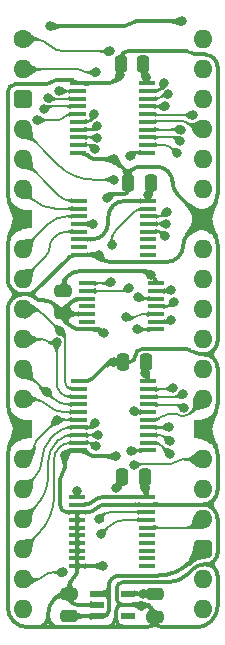
<source format=gtl>
%TF.GenerationSoftware,KiCad,Pcbnew,9.0.7-9.0.7~ubuntu24.04.1*%
%TF.CreationDate,2026-01-21T08:40:13+02:00*%
%TF.ProjectId,Main Memory Channel,4d61696e-204d-4656-9d6f-727920436861,V0*%
%TF.SameCoordinates,Original*%
%TF.FileFunction,Copper,L1,Top*%
%TF.FilePolarity,Positive*%
%FSLAX46Y46*%
G04 Gerber Fmt 4.6, Leading zero omitted, Abs format (unit mm)*
G04 Created by KiCad (PCBNEW 9.0.7-9.0.7~ubuntu24.04.1) date 2026-01-21 08:40:13*
%MOMM*%
%LPD*%
G01*
G04 APERTURE LIST*
G04 Aperture macros list*
%AMRoundRect*
0 Rectangle with rounded corners*
0 $1 Rounding radius*
0 $2 $3 $4 $5 $6 $7 $8 $9 X,Y pos of 4 corners*
0 Add a 4 corners polygon primitive as box body*
4,1,4,$2,$3,$4,$5,$6,$7,$8,$9,$2,$3,0*
0 Add four circle primitives for the rounded corners*
1,1,$1+$1,$2,$3*
1,1,$1+$1,$4,$5*
1,1,$1+$1,$6,$7*
1,1,$1+$1,$8,$9*
0 Add four rect primitives between the rounded corners*
20,1,$1+$1,$2,$3,$4,$5,0*
20,1,$1+$1,$4,$5,$6,$7,0*
20,1,$1+$1,$6,$7,$8,$9,0*
20,1,$1+$1,$8,$9,$2,$3,0*%
G04 Aperture macros list end*
%TA.AperFunction,ComponentPad*%
%ADD10C,1.600000*%
%TD*%
%TA.AperFunction,ComponentPad*%
%ADD11O,1.600000X1.600000*%
%TD*%
%TA.AperFunction,ComponentPad*%
%ADD12RoundRect,0.400000X-0.400000X-0.400000X0.400000X-0.400000X0.400000X0.400000X-0.400000X0.400000X0*%
%TD*%
%TA.AperFunction,ComponentPad*%
%ADD13R,1.600000X1.600000*%
%TD*%
%TA.AperFunction,SMDPad,CuDef*%
%ADD14R,1.450000X0.450000*%
%TD*%
%TA.AperFunction,SMDPad,CuDef*%
%ADD15RoundRect,0.250000X-0.475000X0.250000X-0.475000X-0.250000X0.475000X-0.250000X0.475000X0.250000X0*%
%TD*%
%TA.AperFunction,SMDPad,CuDef*%
%ADD16RoundRect,0.250000X0.250000X0.475000X-0.250000X0.475000X-0.250000X-0.475000X0.250000X-0.475000X0*%
%TD*%
%TA.AperFunction,SMDPad,CuDef*%
%ADD17RoundRect,0.250000X0.475000X-0.250000X0.475000X0.250000X-0.475000X0.250000X-0.475000X-0.250000X0*%
%TD*%
%TA.AperFunction,SMDPad,CuDef*%
%ADD18R,1.475000X0.450000*%
%TD*%
%TA.AperFunction,SMDPad,CuDef*%
%ADD19R,1.150000X0.600000*%
%TD*%
%TA.AperFunction,ViaPad*%
%ADD20C,0.800000*%
%TD*%
%TA.AperFunction,Conductor*%
%ADD21C,0.380000*%
%TD*%
%TA.AperFunction,Conductor*%
%ADD22C,0.200000*%
%TD*%
G04 APERTURE END LIST*
D10*
%TO.P,J4,1*%
%TO.N,WY_{2}*%
X0Y0D03*
D11*
%TO.P,J4,2*%
%TO.N,~{Select}*%
X0Y-2540000D03*
D12*
%TO.P,J4,3*%
%TO.N,5V*%
X0Y-5080000D03*
D11*
%TO.P,J4,4*%
%TO.N,WY_{3}*%
X0Y-7620000D03*
%TO.P,J4,5*%
%TO.N,A0*%
X0Y-10160000D03*
%TO.P,J4,6*%
%TO.N,A1*%
X0Y-12700000D03*
D13*
%TO.P,J4,7*%
%TO.N,GND*%
X0Y-15240000D03*
D11*
%TO.P,J4,8*%
%TO.N,A2*%
X0Y-17780000D03*
%TO.P,J4,9*%
%TO.N,~{WD}*%
X0Y-20320000D03*
%TO.P,J4,10*%
%TO.N,D7*%
X0Y-22860000D03*
%TO.P,J4,11*%
%TO.N,D6*%
X0Y-25400000D03*
%TO.P,J4,12*%
%TO.N,D5*%
X0Y-27940000D03*
%TO.P,J4,13*%
%TO.N,D4*%
X0Y-30480000D03*
D13*
%TO.P,J4,14*%
%TO.N,GND*%
X0Y-33020000D03*
D11*
%TO.P,J4,15*%
%TO.N,D3*%
X0Y-35560000D03*
%TO.P,J4,16*%
%TO.N,D2*%
X0Y-38100000D03*
%TO.P,J4,17*%
%TO.N,D1*%
X0Y-40640000D03*
%TO.P,J4,18*%
%TO.N,D0*%
X0Y-43180000D03*
%TO.P,J4,19*%
%TO.N,H1*%
X0Y-45720000D03*
%TO.P,J4,20*%
%TO.N,H0*%
X0Y-48260000D03*
%TO.P,J4,21*%
%TO.N,Device_{(Z)} 2MB Select_{0}*%
X15240000Y-48260000D03*
%TO.P,J4,22*%
%TO.N,Device_{(Z)} 2MB Select_{1}*%
X15240000Y-45720000D03*
D12*
%TO.P,J4,23*%
%TO.N,5V*%
X15240000Y-43180000D03*
D11*
%TO.P,J4,24*%
%TO.N,H2*%
X15240000Y-40640000D03*
%TO.P,J4,25*%
%TO.N,Device_{(Y)} 2MB Select_{0}*%
X15240000Y-38100000D03*
%TO.P,J4,26*%
%TO.N,Device_{(Y)} 2MB Select_{1}*%
X15240000Y-35560000D03*
D13*
%TO.P,J4,27*%
%TO.N,GND*%
X15240000Y-33020000D03*
D11*
%TO.P,J4,28*%
%TO.N,Device_{(X)} 2MB Select_{0}*%
X15240000Y-30480000D03*
%TO.P,J4,29*%
%TO.N,Device_{(X)} 2MB Select_{1}*%
X15240000Y-27940000D03*
%TO.P,J4,30*%
%TO.N,Device_{(W)} 2MB Select_{0}*%
X15240000Y-25400000D03*
%TO.P,J4,31*%
%TO.N,Device_{(W)} 2MB Select_{1}*%
X15240000Y-22860000D03*
%TO.P,J4,32*%
%TO.N,Device_{(V)} 2MB Select_{0}*%
X15240000Y-20320000D03*
%TO.P,J4,33*%
%TO.N,Device_{(V)} 2MB Select_{1}*%
X15240000Y-17780000D03*
D13*
%TO.P,J4,34*%
%TO.N,GND*%
X15240000Y-15240000D03*
D11*
%TO.P,J4,35*%
%TO.N,Device_{(U)} 2MB Select_{0}*%
X15240000Y-12700000D03*
%TO.P,J4,36*%
%TO.N,Device_{(U)} 2MB Select_{1}*%
X15240000Y-10160000D03*
%TO.P,J4,37*%
%TO.N,Device_{(T)} 2MB Select_{0}*%
X15240000Y-7620000D03*
%TO.P,J4,38*%
%TO.N,Device_{(T)} 2MB Select_{1}*%
X15240000Y-5080000D03*
%TO.P,J4,39*%
%TO.N,Device_{(S)} 2MB Select_{0}*%
X15240000Y-2540000D03*
%TO.P,J4,40*%
%TO.N,Device_{(S)} 2MB Select_{1}*%
X15240000Y0D03*
%TD*%
D14*
%TO.P,IC3,1,A0*%
%TO.N,A0*%
X4807600Y-13675600D03*
%TO.P,IC3,2,A1*%
%TO.N,A1*%
X4807600Y-14325600D03*
%TO.P,IC3,3,A2*%
%TO.N,A2*%
X4807600Y-14975600D03*
%TO.P,IC3,4,~{E1}*%
%TO.N,~{Select}*%
X4807600Y-15625600D03*
%TO.P,IC3,5,~{E2}*%
%TO.N,~{WD}*%
X4807600Y-16275600D03*
%TO.P,IC3,6,E3*%
%TO.N,/3.3V*%
X4807600Y-16925600D03*
%TO.P,IC3,7,~{Y7}*%
%TO.N,unconnected-(IC3-~{Y7}-Pad7)*%
X4807600Y-17575600D03*
%TO.P,IC3,8,GND*%
%TO.N,GND*%
X4807600Y-18225600D03*
%TO.P,IC3,9,~{Y6}*%
%TO.N,unconnected-(IC3-~{Y6}-Pad9)*%
X10657600Y-18225600D03*
%TO.P,IC3,10,~{Y5}*%
%TO.N,unconnected-(IC3-~{Y5}-Pad10)*%
X10657600Y-17575600D03*
%TO.P,IC3,11,~{Y4}*%
%TO.N,unconnected-(IC3-~{Y4}-Pad11)*%
X10657600Y-16925600D03*
%TO.P,IC3,12,~{Y3}*%
%TO.N,/~{WY_{3}}*%
X10657600Y-16275600D03*
%TO.P,IC3,13,~{Y2}*%
%TO.N,/~{WY_{2}}*%
X10657600Y-15625600D03*
%TO.P,IC3,14,~{Y1}*%
%TO.N,/~{WY_{1}}*%
X10657600Y-14975600D03*
%TO.P,IC3,15,~{Y0}*%
%TO.N,/~{WY_{0}}*%
X10657600Y-14325600D03*
%TO.P,IC3,16,3V*%
%TO.N,/3.3V*%
X10657600Y-13675600D03*
%TD*%
D15*
%TO.P,C15,1*%
%TO.N,/3.3V*%
X3429000Y-21291000D03*
%TO.P,C15,2*%
%TO.N,GND*%
X3429000Y-23191000D03*
%TD*%
D16*
%TO.P,C5,1*%
%TO.N,/3.3V*%
X10332000Y-37084000D03*
%TO.P,C5,2*%
%TO.N,GND*%
X8432000Y-37084000D03*
%TD*%
D17*
%TO.P,C8,1*%
%TO.N,5V*%
X3937000Y-48838400D03*
%TO.P,C8,2*%
%TO.N,GND*%
X3937000Y-46938400D03*
%TD*%
D16*
%TO.P,C10,1*%
%TO.N,/3.3V*%
X10439396Y-27305000D03*
%TO.P,C10,2*%
%TO.N,GND*%
X8539396Y-27305000D03*
%TD*%
D18*
%TO.P,IC1,1,~{OE1}*%
%TO.N,~{Select}*%
X4631200Y-38731000D03*
%TO.P,IC1,2,A0*%
%TO.N,/3.3V*%
X4631200Y-39381000D03*
%TO.P,IC1,3,A1*%
%TO.N,GND*%
X4631200Y-40031000D03*
%TO.P,IC1,4,A2*%
X4631200Y-40681000D03*
%TO.P,IC1,5,A3*%
X4631200Y-41331000D03*
%TO.P,IC1,6,A4*%
X4631200Y-41981000D03*
%TO.P,IC1,7,A5*%
X4631200Y-42631000D03*
%TO.P,IC1,8,A6*%
X4631200Y-43281000D03*
%TO.P,IC1,9,A7*%
X4631200Y-43931000D03*
%TO.P,IC1,10,GND*%
X4631200Y-44581000D03*
%TO.P,IC1,11,Y7*%
%TO.N,unconnected-(IC1-Y7-Pad11)*%
X10507200Y-44581000D03*
%TO.P,IC1,12,Y6*%
%TO.N,unconnected-(IC1-Y6-Pad12)*%
X10507200Y-43931000D03*
%TO.P,IC1,13,Y5*%
%TO.N,unconnected-(IC1-Y5-Pad13)*%
X10507200Y-43281000D03*
%TO.P,IC1,14,Y4*%
%TO.N,unconnected-(IC1-Y4-Pad14)*%
X10507200Y-42631000D03*
%TO.P,IC1,15,Y3*%
%TO.N,unconnected-(IC1-Y3-Pad15)*%
X10507200Y-41981000D03*
%TO.P,IC1,16,Y2*%
%TO.N,H2*%
X10507200Y-41331000D03*
%TO.P,IC1,17,Y1*%
%TO.N,H1*%
X10507200Y-40681000D03*
%TO.P,IC1,18,Y0*%
%TO.N,H0*%
X10507200Y-40031000D03*
%TO.P,IC1,19,~{OE2}*%
%TO.N,GND*%
X10507200Y-39381000D03*
%TO.P,IC1,20,3V*%
%TO.N,/3.3V*%
X10507200Y-38731000D03*
%TD*%
D16*
%TO.P,C6,1*%
%TO.N,/3.3V*%
X10840000Y-12141200D03*
%TO.P,C6,2*%
%TO.N,GND*%
X8940000Y-12141200D03*
%TD*%
D18*
%TO.P,IC4,1,~{OE}*%
%TO.N,GND*%
X4758196Y-28952000D03*
%TO.P,IC4,2,D0*%
%TO.N,D7*%
X4758196Y-29602000D03*
%TO.P,IC4,3,D1*%
%TO.N,D6*%
X4758196Y-30252000D03*
%TO.P,IC4,4,D2*%
%TO.N,D5*%
X4758196Y-30902000D03*
%TO.P,IC4,5,D3*%
%TO.N,D4*%
X4758196Y-31552000D03*
%TO.P,IC4,6,D4*%
%TO.N,D3*%
X4758196Y-32202000D03*
%TO.P,IC4,7,D5*%
%TO.N,D2*%
X4758196Y-32852000D03*
%TO.P,IC4,8,D6*%
%TO.N,D1*%
X4758196Y-33502000D03*
%TO.P,IC4,9,D7*%
%TO.N,D0*%
X4758196Y-34152000D03*
%TO.P,IC4,10,GND*%
%TO.N,GND*%
X4758196Y-34802000D03*
%TO.P,IC4,11,LE*%
%TO.N,/WY_{1}*%
X10634196Y-34802000D03*
%TO.P,IC4,12,Q7*%
%TO.N,Device_{(W)} 2MB Select_{1}*%
X10634196Y-34152000D03*
%TO.P,IC4,13,Q6*%
%TO.N,Device_{(W)} 2MB Select_{0}*%
X10634196Y-33502000D03*
%TO.P,IC4,14,Q5*%
%TO.N,Device_{(X)} 2MB Select_{1}*%
X10634196Y-32852000D03*
%TO.P,IC4,15,Q4*%
%TO.N,Device_{(X)} 2MB Select_{0}*%
X10634196Y-32202000D03*
%TO.P,IC4,16,Q3*%
%TO.N,Device_{(Y)} 2MB Select_{1}*%
X10634196Y-31552000D03*
%TO.P,IC4,17,Q2*%
%TO.N,Device_{(Y)} 2MB Select_{0}*%
X10634196Y-30902000D03*
%TO.P,IC4,18,Q1*%
%TO.N,Device_{(Z)} 2MB Select_{1}*%
X10634196Y-30252000D03*
%TO.P,IC4,19,Q0*%
%TO.N,Device_{(Z)} 2MB Select_{0}*%
X10634196Y-29602000D03*
%TO.P,IC4,20,3V*%
%TO.N,/3.3V*%
X10634196Y-28952000D03*
%TD*%
%TO.P,IC7,1,1A*%
%TO.N,/~{WY_{0}}*%
X5444000Y-20656000D03*
%TO.P,IC7,2,1Y*%
%TO.N,/WY_{0}*%
X5444000Y-21306000D03*
%TO.P,IC7,3,2A*%
%TO.N,GND*%
X5444000Y-21956000D03*
%TO.P,IC7,4,2Y*%
%TO.N,unconnected-(IC7-2Y-Pad4)*%
X5444000Y-22606000D03*
%TO.P,IC7,5,3A*%
%TO.N,GND*%
X5444000Y-23256000D03*
%TO.P,IC7,6,3Y*%
%TO.N,unconnected-(IC7-3Y-Pad6)*%
X5444000Y-23906000D03*
%TO.P,IC7,7,GND*%
%TO.N,GND*%
X5444000Y-24556000D03*
%TO.P,IC7,8,4Y*%
%TO.N,WY_{3}*%
X11320000Y-24556000D03*
%TO.P,IC7,9,4A*%
%TO.N,/~{WY_{3}}*%
X11320000Y-23906000D03*
%TO.P,IC7,10,5Y*%
%TO.N,/WY_{1}*%
X11320000Y-23256000D03*
%TO.P,IC7,11,5A*%
%TO.N,/~{WY_{1}}*%
X11320000Y-22606000D03*
%TO.P,IC7,12,6Y*%
%TO.N,WY_{2}*%
X11320000Y-21956000D03*
%TO.P,IC7,13,6A*%
%TO.N,/~{WY_{2}}*%
X11320000Y-21306000D03*
%TO.P,IC7,14,3V*%
%TO.N,/3.3V*%
X11320000Y-20656000D03*
%TD*%
D15*
%TO.P,C9,1*%
%TO.N,/3.3V*%
X11176000Y-46969600D03*
%TO.P,C9,2*%
%TO.N,GND*%
X11176000Y-48869600D03*
%TD*%
D19*
%TO.P,IC5,1,6VIn*%
%TO.N,5V*%
X6320000Y-46929000D03*
%TO.P,IC5,2,GND*%
%TO.N,GND*%
X6320000Y-47879000D03*
%TO.P,IC5,3,EN*%
%TO.N,5V*%
X6320000Y-48829000D03*
%TO.P,IC5,4,ADJ*%
%TO.N,unconnected-(IC5-ADJ-Pad4)*%
X8920000Y-48829000D03*
%TO.P,IC5,5,3.3VOut*%
%TO.N,/3.3V*%
X8920000Y-46929000D03*
%TD*%
D16*
%TO.P,C7,1*%
%TO.N,/3.3V*%
X10230400Y-2082800D03*
%TO.P,C7,2*%
%TO.N,GND*%
X8330400Y-2082800D03*
%TD*%
D18*
%TO.P,IC2,1,~{OE}*%
%TO.N,GND*%
X4682000Y-3729800D03*
%TO.P,IC2,2,D0*%
%TO.N,D7*%
X4682000Y-4379800D03*
%TO.P,IC2,3,D1*%
%TO.N,D6*%
X4682000Y-5029800D03*
%TO.P,IC2,4,D2*%
%TO.N,D5*%
X4682000Y-5679800D03*
%TO.P,IC2,5,D3*%
%TO.N,D4*%
X4682000Y-6329800D03*
%TO.P,IC2,6,D4*%
%TO.N,D3*%
X4682000Y-6979800D03*
%TO.P,IC2,7,D5*%
%TO.N,D2*%
X4682000Y-7629800D03*
%TO.P,IC2,8,D6*%
%TO.N,D1*%
X4682000Y-8279800D03*
%TO.P,IC2,9,D7*%
%TO.N,D0*%
X4682000Y-8929800D03*
%TO.P,IC2,10,GND*%
%TO.N,GND*%
X4682000Y-9579800D03*
%TO.P,IC2,11,LE*%
%TO.N,/WY_{0}*%
X10558000Y-9579800D03*
%TO.P,IC2,12,Q7*%
%TO.N,Device_{(S)} 2MB Select_{1}*%
X10558000Y-8929800D03*
%TO.P,IC2,13,Q6*%
%TO.N,Device_{(S)} 2MB Select_{0}*%
X10558000Y-8279800D03*
%TO.P,IC2,14,Q5*%
%TO.N,Device_{(T)} 2MB Select_{1}*%
X10558000Y-7629800D03*
%TO.P,IC2,15,Q4*%
%TO.N,Device_{(T)} 2MB Select_{0}*%
X10558000Y-6979800D03*
%TO.P,IC2,16,Q3*%
%TO.N,Device_{(U)} 2MB Select_{1}*%
X10558000Y-6329800D03*
%TO.P,IC2,17,Q2*%
%TO.N,Device_{(U)} 2MB Select_{0}*%
X10558000Y-5679800D03*
%TO.P,IC2,18,Q1*%
%TO.N,Device_{(V)} 2MB Select_{1}*%
X10558000Y-5029800D03*
%TO.P,IC2,19,Q0*%
%TO.N,Device_{(V)} 2MB Select_{0}*%
X10558000Y-4379800D03*
%TO.P,IC2,20,3V*%
%TO.N,/3.3V*%
X10558000Y-3729800D03*
%TD*%
D20*
%TO.N,/3.3V*%
X10657600Y-13208000D03*
X10159996Y-46929000D03*
X10859204Y-19938988D03*
X10356806Y-28226769D03*
X10449114Y-3174147D03*
X10356806Y-37949606D03*
%TO.N,/WY_{0}*%
X9011814Y-21075777D03*
X9110255Y-9910161D03*
%TO.N,/~{WY_{1}}*%
X12192000Y-14605000D03*
X12827000Y-22225004D03*
%TO.N,/~{WY_{0}}*%
X7569599Y-17399000D03*
X7493000Y-20574000D03*
%TO.N,/WY_{1}*%
X9166806Y-34861500D03*
X8763000Y-23495000D03*
%TO.N,/~{WY_{3}}*%
X12589413Y-23757533D03*
X12064996Y-16637000D03*
%TO.N,/~{WY_{2}}*%
X12572994Y-21209000D03*
X12160474Y-15639306D03*
%TO.N,GND*%
X6858000Y-24892000D03*
X7697923Y-27305000D03*
X7175498Y-13398502D03*
X7735000Y-10160000D03*
X8255000Y-3048000D03*
X3556002Y-35178998D03*
X10029331Y-47970841D03*
X7924804Y-37973000D03*
X7924804Y-35306134D03*
X6781802Y-44577000D03*
X6454414Y-18288003D03*
%TO.N,5V*%
X2336800Y1117600D03*
X13462000Y1524000D03*
%TO.N,~{Select}*%
X5989599Y-15625588D03*
X6223000Y-2794000D03*
X4631200Y-38227000D03*
%TO.N,H1*%
X3379291Y-45114845D03*
X6604000Y-41910000D03*
%TO.N,H0*%
X6477000Y-40640000D03*
%TO.N,D7*%
X3195714Y-24692471D03*
X3098800Y-4329794D03*
%TO.N,D6*%
X2171000Y-4979800D03*
X2878000Y-25654000D03*
%TO.N,D5*%
X1768659Y-5913060D03*
X2032000Y-29845000D03*
%TO.N,D4*%
X1241600Y-6834549D03*
%TO.N,D3*%
X2884411Y-32258538D03*
X6019606Y-6347836D03*
%TO.N,D2*%
X6138000Y-32495010D03*
X6324160Y-7306980D03*
%TO.N,D1*%
X6340000Y-8340199D03*
X6422122Y-33455877D03*
%TO.N,D0*%
X6223294Y-34444289D03*
X6148489Y-9321692D03*
%TO.N,Device_{(S)} 2MB Select_{1}*%
X13080996Y-9652000D03*
%TO.N,Device_{(S)} 2MB Select_{0}*%
X13335000Y-8636000D03*
%TO.N,Device_{(T)} 2MB Select_{1}*%
X13390000Y-7630546D03*
%TO.N,Device_{(U)} 2MB Select_{1}*%
X14398078Y-6396699D03*
%TO.N,Device_{(U)} 2MB Select_{0}*%
X12016321Y-5656335D03*
%TO.N,Device_{(V)} 2MB Select_{1}*%
X12319000Y-4644420D03*
%TO.N,Device_{(V)} 2MB Select_{0}*%
X11953128Y-3713752D03*
%TO.N,Device_{(W)} 2MB Select_{1}*%
X12446000Y-35086003D03*
%TO.N,Device_{(W)} 2MB Select_{0}*%
X12446000Y-34036000D03*
%TO.N,Device_{(X)} 2MB Select_{1}*%
X12374288Y-32796634D03*
%TO.N,Device_{(Y)} 2MB Select_{1}*%
X9398000Y-36068000D03*
X9398000Y-31495998D03*
%TO.N,Device_{(Y)} 2MB Select_{0}*%
X13643786Y-31192251D03*
%TO.N,Device_{(Z)} 2MB Select_{1}*%
X13549872Y-30029057D03*
%TO.N,Device_{(Z)} 2MB Select_{0}*%
X12711161Y-29484475D03*
%TO.N,WY_{3}*%
X9652000Y-24556000D03*
X7735000Y-11873707D03*
%TO.N,WY_{2}*%
X7366000Y-1016004D03*
X9810255Y-21843996D03*
%TD*%
D21*
%TO.N,/3.3V*%
X10704168Y-19783952D02*
G75*
G03*
X10329879Y-19628919I-374268J-374248D01*
G01*
X11229413Y-20309197D02*
G75*
G02*
X11320000Y-20527892I-218713J-218703D01*
G01*
X3727398Y-20148600D02*
G75*
G03*
X3428999Y-20869000I720402J-720400D01*
G01*
X10180296Y-46949300D02*
G75*
G03*
X10229304Y-46969599I49004J49000D01*
G01*
X4825555Y-19628917D02*
G75*
G03*
X3838039Y-20037956I-5J-1396553D01*
G01*
X10432003Y-38024803D02*
G75*
G02*
X10507180Y-38206344I-181503J-181497D01*
G01*
X10439396Y-28085779D02*
G75*
G02*
X10398113Y-28185486I-140996J-21D01*
G01*
X10230400Y-2800778D02*
G75*
G03*
X10339740Y-3064807I373400J-22D01*
G01*
X10495501Y-28365464D02*
G75*
G02*
X10634205Y-28700303I-334801J-334836D01*
G01*
X10503557Y-3228590D02*
G75*
G02*
X10557975Y-3360027I-131457J-131410D01*
G01*
X7239000Y-15565718D02*
G75*
G02*
X6840702Y-16527302I-1359890J-2D01*
G01*
X10363200Y-37938690D02*
G75*
G02*
X10360004Y-37946410I-10900J-10D01*
G01*
X6758991Y-38763000D02*
G75*
G03*
X6013002Y-39072002I9J-1055000D01*
G01*
X6013000Y-39072000D02*
G75*
G02*
X5267008Y-39381003I-746000J746000D01*
G01*
X6840700Y-16527300D02*
G75*
G02*
X5879118Y-16925608I-961600J961600D01*
G01*
X8646398Y-13675600D02*
G75*
G03*
X7651218Y-14087818I2J-1407400D01*
G01*
X7651217Y-14087817D02*
G75*
G03*
X7238999Y-15082998I995183J-995183D01*
G01*
D22*
%TO.N,WY_{2}*%
X9866257Y-21899998D02*
G75*
G03*
X10001457Y-21956031I135243J135198D01*
G01*
X2286002Y-508002D02*
G75*
G03*
X3512427Y-1016004I1226428J1226432D01*
G01*
X2286002Y-508002D02*
G75*
G03*
X1059576Y0I-1226422J-1226418D01*
G01*
%TO.N,WY_{3}*%
X3022884Y-10642884D02*
G75*
G03*
X5994353Y-11873703I2971466J2971474D01*
G01*
%TO.N,Device_{(Z)} 2MB Select_{0}*%
X12652398Y-29543237D02*
G75*
G02*
X12510533Y-29602031I-141898J141837D01*
G01*
%TO.N,Device_{(Z)} 2MB Select_{1}*%
X13438400Y-30140528D02*
G75*
G02*
X13169284Y-30251985I-269100J269128D01*
G01*
%TO.N,Device_{(Y)} 2MB Select_{0}*%
X13517733Y-31066198D02*
G75*
G03*
X13213414Y-30940130I-304333J-304302D01*
G01*
%TO.N,Device_{(Y)} 2MB Select_{1}*%
X13477407Y-35560000D02*
G75*
G03*
X13017498Y-35750498I-7J-650400D01*
G01*
X9426001Y-31523999D02*
G75*
G03*
X9493601Y-31551999I67599J67599D01*
G01*
X13017500Y-35750500D02*
G75*
G02*
X12557592Y-35940997I-459900J459900D01*
G01*
X9614802Y-35941000D02*
G75*
G03*
X9461499Y-36004499I-2J-216800D01*
G01*
%TO.N,Device_{(X)} 2MB Select_{0}*%
X13282710Y-31821125D02*
G75*
G03*
X13110998Y-31749990I-171710J-171675D01*
G01*
X13282710Y-31821125D02*
G75*
G03*
X13454422Y-31892231I171690J171725D01*
G01*
X12270521Y-31750000D02*
G75*
G03*
X11724901Y-31975992I-21J-771600D01*
G01*
X11724909Y-31976000D02*
G75*
G02*
X11179296Y-32202001I-545609J545600D01*
G01*
X14167203Y-31679796D02*
G75*
G02*
X13654292Y-31892249I-512903J512896D01*
G01*
%TO.N,Device_{(X)} 2MB Select_{1}*%
X12346605Y-32824317D02*
G75*
G02*
X12279772Y-32851985I-66805J66817D01*
G01*
%TO.N,Device_{(W)} 2MB Select_{0}*%
X12179000Y-33769000D02*
G75*
G03*
X11534404Y-33501998I-644600J-644600D01*
G01*
%TO.N,Device_{(W)} 2MB Select_{1}*%
X11822346Y-34462349D02*
G75*
G03*
X11073096Y-34152003I-749246J-749251D01*
G01*
%TO.N,~{WD}*%
X2286000Y-17589500D02*
G75*
G02*
X1971692Y-18348309I-1073120J0D01*
G01*
X2600308Y-16830691D02*
G75*
G03*
X2285994Y-17589500I758792J-758809D01*
G01*
X3770158Y-16275600D02*
G75*
G03*
X2720697Y-16710297I-8J-1484150D01*
G01*
%TO.N,A2*%
X3806000Y-14975600D02*
G75*
G03*
X2096157Y-15683834I0J-2418100D01*
G01*
%TO.N,A1*%
X812800Y-13512800D02*
G75*
G03*
X2775072Y-14325599I1962270J1962270D01*
G01*
%TO.N,A0*%
X3058809Y-13218809D02*
G75*
G03*
X4161600Y-13675595I1102791J1102809D01*
G01*
%TO.N,Device_{(V)} 2MB Select_{0}*%
X11724313Y-4150985D02*
G75*
G02*
X11171908Y-4379810I-552413J552385D01*
G01*
X11953128Y-3817962D02*
G75*
G02*
X11879468Y-3995887I-251628J-38D01*
G01*
%TO.N,Device_{(V)} 2MB Select_{1}*%
X12155790Y-4644420D02*
G75*
G03*
X11877188Y-4759841I10J-393980D01*
G01*
X11799890Y-4837110D02*
G75*
G02*
X11334695Y-5029792I-465190J465210D01*
G01*
%TO.N,Device_{(U)} 2MB Select_{0}*%
X12004588Y-5668067D02*
G75*
G02*
X11976263Y-5679761I-28288J28367D01*
G01*
%TO.N,Device_{(T)} 2MB Select_{0}*%
X14190990Y-7250273D02*
G75*
G03*
X13298390Y-6880561I-892590J-892627D01*
G01*
%TO.N,Device_{(T)} 2MB Select_{1}*%
X13389627Y-7630173D02*
G75*
G03*
X13388726Y-7629789I-927J-927D01*
G01*
%TO.N,Device_{(S)} 2MB Select_{0}*%
X13156900Y-8457900D02*
G75*
G03*
X12726928Y-8279788I-430000J-430000D01*
G01*
%TO.N,Device_{(S)} 2MB Select_{1}*%
X12719896Y-9290900D02*
G75*
G03*
X11848123Y-8929791I-871796J-871800D01*
G01*
%TO.N,D0*%
X4065989Y-34152000D02*
G75*
G03*
X3076758Y-34561758I11J-1399000D01*
G01*
X5952543Y-9125746D02*
G75*
G03*
X5479487Y-8929808I-473043J-473054D01*
G01*
X6077149Y-34298144D02*
G75*
G03*
X5724325Y-34151991I-352849J-352856D01*
G01*
X2667000Y-38627146D02*
G75*
G02*
X1333500Y-41846500I-4552865J5D01*
G01*
X3076754Y-34561754D02*
G75*
G03*
X2666995Y-35550989I989246J-989246D01*
G01*
%TO.N,D1*%
X4122416Y-33502000D02*
G75*
G03*
X3037065Y-33951558I-16J-1534900D01*
G01*
X6309800Y-8309999D02*
G75*
G03*
X6236892Y-8279803I-72900J-72901D01*
G01*
X6399060Y-33478938D02*
G75*
G02*
X6343385Y-33502000I-55660J55638D01*
G01*
X2822818Y-34165818D02*
G75*
G03*
X2159007Y-35768416I1602582J-1602582D01*
G01*
X2159000Y-36954356D02*
G75*
G02*
X1079500Y-39560500I-3685645J0D01*
G01*
%TO.N,D2*%
X5959505Y-32673505D02*
G75*
G02*
X5528579Y-32851992I-430905J430905D01*
G01*
X4050598Y-32852000D02*
G75*
G03*
X2842652Y-33352347I2J-1708300D01*
G01*
X1651000Y-35496500D02*
G75*
G02*
X977480Y-37122519I-2299547J4D01*
G01*
X2324519Y-33870480D02*
G75*
G03*
X1650997Y-35496500I1626011J-1626020D01*
G01*
X6162750Y-7468390D02*
G75*
G02*
X5773071Y-7629777I-389650J389690D01*
G01*
%TO.N,D3*%
X2980927Y-32202000D02*
G75*
G03*
X2912670Y-32230259I-27J-96500D01*
G01*
X5819552Y-6779746D02*
G75*
G02*
X5336582Y-6979793I-482952J482946D01*
G01*
X6019606Y-6463765D02*
G75*
G02*
X5937655Y-6661692I-279906J-35D01*
G01*
X1163449Y-33979499D02*
G75*
G03*
X1015998Y-34335474I355961J-355971D01*
G01*
X1016000Y-34335474D02*
G75*
G02*
X868551Y-34691450I-503440J4D01*
G01*
%TO.N,D4*%
X3492125Y-6582174D02*
G75*
G02*
X2882839Y-6834553I-609295J609294D01*
G01*
X2187000Y-31016000D02*
G75*
G03*
X892981Y-30480000I-1294015J-1294010D01*
G01*
X4101411Y-6329800D02*
G75*
G03*
X3492112Y-6582161I-11J-861700D01*
G01*
X2187000Y-31016000D02*
G75*
G03*
X3481018Y-31552001I1294020J1294020D01*
G01*
%TO.N,D5*%
X2166858Y-5679800D02*
G75*
G03*
X1885290Y-5796431I2J-398200D01*
G01*
X2560500Y-30373500D02*
G75*
G03*
X3836411Y-30901995I1275900J1275900D01*
G01*
X1860098Y-29800098D02*
G75*
G03*
X1968500Y-29845001I108402J108398D01*
G01*
%TO.N,D6*%
X3211796Y-29918203D02*
G75*
G03*
X4017652Y-30252003I805864J805863D01*
G01*
X2196000Y-5004800D02*
G75*
G03*
X2256355Y-5029818I60400J60400D01*
G01*
X2878000Y-29112347D02*
G75*
G03*
X3211795Y-29918204I1139650J-3D01*
G01*
X2032000Y-25527000D02*
G75*
G03*
X1725394Y-25400002I-306600J-306600D01*
G01*
X2032000Y-25527000D02*
G75*
G03*
X2338605Y-25653998I306600J306600D01*
G01*
%TO.N,D7*%
X3386857Y-24883614D02*
G75*
G02*
X3578019Y-25345074I-461457J-461486D01*
G01*
X3763000Y-29417000D02*
G75*
G03*
X4209629Y-29601988I446600J446600D01*
G01*
X3578000Y-28970370D02*
G75*
G03*
X3763002Y-29416998I631620J0D01*
G01*
X3123803Y-4354797D02*
G75*
G03*
X3184165Y-4379814I60397J60397D01*
G01*
X1845222Y-23341979D02*
G75*
G03*
X681621Y-22859999I-1163602J-1163601D01*
G01*
%TO.N,H0*%
X7561012Y-40005000D02*
G75*
G03*
X6794496Y-40322496I-12J-1084000D01*
G01*
%TO.N,H1*%
X2557064Y-45114845D02*
G75*
G03*
X1826575Y-45417420I-4J-1033065D01*
G01*
X8702034Y-40681000D02*
G75*
G03*
X7218499Y-41295499I-4J-2098030D01*
G01*
X1826577Y-45417422D02*
G75*
G02*
X1096090Y-45719998I-730487J730492D01*
G01*
%TO.N,H2*%
X14894500Y-40985500D02*
G75*
G02*
X14060389Y-41330996I-834100J834100D01*
G01*
%TO.N,~{Select}*%
X5080000Y-2667000D02*
G75*
G03*
X4773394Y-2540002I-306600J-306600D01*
G01*
X5080000Y-2667000D02*
G75*
G03*
X5386605Y-2793998I306600J306600D01*
G01*
D21*
%TO.N,5V*%
X7155000Y-48699000D02*
G75*
G02*
X6841152Y-48828951I-313800J313900D01*
G01*
X7552000Y-45661000D02*
G75*
G03*
X7284998Y-46305595I644600J-644600D01*
G01*
X6802500Y-46929000D02*
G75*
G03*
X7285000Y-46446500I0J482500D01*
G01*
X7285000Y-47411500D02*
G75*
G03*
X6802500Y-46929000I-482500J0D01*
G01*
X14133000Y-44287000D02*
G75*
G02*
X11460465Y-45394002I-2672540J2672540D01*
G01*
X9093200Y1320800D02*
G75*
G02*
X8602631Y1117587I-490600J490600D01*
G01*
X7285000Y-48385152D02*
G75*
G02*
X7154999Y-48698999I-443850J2D01*
G01*
X8196595Y-45394000D02*
G75*
G03*
X7552001Y-45661001I5J-911600D01*
G01*
X9583768Y1524000D02*
G75*
G03*
X9093209Y1320791I32J-693800D01*
G01*
X7285000Y-46446500D02*
X7285000Y-47411500D01*
%TO.N,GND*%
X15344827Y-26670000D02*
G75*
G03*
X16168721Y-26328721I-27J1165200D01*
G01*
X16168729Y-27011271D02*
G75*
G03*
X15344827Y-26669988I-823929J-823929D01*
G01*
X16168729Y-26328729D02*
G75*
G03*
X16168729Y-27011271I341271J-341271D01*
G01*
X5551900Y-9869900D02*
G75*
G03*
X6252263Y-10160015I700400J700400D01*
G01*
X15875000Y-15875000D02*
G75*
G02*
X16509989Y-17408025I-1533000J-1533000D01*
G01*
X2712887Y-22474887D02*
G75*
G03*
X1803000Y-22097998I-909887J-909883D01*
G01*
X8105000Y-46124000D02*
G75*
G03*
X7955013Y-46486132I362100J-362100D01*
G01*
X15270640Y-39381000D02*
G75*
G03*
X16146988Y-39017988I-40J1239400D01*
G01*
X16147000Y-39744000D02*
G75*
G03*
X15270640Y-39380983I-876400J-876400D01*
G01*
X16147000Y-39018000D02*
G75*
G03*
X16147000Y-39744000I363000J-363000D01*
G01*
X7692584Y-13095600D02*
G75*
G03*
X7326954Y-13247056I16J-517100D01*
G01*
X6423212Y-18256801D02*
G75*
G03*
X6347885Y-18225602I-75312J-75299D01*
G01*
X3344350Y-39861650D02*
G75*
G03*
X3753197Y-40031001I408850J408850D01*
G01*
X9410198Y-27165802D02*
G75*
G02*
X9074144Y-27305017I-336098J336102D01*
G01*
X8844200Y-12999800D02*
G75*
G02*
X8612918Y-13095608I-231300J231300D01*
G01*
X10917121Y-48128121D02*
G75*
G03*
X10537412Y-47970823I-379721J-379679D01*
G01*
X16192500Y-1587500D02*
G75*
G03*
X15425987Y-1270005I-766500J-766500D01*
G01*
X-635000Y-33655000D02*
G75*
G03*
X-1270002Y-35188025I1533030J-1533030D01*
G01*
X1016000Y-21844000D02*
G75*
G03*
X1629210Y-22097997I613210J613220D01*
G01*
X16147000Y-39744000D02*
G75*
G02*
X16510017Y-40620359I-876400J-876400D01*
G01*
X7914100Y-3388900D02*
G75*
G02*
X7091094Y-3729798I-823000J823000D01*
G01*
X16168729Y-27011271D02*
G75*
G02*
X16510012Y-27835172I-823929J-823929D01*
G01*
X15506221Y-44450000D02*
G75*
G03*
X16215994Y-44155994I-21J1003800D01*
G01*
X16216000Y-44744000D02*
G75*
G03*
X15506221Y-44449991I-709800J-709800D01*
G01*
X16216000Y-44156000D02*
G75*
G03*
X16216000Y-44744000I294000J-294000D01*
G01*
X11366500Y-49593500D02*
G75*
G03*
X11826407Y-49783997I459900J459900D01*
G01*
X-635000Y-15875000D02*
G75*
G03*
X-1270002Y-17408025I1533030J-1533030D01*
G01*
X16510000Y-38141640D02*
G75*
G02*
X16147002Y-39018002I-1239370J0D01*
G01*
X14604999Y-15874999D02*
G75*
G03*
X14604999Y-14605001I-634999J634999D01*
G01*
X15875000Y-15875000D02*
G75*
G03*
X14605000Y-15875000I-635000J-635000D01*
G01*
X15875000Y-14605000D02*
G75*
G03*
X15875000Y-15875000I635000J-635000D01*
G01*
X14605000Y-14605000D02*
G75*
G03*
X15875000Y-14605000I635000J635002D01*
G01*
X9960633Y-10767127D02*
G75*
G03*
X9238932Y-11066059I-33J-1020573D01*
G01*
X6268000Y-39706000D02*
G75*
G02*
X5483380Y-40030992I-784600J784600D01*
G01*
X8940000Y-12768518D02*
G75*
G02*
X8844195Y-12999795I-327100J18D01*
G01*
X2954368Y-3403600D02*
G75*
G03*
X2463800Y-3606800I-8J-693750D01*
G01*
X3263713Y-23025713D02*
G75*
G02*
X3429042Y-23424750I-399013J-399087D01*
G01*
X4467000Y-18225600D02*
G75*
G03*
X3885556Y-18466437I0J-822300D01*
G01*
X14248100Y-1118900D02*
G75*
G03*
X13883312Y-967795I-364800J-364800D01*
G01*
X14248100Y-1118900D02*
G75*
G03*
X14612887Y-1270005I364800J364800D01*
G01*
X7531961Y-27305000D02*
G75*
G03*
X7248660Y-27422365I39J-400700D01*
G01*
X-634999Y-32385000D02*
G75*
G02*
X-635000Y-33655000I-635001J-634999D01*
G01*
X7052619Y-39381000D02*
G75*
G03*
X6267994Y-39705994I-19J-1109600D01*
G01*
X-634999Y-14605000D02*
G75*
G02*
X-635000Y-15875000I-635001J-634999D01*
G01*
X16510000Y-13071974D02*
G75*
G02*
X15875001Y-14605001I-2168040J4D01*
G01*
X16510000Y-43446221D02*
G75*
G02*
X16215994Y-44155994I-1003800J21D01*
G01*
X10985499Y-49593499D02*
G75*
G02*
X10525592Y-49783995I-459899J459899D01*
G01*
X8940000Y-11753100D02*
G75*
G03*
X8665580Y-11090562I-937000J0D01*
G01*
X9214428Y-11090571D02*
G75*
G03*
X8940012Y-11753100I662572J-662529D01*
G01*
X8665571Y-11090571D02*
G75*
G03*
X9214428Y-11090572I274429J274429D01*
G01*
X3541471Y-46938400D02*
G75*
G03*
X2866261Y-47218080I-1J-954890D01*
G01*
X3429000Y-23424750D02*
G75*
G03*
X3594287Y-23823785I564320J0D01*
G01*
X15875000Y-32385000D02*
G75*
G03*
X15875000Y-33655000I635000J-635000D01*
G01*
X4199577Y-34802000D02*
G75*
G03*
X3744507Y-34990505I23J-643600D01*
G01*
X16510000Y-47968418D02*
G75*
G02*
X15978223Y-49252223I-1815600J18D01*
G01*
X14427085Y-26430000D02*
G75*
G03*
X15006496Y-26670006I579415J579400D01*
G01*
X3365501Y-36766499D02*
G75*
G03*
X3175003Y-37226409I459899J-459901D01*
G01*
X16510000Y-25504827D02*
G75*
G02*
X16168721Y-26328721I-1165200J27D01*
G01*
X16216000Y-44744000D02*
G75*
G02*
X16510009Y-45453778I-709800J-709800D01*
G01*
X3657200Y-46938400D02*
G75*
G03*
X3937000Y-46658600I0J279800D01*
G01*
X3937000Y-47218200D02*
G75*
G03*
X3657200Y-46938400I-279800J0D01*
G01*
X8507300Y-1144700D02*
G75*
G03*
X8330389Y-1571774I427100J-427100D01*
G01*
X8934374Y-967800D02*
G75*
G03*
X8507308Y-1144708I26J-604000D01*
G01*
X3556002Y-36306588D02*
G75*
G02*
X3365504Y-36766502I-650422J-2D01*
G01*
X4631200Y-44930400D02*
G75*
G02*
X4384132Y-45526858I-843500J0D01*
G01*
X15374542Y-44450000D02*
G75*
G03*
X14439949Y-44837085I-42J-1321700D01*
G01*
X16510000Y-30851974D02*
G75*
G02*
X15875001Y-32385001I-2168040J4D01*
G01*
X8057201Y-48036799D02*
G75*
G03*
X7873993Y-48479085I442299J-442301D01*
G01*
X6730712Y-18564301D02*
G75*
G03*
X7397756Y-18840643I667088J667001D01*
G01*
X12700000Y-12128500D02*
G75*
G03*
X13104116Y-13104106I1379700J0D01*
G01*
X10177570Y-26190000D02*
G75*
G03*
X9733394Y-26373998I30J-628200D01*
G01*
X12305063Y-11162063D02*
G75*
G02*
X12699982Y-12115524I-953463J-953437D01*
G01*
X9970709Y-47912219D02*
G75*
G03*
X9829184Y-47853596I-141509J-141481D01*
G01*
X-889000Y-21971000D02*
G75*
G03*
X-1270005Y-22890815I919810J-919820D01*
G01*
X6058695Y-28612304D02*
G75*
G02*
X5238598Y-28951996I-820095J820104D01*
G01*
X-1270000Y-30851974D02*
G75*
G03*
X-634998Y-32384999I2168030J4D01*
G01*
X2652471Y-47431871D02*
G75*
G03*
X2159006Y-48623217I1191329J-1191329D01*
G01*
X2463800Y-3606800D02*
G75*
G02*
X1973231Y-3810001I-490570J490570D01*
G01*
X6690000Y-24724000D02*
G75*
G03*
X6284412Y-24555995I-405600J-405600D01*
G01*
X-619592Y-3810000D02*
G75*
G03*
X-1079500Y-4000500I-1J-650407D01*
G01*
X3937000Y-47228592D02*
G75*
G03*
X4127498Y-47688502I650400J-8D01*
G01*
X4919048Y-21956000D02*
G75*
G03*
X4022897Y-22327193I-8J-1267340D01*
G01*
X10987414Y-49591585D02*
G75*
G03*
X11175991Y-49136300I-455314J455285D01*
G01*
X11364585Y-49591585D02*
G75*
G03*
X10987415Y-49591585I-188585J-188584D01*
G01*
X11176000Y-49136300D02*
G75*
G03*
X11364579Y-49591591I643900J0D01*
G01*
X4518900Y-3566700D02*
G75*
G03*
X4125141Y-3403583I-393800J-393800D01*
G01*
X-1270000Y-13071974D02*
G75*
G03*
X-634998Y-14604999I2168030J4D01*
G01*
X7955000Y-47366386D02*
G75*
G03*
X8097697Y-47710901I487200J-14D01*
G01*
X-889000Y-21971000D02*
G75*
G03*
X-889000Y-21209000I-380998J381000D01*
G01*
X30815Y-21590000D02*
G75*
G03*
X-889000Y-21971000I-3J-1300808D01*
G01*
X-889000Y-21209000D02*
G75*
G03*
X30815Y-21590000I919817J919820D01*
G01*
X7746225Y-27353302D02*
G75*
G03*
X7862836Y-27401581I116575J116602D01*
G01*
X9715081Y-26392290D02*
G75*
G03*
X9549394Y-26792290I400019J-400010D01*
G01*
X5531103Y-35054067D02*
G75*
G03*
X6139646Y-35306132I608547J608557D01*
G01*
X7092000Y-49784000D02*
G75*
G03*
X7874000Y-49002000I0J782000D01*
G01*
X7874000Y-49002000D02*
G75*
G03*
X8656000Y-49784000I782000J0D01*
G01*
X8330400Y-2919284D02*
G75*
G02*
X8292705Y-3010305I-128700J-16D01*
G01*
X10917121Y-48128121D02*
G75*
G02*
X11074377Y-48507830I-379721J-379679D01*
G01*
X3931404Y-24160904D02*
G75*
G03*
X4885250Y-24555998I953846J953854D01*
G01*
X3175000Y-39452802D02*
G75*
G03*
X3344351Y-39861649I578200J2D01*
G01*
X8027944Y-37946059D02*
G75*
G02*
X7962904Y-37972997I-65044J65059D01*
G01*
X8097701Y-47996299D02*
G75*
G03*
X8097699Y-47710899I-142701J142699D01*
G01*
X8442211Y-47853598D02*
G75*
G03*
X8097697Y-47996295I-11J-487202D01*
G01*
X8097701Y-47710897D02*
G75*
G03*
X8442211Y-47853594I344499J344497D01*
G01*
X8467132Y-45974000D02*
G75*
G03*
X8104991Y-46123991I-32J-512100D01*
G01*
X16192500Y-1587500D02*
G75*
G02*
X16509995Y-2354012I-766500J-766500D01*
G01*
X5466790Y-9784790D02*
G75*
G03*
X4971900Y-9579806I-494890J-494910D01*
G01*
X13589000Y-17463647D02*
G75*
G02*
X13185698Y-18437298I-1376960J7D01*
G01*
X14427085Y-26430000D02*
G75*
G03*
X13847673Y-26190015I-579385J-579400D01*
G01*
X-1270000Y-20289184D02*
G75*
G03*
X-888999Y-21208999I1300820J4D01*
G01*
X14065085Y-45212000D02*
G75*
G02*
X12225454Y-45974000I-1839635J1839640D01*
G01*
X-1079500Y-4000500D02*
G75*
G03*
X-1270000Y-4460407I459913J-459910D01*
G01*
X4127500Y-47688500D02*
G75*
G03*
X4587407Y-47878997I459900J459900D01*
G01*
X15978228Y-49252228D02*
G75*
G02*
X14694418Y-49784007I-1283828J1283828D01*
G01*
X4277966Y-45633033D02*
G75*
G03*
X3936989Y-46456200I823134J-823167D01*
G01*
X13993111Y-16486888D02*
G75*
G03*
X13588993Y-17462500I975589J-975612D01*
G01*
X-1270000Y-48051930D02*
G75*
G03*
X-762688Y-49276688I1732080J5D01*
G01*
X402789Y-21590000D02*
G75*
G03*
X1016002Y-21336002I1J867220D01*
G01*
X1016000Y-21844000D02*
G75*
G03*
X402789Y-21590000I-613210J-613210D01*
G01*
X1016000Y-21336000D02*
G75*
G03*
X1016000Y-21844000I254000J-254000D01*
G01*
X6779802Y-44579000D02*
G75*
G02*
X6774973Y-44580990I-4802J4800D01*
G01*
X-762688Y-49276688D02*
G75*
G03*
X462069Y-49784000I1224763J1224768D01*
G01*
X13185700Y-18437300D02*
G75*
G02*
X12212047Y-18840620I-973700J973700D01*
G01*
X15875000Y-33655000D02*
G75*
G02*
X16509989Y-35188025I-1533000J-1533000D01*
G01*
X12305063Y-11162063D02*
G75*
G03*
X11351602Y-10767118I-953463J-953437D01*
G01*
X1229671Y-49784000D02*
G75*
G03*
X2159000Y-48854671I-1J929330D01*
G01*
X2159000Y-48854671D02*
G75*
G03*
X3088328Y-49784000I929330J1D01*
G01*
X9549396Y-26829748D02*
G75*
G02*
X9410183Y-27165787I-475296J48D01*
G01*
X5148200Y-18225600D02*
X4467000Y-18225600D01*
X3937000Y-46658600D02*
X3937000Y-47218200D01*
X8656000Y-49784000D02*
X7092000Y-49784000D01*
X5983000Y-24556000D02*
X4905000Y-24556000D01*
X3088328Y-49784000D02*
X1229671Y-49784000D01*
D22*
%TO.N,/~{WY_{2}}*%
X12524494Y-21257500D02*
G75*
G02*
X12407404Y-21306000I-117094J117100D01*
G01*
X12153621Y-15632453D02*
G75*
G03*
X12137076Y-15625617I-16521J-16547D01*
G01*
%TO.N,/~{WY_{3}}*%
X11884296Y-16456300D02*
G75*
G03*
X11448047Y-16275552I-436296J-436200D01*
G01*
X12515179Y-23831766D02*
G75*
G02*
X12335963Y-23905959I-179179J179266D01*
G01*
%TO.N,/WY_{1}*%
X9786500Y-23375500D02*
G75*
G02*
X9498001Y-23495001I-288500J288500D01*
G01*
X9268378Y-34802000D02*
G75*
G03*
X9196561Y-34831755I22J-101600D01*
G01*
X10074998Y-23256000D02*
G75*
G03*
X9786500Y-23375500I2J-408000D01*
G01*
%TO.N,/~{WY_{0}}*%
X7890496Y-16170467D02*
G75*
G03*
X7569583Y-16945182I774704J-774733D01*
G01*
X10196482Y-14325600D02*
G75*
G03*
X9409321Y-14651676I18J-1113200D01*
G01*
X7452000Y-20615000D02*
G75*
G02*
X7353017Y-20656007I-99000J99000D01*
G01*
%TO.N,/~{WY_{1}}*%
X12006700Y-14790300D02*
G75*
G02*
X11559346Y-14975619I-447400J447400D01*
G01*
X12636502Y-22415502D02*
G75*
G02*
X12176599Y-22606000I-459902J459902D01*
G01*
%TO.N,/WY_{0}*%
X8896702Y-21190888D02*
G75*
G02*
X8618798Y-21306003I-277902J277888D01*
G01*
X9681044Y-9575800D02*
G75*
G03*
X9277411Y-9742956I-44J-570800D01*
G01*
D21*
%TO.N,/3.3V*%
X10449114Y-3174147D02*
X10339757Y-3064790D01*
X10363200Y-37938690D02*
X10363200Y-37115200D01*
X10329879Y-19628917D02*
X4825555Y-19628917D01*
X10507200Y-38206344D02*
X10507200Y-38731000D01*
X10230400Y-2800778D02*
X10230400Y-2215077D01*
X5879118Y-16925600D02*
X4807600Y-16925600D01*
X10229304Y-46969600D02*
X11176000Y-46969600D01*
X10657600Y-13208000D02*
X10657600Y-12323600D01*
X11320000Y-20527892D02*
X11320000Y-20656000D01*
X10356806Y-28226769D02*
X10495501Y-28365464D01*
X11229413Y-20309197D02*
X10859204Y-19938988D01*
X7239000Y-15565718D02*
X7239000Y-15082998D01*
X10356806Y-37949606D02*
X10360003Y-37946409D01*
X10449114Y-3174147D02*
X10503557Y-3228590D01*
X10558000Y-3360027D02*
X10558000Y-3729800D01*
X3727398Y-20148600D02*
X3838041Y-20037958D01*
X10356806Y-28226769D02*
X10398101Y-28185474D01*
X10439396Y-28085779D02*
X10439396Y-27305000D01*
X10432003Y-38024803D02*
X10356806Y-37949606D01*
X10657600Y-13675600D02*
X8646398Y-13675600D01*
X3429000Y-20869000D02*
X3429000Y-21291000D01*
X10180296Y-46949300D02*
X10159996Y-46929000D01*
X8920000Y-46929000D02*
X11135400Y-46929000D01*
X10634196Y-28700303D02*
X10634196Y-28952000D01*
X5267008Y-39381000D02*
X4631200Y-39381000D01*
X10657600Y-13208000D02*
X10657600Y-13675600D01*
X10704168Y-19783952D02*
X10859204Y-19938988D01*
X6758991Y-38763000D02*
X10475200Y-38763000D01*
D22*
%TO.N,/WY_{0}*%
X9011814Y-21075777D02*
X8896702Y-21190888D01*
X9681044Y-9575800D02*
X10554000Y-9575800D01*
X8618798Y-21306000D02*
X5444000Y-21306000D01*
X9110255Y-9910161D02*
X9277435Y-9742980D01*
%TO.N,/~{WY_{1}}*%
X12192000Y-14605000D02*
X12006700Y-14790300D01*
X12176599Y-22606000D02*
X11320000Y-22606000D01*
X12827000Y-22225004D02*
X12636502Y-22415502D01*
X11559346Y-14975600D02*
X10657600Y-14975600D01*
%TO.N,/~{WY_{0}}*%
X10196482Y-14325600D02*
X10657600Y-14325600D01*
X7569599Y-17399000D02*
X7569599Y-16945182D01*
X7890496Y-16170467D02*
X9409304Y-14651659D01*
X7353017Y-20656000D02*
X5444000Y-20656000D01*
X7493000Y-20574000D02*
X7452000Y-20615000D01*
%TO.N,/WY_{1}*%
X9268378Y-34802000D02*
X10634196Y-34802000D01*
X10074998Y-23256000D02*
X11320000Y-23256000D01*
X9166806Y-34861500D02*
X9196556Y-34831750D01*
X9498001Y-23495000D02*
X8763000Y-23495000D01*
%TO.N,/~{WY_{3}}*%
X11448047Y-16275600D02*
X10657600Y-16275600D01*
X12064996Y-16637000D02*
X11884296Y-16456300D01*
X12515179Y-23831766D02*
X12589413Y-23757533D01*
X12335963Y-23906000D02*
X11320000Y-23906000D01*
%TO.N,/~{WY_{2}}*%
X12407404Y-21306000D02*
X11320000Y-21306000D01*
X12137076Y-15625600D02*
X10657600Y-15625600D01*
X12160474Y-15639306D02*
X12153621Y-15632453D01*
X12524494Y-21257500D02*
X12572994Y-21209000D01*
D21*
%TO.N,GND*%
X15344827Y-26670000D02*
X15006496Y-26670000D01*
X6730712Y-18564301D02*
X6454414Y-18288003D01*
X4631200Y-41981000D02*
X4631200Y-41331000D01*
X3175000Y-37226409D02*
X3175000Y-39452802D01*
X-1270000Y-22890815D02*
X-1270000Y-30851974D01*
X11826407Y-49784000D02*
X14694418Y-49784000D01*
X4631200Y-40031000D02*
X5483380Y-40031000D01*
X6284412Y-24556000D02*
X5983000Y-24556000D01*
X6252263Y-10160000D02*
X7735000Y-10160000D01*
X3744501Y-34990499D02*
X3556002Y-35178998D01*
X4384136Y-45526862D02*
X4277966Y-45633033D01*
X3541471Y-46938400D02*
X3657200Y-46938400D01*
X7697923Y-27305000D02*
X7746225Y-27353302D01*
X9829184Y-47853598D02*
X8442211Y-47853598D01*
X30815Y-21590000D02*
X402789Y-21590000D01*
X5551900Y-9869900D02*
X5466790Y-9784790D01*
X9238936Y-11066063D02*
X9214428Y-11090571D01*
X14604999Y-15874999D02*
X13993111Y-16486888D01*
X15425987Y-1270000D02*
X14612887Y-1270000D01*
X3594286Y-23823786D02*
X3931404Y-24160904D01*
X5444000Y-23256000D02*
X3494000Y-23256000D01*
X5238598Y-28952000D02*
X4758196Y-28952000D01*
X7735000Y-10160000D02*
X8665571Y-11090571D01*
X4919048Y-21956000D02*
X5444000Y-21956000D01*
X10985499Y-49593499D02*
X10987414Y-49591585D01*
X7052619Y-39381000D02*
X10507200Y-39381000D01*
X-1270000Y-35188025D02*
X-1270000Y-48051930D01*
X9074144Y-27305000D02*
X8539396Y-27305000D01*
X5531103Y-35054067D02*
X5279036Y-34802000D01*
X7962904Y-37973000D02*
X7924804Y-37973000D01*
X2866261Y-47218080D02*
X2652471Y-47431871D01*
X3937000Y-47218200D02*
X3937000Y-47228592D01*
X7248647Y-27422352D02*
X6058695Y-28612304D01*
X7092000Y-49784000D02*
X3088328Y-49784000D01*
X16510000Y-13071974D02*
X16510000Y-2354012D01*
X4631200Y-43931000D02*
X4631200Y-43281000D01*
X10177570Y-26190000D02*
X13847673Y-26190000D01*
X15270640Y-39381000D02*
X10507200Y-39381000D01*
X3937000Y-46658600D02*
X3937000Y-46456200D01*
X6347885Y-18225600D02*
X5148200Y-18225600D01*
X4631200Y-44581000D02*
X6774973Y-44581000D01*
X7862836Y-27401604D02*
X8539396Y-27401604D01*
X16510000Y-47968418D02*
X16510000Y-45453778D01*
X16510000Y-27835172D02*
X16510000Y-30851974D01*
X2954368Y-3403600D02*
X4125141Y-3403600D01*
X4518900Y-3566700D02*
X4682000Y-3729800D01*
X6139646Y-35306134D02*
X7924804Y-35306134D01*
X16510000Y-38141640D02*
X16510000Y-35188025D01*
X4587407Y-47879000D02*
X6320000Y-47879000D01*
X8330400Y-1571774D02*
X8330400Y-2082800D01*
X16510000Y-17408025D02*
X16510000Y-25504827D01*
X9960633Y-10767127D02*
X11351602Y-10767127D01*
X8330400Y-2919284D02*
X8330400Y-2540800D01*
X7326949Y-13247051D02*
X7175498Y-13398502D01*
X3885559Y-18466440D02*
X1016000Y-21336000D01*
X7914100Y-3388900D02*
X8255000Y-3048000D01*
X8057201Y-48036799D02*
X8097701Y-47996299D01*
X3556002Y-36306588D02*
X3556002Y-35178998D01*
X11176000Y-49136300D02*
X11176000Y-48869600D01*
X4631200Y-40681000D02*
X4631200Y-41331000D01*
X6781802Y-44577000D02*
X6779802Y-44579000D01*
X8027944Y-37946059D02*
X8432000Y-37542004D01*
X7697923Y-27305000D02*
X7531961Y-27305000D01*
X8467132Y-45974000D02*
X12225454Y-45974000D01*
X4631200Y-43281000D02*
X4631200Y-42631000D01*
X8940000Y-11753100D02*
X8940000Y-12141200D01*
X11074402Y-48507830D02*
X11074402Y-48869600D01*
X16510000Y-40620359D02*
X16510000Y-43446221D01*
X10029331Y-47970841D02*
X9970709Y-47912219D01*
X1803000Y-22098000D02*
X1629210Y-22098000D01*
X7397756Y-18840600D02*
X12212047Y-18840600D01*
X2712887Y-22474887D02*
X3263713Y-23025713D01*
X4631200Y-40681000D02*
X4631200Y-40031000D01*
X4971900Y-9579800D02*
X4682000Y-9579800D01*
X8940000Y-12768518D02*
X8940000Y-12141200D01*
X4905000Y-24556000D02*
X4885250Y-24556000D01*
X10525592Y-49784000D02*
X8656000Y-49784000D01*
X9549396Y-26792290D02*
X9549396Y-26829748D01*
X4199577Y-34802000D02*
X4758196Y-34802000D01*
X4022900Y-22327196D02*
X3429000Y-22921097D01*
X-1270000Y-17408025D02*
X-1270000Y-20289184D01*
X4631200Y-40031000D02*
X3753197Y-40031000D01*
X12700000Y-12128500D02*
X12700000Y-12115524D01*
X7955000Y-46486132D02*
X7955000Y-47366386D01*
X462069Y-49784000D02*
X1229671Y-49784000D01*
X-1270000Y-13071974D02*
X-1270000Y-4460407D01*
X14439974Y-44837110D02*
X14065085Y-45212000D01*
X6858000Y-24892000D02*
X6690000Y-24724000D01*
X4631200Y-43931000D02*
X4631200Y-44581000D01*
X6423212Y-18256801D02*
X6454414Y-18288003D01*
X7874000Y-48479085D02*
X7874000Y-49002000D01*
X14605000Y-14605000D02*
X13104111Y-13104111D01*
X13589000Y-17463647D02*
X13589000Y-17462500D01*
X13883312Y-967800D02*
X8934374Y-967800D01*
X2159000Y-48623217D02*
X2159000Y-48854671D01*
X7091094Y-3729800D02*
X4682000Y-3729800D01*
X4631200Y-42631000D02*
X4631200Y-41981000D01*
X11366500Y-49593500D02*
X11364585Y-49591585D01*
X9733383Y-26373987D02*
X9715081Y-26392290D01*
X15506221Y-44450000D02*
X15374542Y-44450000D01*
X4631200Y-44930400D02*
X4631200Y-44581000D01*
X7692584Y-13095600D02*
X8612918Y-13095600D01*
X8255000Y-3048000D02*
X8292700Y-3010300D01*
X1973231Y-3810000D02*
X-619592Y-3810000D01*
X10537412Y-47970841D02*
X10029331Y-47970841D01*
%TO.N,5V*%
X6802500Y-46929000D02*
X6320000Y-46929000D01*
X3937000Y-48838400D02*
X6310600Y-48838400D01*
X13462000Y1524000D02*
X9583768Y1524000D01*
X11460465Y-45394000D02*
X8196595Y-45394000D01*
X7285000Y-46305595D02*
X7285000Y-46446500D01*
X7285000Y-47411500D02*
X7285000Y-48385152D01*
X14133000Y-44287000D02*
X15240000Y-43180000D01*
X6841152Y-48829000D02*
X6320000Y-48829000D01*
X2336800Y1117600D02*
X8602631Y1117600D01*
D22*
%TO.N,~{Select}*%
X5989578Y-15625600D02*
X4807600Y-15625600D01*
X4773394Y-2540000D02*
X0Y-2540000D01*
X4631200Y-38227000D02*
X4631200Y-38731000D01*
X6223000Y-2794000D02*
X5386605Y-2794000D01*
%TO.N,H2*%
X14060389Y-41331000D02*
X10507200Y-41331000D01*
X14894500Y-40985500D02*
X15240000Y-40640000D01*
%TO.N,H1*%
X7218500Y-41295500D02*
X6604000Y-41910000D01*
X2557064Y-45114845D02*
X3379291Y-45114845D01*
X8702034Y-40681000D02*
X10507200Y-40681000D01*
X1096090Y-45720000D02*
X0Y-45720000D01*
%TO.N,H0*%
X6794500Y-40322500D02*
X6477000Y-40640000D01*
X7561012Y-40005000D02*
X10481200Y-40005000D01*
%TO.N,D7*%
X3184165Y-4379800D02*
X4682000Y-4379800D01*
X681621Y-22860000D02*
X0Y-22860000D01*
X3195714Y-24692471D02*
X1845222Y-23341979D01*
X3578000Y-25345074D02*
X3578000Y-28970370D01*
X4209629Y-29602000D02*
X4758196Y-29602000D01*
X3386857Y-24883614D02*
X3195714Y-24692471D01*
X3123803Y-4354797D02*
X3098800Y-4329794D01*
%TO.N,D6*%
X2171000Y-4979800D02*
X2196000Y-5004800D01*
X1725394Y-25400000D02*
X0Y-25400000D01*
X2878000Y-25654000D02*
X2878000Y-29112347D01*
X2878000Y-25654000D02*
X2338605Y-25654000D01*
X4017652Y-30252000D02*
X4758196Y-30252000D01*
X2256355Y-5029800D02*
X4682000Y-5029800D01*
%TO.N,D5*%
X2166858Y-5679800D02*
X4682000Y-5679800D01*
X2032000Y-29845000D02*
X1968500Y-29845000D01*
X1860098Y-29800098D02*
X0Y-27940000D01*
X3836411Y-30902000D02*
X4758196Y-30902000D01*
X1768659Y-5913060D02*
X1885289Y-5796430D01*
X2032000Y-29845000D02*
X2560500Y-30373500D01*
%TO.N,D4*%
X3481018Y-31552000D02*
X4758196Y-31552000D01*
X892981Y-30480000D02*
X0Y-30480000D01*
X4101411Y-6329800D02*
X4682000Y-6329800D01*
X2882839Y-6834549D02*
X1241600Y-6834549D01*
%TO.N,D3*%
X1163449Y-33979499D02*
X2884411Y-32258538D01*
X2980927Y-32202000D02*
X4758196Y-32202000D01*
X5819552Y-6779746D02*
X5937631Y-6661668D01*
X868550Y-34691449D02*
X0Y-35560000D01*
X5336582Y-6979800D02*
X4682000Y-6979800D01*
X2912680Y-32230269D02*
X2884411Y-32258538D01*
X6019606Y-6463765D02*
X6019606Y-6347836D01*
%TO.N,D2*%
X5959505Y-32673505D02*
X6138000Y-32495010D01*
X6324160Y-7306980D02*
X6162750Y-7468390D01*
X2842652Y-33352347D02*
X2324519Y-33870480D01*
X4050598Y-32852000D02*
X4758196Y-32852000D01*
X5773071Y-7629800D02*
X4682000Y-7629800D01*
X977480Y-37122519D02*
X0Y-38100000D01*
X5528579Y-32852000D02*
X4758196Y-32852000D01*
%TO.N,D1*%
X4758196Y-33502000D02*
X6343385Y-33502000D01*
X3037071Y-33951564D02*
X2822818Y-34165818D01*
X6422122Y-33455877D02*
X6399060Y-33478938D01*
X1079500Y-39560500D02*
X0Y-40640000D01*
X6309800Y-8309999D02*
X6340000Y-8340199D01*
X4122416Y-33502000D02*
X4758196Y-33502000D01*
X2159000Y-35768416D02*
X2159000Y-36954356D01*
X6236892Y-8279800D02*
X4682000Y-8279800D01*
%TO.N,D0*%
X6223294Y-34444289D02*
X6077149Y-34298144D01*
X5479487Y-8929800D02*
X4682000Y-8929800D01*
X2667000Y-38627146D02*
X2667000Y-35550989D01*
X1333500Y-41846500D02*
X0Y-43180000D01*
X4065989Y-34152000D02*
X5724325Y-34152000D01*
X6148489Y-9321692D02*
X5952543Y-9125746D01*
%TO.N,Device_{(S)} 2MB Select_{1}*%
X11848123Y-8929800D02*
X10558000Y-8929800D01*
X12719896Y-9290900D02*
X13080996Y-9652000D01*
%TO.N,Device_{(S)} 2MB Select_{0}*%
X12726928Y-8279800D02*
X10558000Y-8279800D01*
X13335000Y-8636000D02*
X13156900Y-8457900D01*
%TO.N,Device_{(T)} 2MB Select_{1}*%
X13388726Y-7629800D02*
X10558000Y-7629800D01*
X13389627Y-7630173D02*
X13390000Y-7630546D01*
%TO.N,Device_{(T)} 2MB Select_{0}*%
X14190990Y-7250273D02*
X14560717Y-7620000D01*
X13298390Y-6880546D02*
X10702280Y-6880546D01*
%TO.N,Device_{(U)} 2MB Select_{1}*%
X14398078Y-6396699D02*
X10624899Y-6396699D01*
%TO.N,Device_{(U)} 2MB Select_{0}*%
X11976263Y-5679800D02*
X10558000Y-5679800D01*
X12004588Y-5668067D02*
X12016321Y-5656335D01*
%TO.N,Device_{(V)} 2MB Select_{1}*%
X11334695Y-5029800D02*
X10558000Y-5029800D01*
X12319000Y-4644420D02*
X12155790Y-4644420D01*
X11877173Y-4759826D02*
X11799890Y-4837110D01*
%TO.N,Device_{(V)} 2MB Select_{0}*%
X11724313Y-4150985D02*
X11879440Y-3995859D01*
X11953128Y-3713752D02*
X11953128Y-3817962D01*
X11171908Y-4379800D02*
X10558000Y-4379800D01*
%TO.N,A0*%
X4161600Y-13675600D02*
X4807600Y-13675600D01*
X3058809Y-13218809D02*
X0Y-10160000D01*
%TO.N,A1*%
X812800Y-13512800D02*
X0Y-12700000D01*
X2775072Y-14325600D02*
X4807600Y-14325600D01*
%TO.N,A2*%
X3806000Y-14975600D02*
X4807600Y-14975600D01*
X2096161Y-15683838D02*
X0Y-17780000D01*
%TO.N,~{WD}*%
X2600308Y-16830691D02*
X2720700Y-16710300D01*
X3770158Y-16275600D02*
X4807600Y-16275600D01*
X1971691Y-18348308D02*
X0Y-20320000D01*
%TO.N,Device_{(W)} 2MB Select_{1}*%
X12446000Y-35086003D02*
X11822346Y-34462349D01*
X11073096Y-34152000D02*
X10634196Y-34152000D01*
%TO.N,Device_{(W)} 2MB Select_{0}*%
X11534404Y-33502000D02*
X10634196Y-33502000D01*
X12446000Y-34036000D02*
X12179000Y-33769000D01*
%TO.N,Device_{(X)} 2MB Select_{1}*%
X12374288Y-32796634D02*
X12346605Y-32824317D01*
X12279772Y-32852000D02*
X10634196Y-32852000D01*
%TO.N,Device_{(X)} 2MB Select_{0}*%
X14167203Y-31679796D02*
X15240000Y-30607000D01*
X11179296Y-32202000D02*
X10634196Y-32202000D01*
X13110998Y-31750000D02*
X12270521Y-31750000D01*
X13454422Y-31892251D02*
X13654292Y-31892251D01*
%TO.N,Device_{(Y)} 2MB Select_{1}*%
X9426001Y-31523999D02*
X9398000Y-31495998D01*
X13477407Y-35560000D02*
X15240000Y-35560000D01*
X12557592Y-35941000D02*
X9614802Y-35941000D01*
X9461500Y-36004500D02*
X9398000Y-36068000D01*
X9493601Y-31552000D02*
X10634196Y-31552000D01*
%TO.N,Device_{(Y)} 2MB Select_{0}*%
X13213414Y-30940145D02*
X10672341Y-30940145D01*
X13517733Y-31066198D02*
X13643786Y-31192251D01*
%TO.N,Device_{(Z)} 2MB Select_{1}*%
X13169284Y-30252000D02*
X10634196Y-30252000D01*
X13549872Y-30029057D02*
X13438400Y-30140528D01*
%TO.N,Device_{(Z)} 2MB Select_{0}*%
X12711161Y-29484475D02*
X12652398Y-29543237D01*
X12510533Y-29602000D02*
X10634196Y-29602000D01*
%TO.N,WY_{3}*%
X5994353Y-11873707D02*
X7735000Y-11873707D01*
X3022884Y-10642884D02*
X0Y-7620000D01*
X9652000Y-24556000D02*
X11320000Y-24556000D01*
%TO.N,WY_{2}*%
X10001457Y-21956000D02*
X11320000Y-21956000D01*
X1059576Y0D02*
X0Y0D01*
X9866257Y-21899998D02*
X9810255Y-21843996D01*
X7366000Y-1016004D02*
X3512427Y-1016004D01*
%TD*%
%TA.AperFunction,Conductor*%
%TO.N,/3.3V*%
G36*
X10179569Y-19439451D02*
G01*
X10476053Y-19452444D01*
X10477739Y-19452643D01*
X10700694Y-19495541D01*
X10700905Y-19495584D01*
X10926019Y-19544248D01*
X10933381Y-19549346D01*
X10935028Y-19557938D01*
X10860657Y-19936677D01*
X10858891Y-19940943D01*
X10644150Y-20260887D01*
X10636694Y-20265847D01*
X10627915Y-20264082D01*
X10627019Y-20263417D01*
X10562745Y-20210750D01*
X10561124Y-20209131D01*
X10541813Y-20185647D01*
X10509044Y-20145794D01*
X10507734Y-20143821D01*
X10439976Y-20015041D01*
X10439744Y-20014574D01*
X10413658Y-19958622D01*
X10362412Y-19883492D01*
X10330595Y-19857499D01*
X10290534Y-19837525D01*
X10290532Y-19837524D01*
X10290528Y-19837523D01*
X10236079Y-19823743D01*
X10236071Y-19823742D01*
X10178245Y-19819681D01*
X10170233Y-19815683D01*
X10167365Y-19808010D01*
X10167365Y-19451141D01*
X10170792Y-19442868D01*
X10179065Y-19439441D01*
X10179569Y-19439451D01*
G37*
%TD.AperFunction*%
%TD*%
%TA.AperFunction,Conductor*%
%TO.N,/3.3V*%
G36*
X11310967Y-20128286D02*
G01*
X11313120Y-20131251D01*
X11333022Y-20170341D01*
X11333618Y-20171724D01*
X11354169Y-20229427D01*
X11359427Y-20244191D01*
X11399240Y-20350839D01*
X11438501Y-20412884D01*
X11464794Y-20425133D01*
X11470846Y-20431734D01*
X11470459Y-20440680D01*
X11469464Y-20442411D01*
X11327401Y-20647063D01*
X11319868Y-20651905D01*
X11311118Y-20650002D01*
X11311086Y-20649980D01*
X11025694Y-20450453D01*
X11020877Y-20442904D01*
X11022809Y-20434160D01*
X11030358Y-20429343D01*
X11031761Y-20429182D01*
X11060423Y-20427645D01*
X11080284Y-20419168D01*
X11080283Y-20419167D01*
X11080284Y-20419167D01*
X11072907Y-20407949D01*
X11053897Y-20396462D01*
X11053587Y-20396268D01*
X11049252Y-20393460D01*
X11044172Y-20386086D01*
X11045793Y-20377279D01*
X11047335Y-20375372D01*
X11294422Y-20128285D01*
X11302694Y-20124859D01*
X11310967Y-20128286D01*
G37*
%TD.AperFunction*%
%TD*%
%TA.AperFunction,Conductor*%
%TO.N,/3.3V*%
G36*
X3445257Y-20223378D02*
G01*
X3742143Y-20421751D01*
X3747118Y-20429196D01*
X3746938Y-20434532D01*
X3740655Y-20457775D01*
X3735205Y-20567984D01*
X3760940Y-20666747D01*
X3814033Y-20743129D01*
X3814035Y-20743131D01*
X3895954Y-20795696D01*
X3908021Y-20799306D01*
X3950297Y-20811954D01*
X3987093Y-20816527D01*
X3994878Y-20820947D01*
X3997259Y-20829580D01*
X3992986Y-20837250D01*
X3437346Y-21284663D01*
X3428753Y-21287182D01*
X3421070Y-21283100D01*
X3019622Y-20807838D01*
X3016901Y-20799306D01*
X3021010Y-20791350D01*
X3026004Y-20788871D01*
X3066463Y-20779833D01*
X3111871Y-20757020D01*
X3169681Y-20709906D01*
X3223094Y-20648062D01*
X3293458Y-20538730D01*
X3352569Y-20420754D01*
X3427866Y-20228831D01*
X3434077Y-20222383D01*
X3443030Y-20222214D01*
X3445257Y-20223378D01*
G37*
%TD.AperFunction*%
%TD*%
%TA.AperFunction,Conductor*%
%TO.N,/3.3V*%
G36*
X10237383Y-2092480D02*
G01*
X10240774Y-2095237D01*
X10700609Y-2640706D01*
X10703322Y-2649240D01*
X10699205Y-2657192D01*
X10695699Y-2659229D01*
X10680828Y-2664693D01*
X10680807Y-2664702D01*
X10631808Y-2690526D01*
X10631799Y-2690532D01*
X10594318Y-2721153D01*
X10594310Y-2721161D01*
X10564208Y-2760450D01*
X10545763Y-2803010D01*
X10536334Y-2861880D01*
X10540374Y-2920090D01*
X10540375Y-2920097D01*
X10558476Y-2987102D01*
X10558479Y-2987109D01*
X10579929Y-3032344D01*
X10580377Y-3041288D01*
X10577630Y-3045630D01*
X10325563Y-3297697D01*
X10317290Y-3301124D01*
X10309017Y-3297697D01*
X10307151Y-3295262D01*
X10272270Y-3234621D01*
X10130320Y-3001258D01*
X10118955Y-2987111D01*
X10023675Y-2868505D01*
X10023674Y-2868504D01*
X9934838Y-2797193D01*
X9934836Y-2797192D01*
X9871190Y-2775453D01*
X9864469Y-2769536D01*
X9863900Y-2760599D01*
X9864667Y-2758840D01*
X10221532Y-2097223D01*
X10228475Y-2091569D01*
X10237383Y-2092480D01*
G37*
%TD.AperFunction*%
%TD*%
%TA.AperFunction,Conductor*%
%TO.N,/3.3V*%
G36*
X10418114Y-2443278D02*
G01*
X10421480Y-2450354D01*
X10432673Y-2559191D01*
X10466683Y-2641217D01*
X10466684Y-2641219D01*
X10518196Y-2700622D01*
X10518205Y-2700631D01*
X10582929Y-2752062D01*
X10583056Y-2752165D01*
X10682963Y-2834162D01*
X10684515Y-2835700D01*
X10773360Y-2941944D01*
X10776039Y-2950489D01*
X10771891Y-2958425D01*
X10770905Y-2959165D01*
X10451069Y-3173834D01*
X10446803Y-3175600D01*
X10068579Y-3249869D01*
X10059801Y-3248100D01*
X10054844Y-3240642D01*
X10054790Y-3240347D01*
X10043495Y-3173834D01*
X10028768Y-3087112D01*
X10028656Y-3086240D01*
X10017656Y-2963001D01*
X10017620Y-2961497D01*
X10017714Y-2959165D01*
X10025789Y-2757321D01*
X10039886Y-2451012D01*
X10043690Y-2442906D01*
X10051574Y-2439851D01*
X10409841Y-2439851D01*
X10418114Y-2443278D01*
G37*
%TD.AperFunction*%
%TD*%
%TA.AperFunction,Conductor*%
%TO.N,/3.3V*%
G36*
X10746371Y-28152765D02*
G01*
X10751328Y-28160223D01*
X10751337Y-28160268D01*
X10792489Y-28374309D01*
X10792582Y-28374868D01*
X10814761Y-28530527D01*
X10814862Y-28531559D01*
X10823026Y-28685839D01*
X10823042Y-28686396D01*
X10824197Y-28907766D01*
X10824197Y-28919034D01*
X10820770Y-28927307D01*
X10812497Y-28930734D01*
X10454529Y-28930734D01*
X10446256Y-28927307D01*
X10442919Y-28920481D01*
X10429944Y-28816343D01*
X10390895Y-28740598D01*
X10390894Y-28740597D01*
X10390893Y-28740595D01*
X10332604Y-28689159D01*
X10260636Y-28647702D01*
X10260627Y-28647697D01*
X10220035Y-28625536D01*
X10218971Y-28624880D01*
X10114594Y-28552460D01*
X10112432Y-28550521D01*
X10095059Y-28530527D01*
X10032908Y-28458998D01*
X10030070Y-28450507D01*
X10034067Y-28442494D01*
X10035210Y-28441618D01*
X10354853Y-28227079D01*
X10359114Y-28225315D01*
X10737594Y-28150996D01*
X10746371Y-28152765D01*
G37*
%TD.AperFunction*%
%TD*%
%TA.AperFunction,Conductor*%
%TO.N,/3.3V*%
G36*
X5365792Y-39160470D02*
G01*
X5371484Y-39167382D01*
X5371654Y-39167997D01*
X5379025Y-39197930D01*
X5405213Y-39207348D01*
X5440085Y-39196188D01*
X5476298Y-39176473D01*
X5476607Y-39176313D01*
X5504644Y-39162473D01*
X5513577Y-39161886D01*
X5520312Y-39167787D01*
X5520629Y-39168489D01*
X5654710Y-39492190D01*
X5654710Y-39501144D01*
X5648378Y-39507476D01*
X5644139Y-39508365D01*
X5564318Y-39509989D01*
X5564310Y-39509989D01*
X5439041Y-39512457D01*
X5386764Y-39531372D01*
X5373457Y-39547307D01*
X5371290Y-39557183D01*
X5366169Y-39564529D01*
X5357354Y-39566103D01*
X5356981Y-39566015D01*
X4670852Y-39391690D01*
X4663677Y-39386331D01*
X4662393Y-39377469D01*
X4667752Y-39370294D01*
X4670309Y-39369163D01*
X5356878Y-39159608D01*
X5365792Y-39160470D01*
G37*
%TD.AperFunction*%
%TD*%
%TA.AperFunction,Conductor*%
%TO.N,Device_{(Z)} 2MB Select_{1}*%
G36*
X13334147Y-29706314D02*
G01*
X13335014Y-29707450D01*
X13548153Y-30025007D01*
X13549918Y-30033786D01*
X13549908Y-30033838D01*
X13474142Y-30409922D01*
X13469148Y-30417355D01*
X13460382Y-30419085D01*
X13412262Y-30409482D01*
X13130660Y-30360872D01*
X13130639Y-30360870D01*
X12828482Y-30352321D01*
X12820309Y-30348662D01*
X12817113Y-30340626D01*
X12817113Y-30162308D01*
X12820540Y-30154035D01*
X12827337Y-30150701D01*
X12938827Y-30136546D01*
X12938830Y-30136544D01*
X12938832Y-30136544D01*
X13019017Y-30094242D01*
X13019018Y-30094240D01*
X13019022Y-30094239D01*
X13073013Y-30031159D01*
X13116119Y-29953388D01*
X13143188Y-29902404D01*
X13145238Y-29899633D01*
X13191681Y-29853191D01*
X13235782Y-29776803D01*
X13238245Y-29773822D01*
X13317644Y-29705121D01*
X13326142Y-29702300D01*
X13334147Y-29706314D01*
G37*
%TD.AperFunction*%
%TD*%
%TA.AperFunction,Conductor*%
%TO.N,Device_{(Y)} 2MB Select_{0}*%
G36*
X13563278Y-30803838D02*
G01*
X13567994Y-30811080D01*
X13643822Y-31187469D01*
X13642096Y-31196256D01*
X13642067Y-31196300D01*
X13428745Y-31514129D01*
X13421289Y-31519089D01*
X13412510Y-31517324D01*
X13411597Y-31516644D01*
X13342545Y-31459833D01*
X13340896Y-31458175D01*
X13285709Y-31390231D01*
X13284384Y-31388201D01*
X13280583Y-31380804D01*
X13213276Y-31249816D01*
X13213077Y-31249406D01*
X13198117Y-31216946D01*
X13180939Y-31179673D01*
X13180937Y-31179670D01*
X13128121Y-31105007D01*
X13128119Y-31105005D01*
X13094843Y-31078852D01*
X13094840Y-31078851D01*
X13053150Y-31058795D01*
X13053146Y-31058793D01*
X12996823Y-31044976D01*
X12996824Y-31044976D01*
X12937131Y-31040891D01*
X12929111Y-31036907D01*
X12926230Y-31029218D01*
X12926230Y-30851996D01*
X12929657Y-30843723D01*
X12937930Y-30840296D01*
X12937937Y-30840296D01*
X13112329Y-30842546D01*
X13189899Y-30843434D01*
X13228681Y-30843878D01*
X13228683Y-30843878D01*
X13228683Y-30843877D01*
X13228685Y-30843878D01*
X13366439Y-30834145D01*
X13554545Y-30801860D01*
X13563278Y-30803838D01*
G37*
%TD.AperFunction*%
%TD*%
%TA.AperFunction,Conductor*%
%TO.N,Device_{(X)} 2MB Select_{0}*%
G36*
X11367690Y-31981807D02*
G01*
X11373385Y-31988718D01*
X11373758Y-31990350D01*
X11376236Y-32006396D01*
X11388555Y-32024645D01*
X11388556Y-32024646D01*
X11428719Y-32035537D01*
X11428720Y-32035536D01*
X11428723Y-32035537D01*
X11476552Y-32025311D01*
X11476557Y-32025310D01*
X11476557Y-32025309D01*
X11476561Y-32025309D01*
X11513917Y-32010601D01*
X11522869Y-32010759D01*
X11527930Y-32014988D01*
X11625602Y-32161162D01*
X11627349Y-32169944D01*
X11622374Y-32177390D01*
X11620125Y-32178562D01*
X11589986Y-32190315D01*
X11450955Y-32251001D01*
X11389671Y-32298003D01*
X11389670Y-32298005D01*
X11375335Y-32332515D01*
X11368997Y-32338841D01*
X11362370Y-32339526D01*
X10680130Y-32211341D01*
X10672631Y-32206445D01*
X10670791Y-32197682D01*
X10675687Y-32190183D01*
X10678866Y-32188654D01*
X11358778Y-31980946D01*
X11367690Y-31981807D01*
G37*
%TD.AperFunction*%
%TD*%
%TA.AperFunction,Conductor*%
%TO.N,Device_{(W)} 2MB Select_{0}*%
G36*
X12148547Y-33564124D02*
G01*
X12385339Y-33616755D01*
X12456277Y-33630529D01*
X12512525Y-33641451D01*
X12519993Y-33646391D01*
X12521780Y-33655166D01*
X12521776Y-33655190D01*
X12447862Y-34031595D01*
X12442905Y-34039053D01*
X12442861Y-34039083D01*
X12123931Y-34251230D01*
X12115145Y-34252958D01*
X12107709Y-34247968D01*
X12107241Y-34247202D01*
X12065110Y-34171924D01*
X12064338Y-34170245D01*
X12035180Y-34090890D01*
X12034661Y-34089004D01*
X12007725Y-33944834D01*
X12007649Y-33944375D01*
X11998509Y-33881770D01*
X11998509Y-33881769D01*
X11969846Y-33788027D01*
X11945624Y-33749561D01*
X11911101Y-33713475D01*
X11911100Y-33713474D01*
X11859990Y-33677336D01*
X11801311Y-33648552D01*
X11795393Y-33641832D01*
X11795654Y-33633572D01*
X11863663Y-33469388D01*
X11869994Y-33463058D01*
X11878576Y-33462912D01*
X12148547Y-33564124D01*
G37*
%TD.AperFunction*%
%TD*%
%TA.AperFunction,Conductor*%
%TO.N,Device_{(W)} 2MB Select_{1}*%
G36*
X11369561Y-34027237D02*
G01*
X11374214Y-34034132D01*
X11377824Y-34049532D01*
X11377827Y-34049540D01*
X11394712Y-34073804D01*
X11394715Y-34073806D01*
X11451805Y-34116726D01*
X11596391Y-34180145D01*
X11621597Y-34189868D01*
X11628082Y-34196043D01*
X11628302Y-34204995D01*
X11627114Y-34207284D01*
X11529549Y-34353302D01*
X11522104Y-34358277D01*
X11515164Y-34357535D01*
X11511341Y-34355876D01*
X11511326Y-34355870D01*
X11428224Y-34328273D01*
X11428222Y-34328272D01*
X11388995Y-34334641D01*
X11376357Y-34350266D01*
X11373971Y-34363949D01*
X11369174Y-34371511D01*
X11360435Y-34373465D01*
X11359027Y-34373129D01*
X10680285Y-34165778D01*
X10673374Y-34160083D01*
X10672513Y-34151170D01*
X10678208Y-34144259D01*
X10681697Y-34143062D01*
X11360825Y-34025274D01*
X11369561Y-34027237D01*
G37*
%TD.AperFunction*%
%TD*%
%TA.AperFunction,Conductor*%
%TO.N,A0*%
G36*
X4095613Y-13454636D02*
G01*
X4126048Y-13464075D01*
X4770553Y-13663960D01*
X4777439Y-13669683D01*
X4778261Y-13678600D01*
X4772537Y-13685487D01*
X4770216Y-13686408D01*
X4094546Y-13873995D01*
X4085658Y-13872906D01*
X4080142Y-13865851D01*
X4079985Y-13865213D01*
X4075135Y-13842771D01*
X4054875Y-13814833D01*
X3988801Y-13775757D01*
X3988799Y-13775756D01*
X3988797Y-13775755D01*
X3910034Y-13754064D01*
X3910018Y-13754061D01*
X3855772Y-13745547D01*
X3848130Y-13740879D01*
X3846028Y-13732175D01*
X3873822Y-13556685D01*
X3878501Y-13549051D01*
X3886083Y-13546837D01*
X3939344Y-13550068D01*
X4018186Y-13537738D01*
X4018188Y-13537736D01*
X4018190Y-13537736D01*
X4049314Y-13516767D01*
X4064879Y-13506282D01*
X4077885Y-13482018D01*
X4080578Y-13464071D01*
X4085193Y-13456402D01*
X4093883Y-13454240D01*
X4095613Y-13454636D01*
G37*
%TD.AperFunction*%
%TD*%
%TA.AperFunction,Conductor*%
%TO.N,Device_{(V)} 2MB Select_{0}*%
G36*
X11291697Y-4159543D02*
G01*
X11297389Y-4166455D01*
X11297733Y-4167905D01*
X11301242Y-4188495D01*
X11301242Y-4188497D01*
X11316753Y-4210579D01*
X11316754Y-4210579D01*
X11316755Y-4210581D01*
X11366816Y-4227856D01*
X11425126Y-4222495D01*
X11461246Y-4212973D01*
X11470118Y-4214178D01*
X11475036Y-4219809D01*
X11542681Y-4383110D01*
X11542681Y-4383772D01*
X11543098Y-4384290D01*
X11542681Y-4388173D01*
X11542681Y-4392065D01*
X11542212Y-4392533D01*
X11542142Y-4393194D01*
X11539102Y-4395644D01*
X11536350Y-4398397D01*
X11535178Y-4398811D01*
X11518855Y-4403607D01*
X11518851Y-4403608D01*
X11482444Y-4414273D01*
X11371071Y-4457092D01*
X11313439Y-4500163D01*
X11299164Y-4536548D01*
X11292952Y-4542998D01*
X11285710Y-4543691D01*
X10600252Y-4389870D01*
X10592930Y-4384715D01*
X10591398Y-4375892D01*
X10596553Y-4368570D01*
X10599393Y-4367266D01*
X11282784Y-4158681D01*
X11291697Y-4159543D01*
G37*
%TD.AperFunction*%
%TD*%
%TA.AperFunction,Conductor*%
%TO.N,Device_{(V)} 2MB Select_{1}*%
G36*
X11996157Y-4428670D02*
G01*
X11996295Y-4428761D01*
X12163830Y-4540111D01*
X12313168Y-4639367D01*
X12318162Y-4646800D01*
X12318164Y-4651409D01*
X12243529Y-5023929D01*
X12238544Y-5031368D01*
X12229759Y-5033103D01*
X12228517Y-5032783D01*
X12186320Y-5019388D01*
X12184161Y-5018454D01*
X12138718Y-4993109D01*
X12136951Y-4991899D01*
X12061016Y-4928961D01*
X12061008Y-4928954D01*
X11990764Y-4873618D01*
X11990763Y-4873617D01*
X11990762Y-4873617D01*
X11950145Y-4866730D01*
X11939724Y-4864963D01*
X11939723Y-4864963D01*
X11907156Y-4878083D01*
X11907152Y-4878086D01*
X11878792Y-4901156D01*
X11870212Y-4903719D01*
X11863136Y-4900353D01*
X11737081Y-4774300D01*
X11733654Y-4766027D01*
X11736708Y-4758144D01*
X11842689Y-4641940D01*
X11910947Y-4540111D01*
X11979996Y-4432217D01*
X11987341Y-4427097D01*
X11996157Y-4428670D01*
G37*
%TD.AperFunction*%
%TD*%
%TA.AperFunction,Conductor*%
%TO.N,Device_{(S)} 2MB Select_{0}*%
G36*
X12856461Y-8179349D02*
G01*
X13098848Y-8189658D01*
X13100337Y-8189817D01*
X13258730Y-8217103D01*
X13259719Y-8217320D01*
X13302550Y-8228797D01*
X13310942Y-8231046D01*
X13338664Y-8231046D01*
X13340650Y-8231216D01*
X13401234Y-8241652D01*
X13408805Y-8246433D01*
X13410777Y-8255168D01*
X13410728Y-8255436D01*
X13336938Y-8631218D01*
X13331981Y-8638676D01*
X13331944Y-8638701D01*
X13012808Y-8851301D01*
X13004023Y-8853036D01*
X12996584Y-8848051D01*
X12996180Y-8847400D01*
X12963903Y-8791315D01*
X12963269Y-8790039D01*
X12935934Y-8725450D01*
X12935479Y-8724171D01*
X12899896Y-8602387D01*
X12899864Y-8602279D01*
X12876239Y-8518423D01*
X12837590Y-8444216D01*
X12810610Y-8418411D01*
X12804481Y-8414986D01*
X12775396Y-8398731D01*
X12775392Y-8398730D01*
X12724004Y-8384667D01*
X12724000Y-8384666D01*
X12668411Y-8380594D01*
X12660410Y-8376572D01*
X12657566Y-8368925D01*
X12657566Y-8191474D01*
X12660993Y-8183201D01*
X12669239Y-8179774D01*
X12777180Y-8179535D01*
X12855990Y-8179339D01*
X12856461Y-8179349D01*
G37*
%TD.AperFunction*%
%TD*%
%TA.AperFunction,Conductor*%
%TO.N,D0*%
G36*
X4720382Y-34141116D02*
G01*
X4727442Y-34146624D01*
X4728540Y-34155511D01*
X4723032Y-34162572D01*
X4720675Y-34163584D01*
X4033666Y-34373045D01*
X4024753Y-34372180D01*
X4019063Y-34365266D01*
X4018756Y-34364017D01*
X4014440Y-34341078D01*
X3998921Y-34316013D01*
X3998920Y-34316012D01*
X3957594Y-34289016D01*
X3915476Y-34279153D01*
X3906078Y-34276952D01*
X3906077Y-34276952D01*
X3906073Y-34276951D01*
X3823417Y-34277756D01*
X3815111Y-34274410D01*
X3811747Y-34267887D01*
X3783880Y-34091950D01*
X3785970Y-34083245D01*
X3793606Y-34078566D01*
X3793644Y-34078560D01*
X3811029Y-34075927D01*
X3855313Y-34069220D01*
X3855314Y-34069219D01*
X3855318Y-34069219D01*
X3950301Y-34039375D01*
X4002807Y-33999551D01*
X4017112Y-33958068D01*
X4023049Y-33951365D01*
X4031290Y-33950606D01*
X4720382Y-34141116D01*
G37*
%TD.AperFunction*%
%TD*%
%TA.AperFunction,Conductor*%
%TO.N,D0*%
G36*
X5501842Y-8830709D02*
G01*
X5803196Y-8847902D01*
X5804602Y-8848070D01*
X6043541Y-8891641D01*
X6043712Y-8891674D01*
X6192224Y-8922303D01*
X6192814Y-8922443D01*
X6215575Y-8928542D01*
X6222677Y-8933992D01*
X6224026Y-8942096D01*
X6150427Y-9316933D01*
X6145470Y-9324391D01*
X6145432Y-9324417D01*
X5826420Y-9536912D01*
X5817635Y-9538646D01*
X5810196Y-9533660D01*
X5809725Y-9532890D01*
X5775122Y-9471089D01*
X5774414Y-9469580D01*
X5747325Y-9398964D01*
X5746858Y-9397440D01*
X5729175Y-9321716D01*
X5715589Y-9263533D01*
X5695532Y-9172700D01*
X5660810Y-9098491D01*
X5660810Y-9098490D01*
X5660809Y-9098489D01*
X5635110Y-9072164D01*
X5635109Y-9072163D01*
X5600941Y-9051703D01*
X5600942Y-9051703D01*
X5579030Y-9045065D01*
X5550519Y-9036429D01*
X5499120Y-9031362D01*
X5495732Y-9031028D01*
X5487835Y-9026805D01*
X5485183Y-9019099D01*
X5489509Y-8842104D01*
X5493137Y-8833919D01*
X5501492Y-8830695D01*
X5501842Y-8830709D01*
G37*
%TD.AperFunction*%
%TD*%
%TA.AperFunction,Conductor*%
%TO.N,D0*%
G36*
X5537777Y-34052435D02*
G01*
X5673740Y-34057333D01*
X5674472Y-34057383D01*
X5781199Y-34068337D01*
X5919022Y-34078841D01*
X5919025Y-34078840D01*
X5919028Y-34078841D01*
X5942879Y-34077380D01*
X6015758Y-34072918D01*
X6134144Y-34053772D01*
X6142857Y-34055834D01*
X6147481Y-34063011D01*
X6222743Y-34436593D01*
X6221017Y-34445380D01*
X6217760Y-34448641D01*
X5901265Y-34659482D01*
X5892480Y-34661217D01*
X5885041Y-34656232D01*
X5884554Y-34655432D01*
X5830633Y-34558272D01*
X5830038Y-34557032D01*
X5790311Y-34459774D01*
X5763921Y-34393790D01*
X5717265Y-34317044D01*
X5717264Y-34317043D01*
X5717263Y-34317041D01*
X5687652Y-34290900D01*
X5687645Y-34290896D01*
X5649979Y-34271040D01*
X5649976Y-34271039D01*
X5649975Y-34271038D01*
X5595624Y-34256881D01*
X5595618Y-34256880D01*
X5536581Y-34252759D01*
X5528567Y-34248764D01*
X5525696Y-34241087D01*
X5525696Y-34064128D01*
X5529123Y-34055855D01*
X5537396Y-34052428D01*
X5537777Y-34052435D01*
G37*
%TD.AperFunction*%
%TD*%
%TA.AperFunction,Conductor*%
%TO.N,D1*%
G36*
X4719797Y-33491249D02*
G01*
X4726896Y-33496707D01*
X4728056Y-33505586D01*
X4722598Y-33512685D01*
X4720170Y-33513738D01*
X4031879Y-33723590D01*
X4022966Y-33722725D01*
X4017278Y-33715819D01*
X4004347Y-33673505D01*
X4004345Y-33673504D01*
X4004345Y-33673503D01*
X3963762Y-33643959D01*
X3963761Y-33643958D01*
X3910667Y-33631731D01*
X3910666Y-33631731D01*
X3824221Y-33634724D01*
X3815834Y-33631585D01*
X3812260Y-33624861D01*
X3794494Y-33512685D01*
X3784406Y-33448989D01*
X3786497Y-33440284D01*
X3793982Y-33435630D01*
X3797345Y-33435052D01*
X3853207Y-33425461D01*
X3867105Y-33420979D01*
X3949788Y-33394316D01*
X3949789Y-33394315D01*
X3949793Y-33394314D01*
X4002810Y-33354233D01*
X4017104Y-33313439D01*
X4023074Y-33306765D01*
X4031183Y-33306011D01*
X4719797Y-33491249D01*
G37*
%TD.AperFunction*%
%TD*%
%TA.AperFunction,Conductor*%
%TO.N,D2*%
G36*
X5815179Y-32279384D02*
G01*
X5816353Y-32280070D01*
X6128424Y-32487964D01*
X6134944Y-32492308D01*
X6139929Y-32499747D01*
X6139938Y-32499791D01*
X6213717Y-32875514D01*
X6211948Y-32884292D01*
X6204490Y-32889249D01*
X6204165Y-32889308D01*
X5873336Y-32944622D01*
X5871698Y-32944778D01*
X5573175Y-32952206D01*
X5572862Y-32952210D01*
X5472637Y-32952021D01*
X5464370Y-32948579D01*
X5460959Y-32940321D01*
X5460959Y-32762932D01*
X5464386Y-32754659D01*
X5471865Y-32751259D01*
X5523358Y-32747762D01*
X5572544Y-32735482D01*
X5610529Y-32715810D01*
X5639327Y-32689396D01*
X5677415Y-32618949D01*
X5702914Y-32529344D01*
X5741719Y-32398289D01*
X5742503Y-32396326D01*
X5799445Y-32284499D01*
X5806252Y-32278684D01*
X5815179Y-32279384D01*
G37*
%TD.AperFunction*%
%TD*%
%TA.AperFunction,Conductor*%
%TO.N,D2*%
G36*
X4057920Y-32653809D02*
G01*
X4720834Y-32841014D01*
X4727864Y-32846561D01*
X4728914Y-32855454D01*
X4723367Y-32862484D01*
X4721066Y-32863465D01*
X4033992Y-33072946D01*
X4025079Y-33072081D01*
X4019389Y-33065167D01*
X4019178Y-33064379D01*
X4012886Y-33037039D01*
X3995825Y-33011950D01*
X3995823Y-33011949D01*
X3995823Y-33011948D01*
X3954296Y-32985768D01*
X3903660Y-32973287D01*
X3903656Y-32973286D01*
X3898255Y-32973216D01*
X3822704Y-32972245D01*
X3814476Y-32968712D01*
X3811300Y-32962378D01*
X3783428Y-32786404D01*
X3785518Y-32777699D01*
X3793154Y-32773020D01*
X3793382Y-32772986D01*
X3837699Y-32767007D01*
X3857097Y-32764391D01*
X3857098Y-32764390D01*
X3857103Y-32764390D01*
X3950726Y-32735580D01*
X4002805Y-32695926D01*
X4017123Y-32653806D01*
X4023029Y-32647078D01*
X4031379Y-32646314D01*
X4057920Y-32653809D01*
G37*
%TD.AperFunction*%
%TD*%
%TA.AperFunction,Conductor*%
%TO.N,D2*%
G36*
X6001335Y-7091338D02*
G01*
X6002422Y-7091980D01*
X6321104Y-7304278D01*
X6326089Y-7311717D01*
X6326098Y-7311761D01*
X6399894Y-7687574D01*
X6398125Y-7696352D01*
X6390667Y-7701309D01*
X6390430Y-7701353D01*
X6238508Y-7727942D01*
X6237710Y-7728053D01*
X6117072Y-7740694D01*
X6115692Y-7740757D01*
X5910796Y-7737938D01*
X5910610Y-7737934D01*
X5647435Y-7730136D01*
X5639267Y-7726465D01*
X5636082Y-7718441D01*
X5636082Y-7539973D01*
X5639509Y-7531700D01*
X5646154Y-7528387D01*
X5748005Y-7514100D01*
X5786841Y-7495339D01*
X5816908Y-7470075D01*
X5858665Y-7402340D01*
X5889150Y-7315511D01*
X5923986Y-7214937D01*
X5924660Y-7213375D01*
X5985556Y-7096317D01*
X5992414Y-7090559D01*
X6001335Y-7091338D01*
G37*
%TD.AperFunction*%
%TD*%
%TA.AperFunction,Conductor*%
%TO.N,D3*%
G36*
X5415655Y-6759557D02*
G01*
X5421349Y-6766469D01*
X5421699Y-6767958D01*
X5425982Y-6793588D01*
X5425983Y-6793591D01*
X5453947Y-6825004D01*
X5456247Y-6827588D01*
X5500538Y-6837990D01*
X5575389Y-6826248D01*
X5584093Y-6828352D01*
X5587335Y-6831957D01*
X5675895Y-6985350D01*
X5677063Y-6994228D01*
X5671612Y-7001333D01*
X5669082Y-7002419D01*
X5654817Y-7006639D01*
X5654818Y-7006640D01*
X5611737Y-7019434D01*
X5611727Y-7019437D01*
X5611721Y-7019439D01*
X5611719Y-7019440D01*
X5496338Y-7064326D01*
X5437484Y-7107964D01*
X5423246Y-7143314D01*
X5416976Y-7149708D01*
X5409734Y-7150336D01*
X5260757Y-7115569D01*
X4723480Y-6990181D01*
X4716202Y-6984963D01*
X4714745Y-6976128D01*
X4719963Y-6968850D01*
X4722715Y-6967599D01*
X5406742Y-6758696D01*
X5415655Y-6759557D01*
G37*
%TD.AperFunction*%
%TD*%
%TA.AperFunction,Conductor*%
%TO.N,D4*%
G36*
X4549987Y-6300585D02*
G01*
X4639044Y-6319901D01*
X4646403Y-6325003D01*
X4647998Y-6333815D01*
X4642896Y-6341174D01*
X4639980Y-6342525D01*
X3957148Y-6550939D01*
X3948234Y-6550077D01*
X3942542Y-6543165D01*
X3942211Y-6541783D01*
X3938774Y-6522238D01*
X3923307Y-6501334D01*
X3923305Y-6501333D01*
X3873417Y-6486336D01*
X3815374Y-6493482D01*
X3815368Y-6493483D01*
X3779458Y-6503675D01*
X3770564Y-6502637D01*
X3765456Y-6496898D01*
X3697853Y-6333678D01*
X3697853Y-6333067D01*
X3697465Y-6332594D01*
X3697853Y-6328672D01*
X3697854Y-6324726D01*
X3698287Y-6324292D01*
X3698348Y-6323683D01*
X3701394Y-6321185D01*
X3704186Y-6318394D01*
X3705257Y-6318011D01*
X3722336Y-6312841D01*
X3722351Y-6312842D01*
X3722350Y-6312837D01*
X3757278Y-6302314D01*
X3868832Y-6258648D01*
X3926562Y-6215119D01*
X3940868Y-6178543D01*
X3947073Y-6172088D01*
X3954242Y-6171372D01*
X4549987Y-6300585D01*
G37*
%TD.AperFunction*%
%TD*%
%TA.AperFunction,Conductor*%
%TO.N,D5*%
G36*
X1929938Y-5534865D02*
G01*
X1933828Y-5536266D01*
X1936515Y-5537817D01*
X1939217Y-5539378D01*
X2059665Y-5571651D01*
X2091940Y-5580299D01*
X2091942Y-5580300D01*
X2091943Y-5580300D01*
X2250058Y-5580300D01*
X2253477Y-5579383D01*
X2266040Y-5576017D01*
X2269354Y-5575623D01*
X2435190Y-5579839D01*
X2484399Y-5579807D01*
X2492674Y-5583228D01*
X2496106Y-5591499D01*
X2496106Y-5769525D01*
X2492679Y-5777798D01*
X2485918Y-5781127D01*
X2374896Y-5795594D01*
X2374896Y-5795595D01*
X2295624Y-5838790D01*
X2242925Y-5903103D01*
X2201421Y-5982284D01*
X2168452Y-6047494D01*
X2167662Y-6048829D01*
X2095424Y-6154246D01*
X2093450Y-6156461D01*
X2000890Y-6236949D01*
X1992399Y-6239792D01*
X1984384Y-6235797D01*
X1983502Y-6234646D01*
X1770377Y-5917109D01*
X1768612Y-5908330D01*
X1768622Y-5908278D01*
X1782621Y-5838791D01*
X1844454Y-5531865D01*
X1849448Y-5524434D01*
X1857879Y-5522643D01*
X1929938Y-5534865D01*
G37*
%TD.AperFunction*%
%TD*%
%TA.AperFunction,Conductor*%
%TO.N,D7*%
G36*
X3585414Y-24618440D02*
G01*
X3590353Y-24625808D01*
X3620998Y-24775700D01*
X3621004Y-24775731D01*
X3647681Y-24907997D01*
X3647815Y-24908803D01*
X3671641Y-25092251D01*
X3671735Y-25093484D01*
X3677720Y-25349319D01*
X3674487Y-25357670D01*
X3666297Y-25361290D01*
X3666023Y-25361293D01*
X3488908Y-25361293D01*
X3480635Y-25357866D01*
X3477237Y-25350411D01*
X3473603Y-25298588D01*
X3473602Y-25298584D01*
X3473602Y-25298579D01*
X3460873Y-25249496D01*
X3440511Y-25211997D01*
X3413215Y-25184032D01*
X3413214Y-25184031D01*
X3413213Y-25184030D01*
X3340613Y-25148503D01*
X3248793Y-25126549D01*
X3248544Y-25126487D01*
X3096423Y-25086569D01*
X3094138Y-25085706D01*
X2985298Y-25030996D01*
X2979446Y-25024218D01*
X2980099Y-25015287D01*
X2980811Y-25014062D01*
X3193013Y-24695525D01*
X3200451Y-24690541D01*
X3200472Y-24690536D01*
X3576638Y-24616671D01*
X3585414Y-24618440D01*
G37*
%TD.AperFunction*%
%TD*%
%TA.AperFunction,Conductor*%
%TO.N,D7*%
G36*
X4033610Y-29380948D02*
G01*
X4711424Y-29588168D01*
X4718332Y-29593864D01*
X4719191Y-29602778D01*
X4713495Y-29609687D01*
X4709936Y-29610896D01*
X4031391Y-29724595D01*
X4022665Y-29722583D01*
X4018098Y-29715858D01*
X4014960Y-29703141D01*
X4014961Y-29703141D01*
X3999090Y-29680560D01*
X3999088Y-29680557D01*
X3944958Y-29637985D01*
X3803295Y-29567472D01*
X3779186Y-29556439D01*
X3765598Y-29550221D01*
X3759501Y-29543662D01*
X3759828Y-29534713D01*
X3761995Y-29531512D01*
X3882614Y-29404947D01*
X3890802Y-29401323D01*
X3895882Y-29402478D01*
X3895929Y-29402374D01*
X3896209Y-29402498D01*
X3896217Y-29402503D01*
X3967351Y-29430136D01*
X4003604Y-29424029D01*
X4016059Y-29406976D01*
X4018631Y-29390348D01*
X4023282Y-29382698D01*
X4031981Y-29380575D01*
X4033610Y-29380948D01*
G37*
%TD.AperFunction*%
%TD*%
%TA.AperFunction,Conductor*%
%TO.N,D7*%
G36*
X454119Y-22201419D02*
G01*
X454182Y-22201461D01*
X896126Y-22503066D01*
X896374Y-22503240D01*
X1211286Y-22732649D01*
X1211311Y-22732689D01*
X1211322Y-22732675D01*
X1596462Y-23015468D01*
X1601102Y-23023127D01*
X1599002Y-23031776D01*
X1494692Y-23175345D01*
X1487057Y-23180024D01*
X1479041Y-23178399D01*
X1438409Y-23153089D01*
X1371719Y-23111547D01*
X1268339Y-23071247D01*
X1268336Y-23071246D01*
X1175595Y-23059256D01*
X1175584Y-23059256D01*
X1090905Y-23071568D01*
X1090899Y-23071570D01*
X1011731Y-23104180D01*
X1011728Y-23104181D01*
X958555Y-23138295D01*
X935498Y-23153089D01*
X935495Y-23153090D01*
X935494Y-23153092D01*
X781643Y-23283763D01*
X677790Y-23375623D01*
X677047Y-23376228D01*
X510629Y-23500723D01*
X509019Y-23501734D01*
X341626Y-23588810D01*
X339585Y-23589638D01*
X168384Y-23640938D01*
X159476Y-23640030D01*
X153818Y-23633088D01*
X153553Y-23632022D01*
X127522Y-23501734D01*
X143Y-22864178D01*
X1881Y-22855397D01*
X437889Y-22204625D01*
X445339Y-22199661D01*
X454119Y-22201419D01*
G37*
%TD.AperFunction*%
%TD*%
%TA.AperFunction,Conductor*%
%TO.N,H2*%
G36*
X14584571Y-40202102D02*
G01*
X14585449Y-40202633D01*
X14782567Y-40334144D01*
X15236957Y-40637303D01*
X15241938Y-40644744D01*
X15241942Y-40644767D01*
X15393732Y-41412788D01*
X15391974Y-41421568D01*
X15384522Y-41426534D01*
X15384166Y-41426599D01*
X15096757Y-41474200D01*
X15095735Y-41474323D01*
X14869718Y-41491557D01*
X14868501Y-41491586D01*
X14681733Y-41486359D01*
X14680903Y-41486307D01*
X14499484Y-41468275D01*
X14499484Y-41468273D01*
X14499471Y-41468273D01*
X14283628Y-41446596D01*
X14283620Y-41446595D01*
X14283606Y-41446594D01*
X14283592Y-41446593D01*
X14283586Y-41446593D01*
X13891288Y-41431434D01*
X13883154Y-41427691D01*
X13880040Y-41419743D01*
X13880040Y-41241909D01*
X13883467Y-41233636D01*
X13890921Y-41230238D01*
X14009268Y-41221962D01*
X14110471Y-41195802D01*
X14187868Y-41153951D01*
X14245677Y-41097839D01*
X14288114Y-41028899D01*
X14319399Y-40948561D01*
X14365381Y-40759414D01*
X14409657Y-40569302D01*
X14409994Y-40568138D01*
X14478247Y-40372409D01*
X14479021Y-40370668D01*
X14568694Y-40206749D01*
X14575668Y-40201137D01*
X14584571Y-40202102D01*
G37*
%TD.AperFunction*%
%TD*%
%TA.AperFunction,Conductor*%
%TO.N,5V*%
G36*
X6896502Y-48541414D02*
G01*
X6897670Y-48544892D01*
X6905794Y-48593236D01*
X6905794Y-48593237D01*
X6917671Y-48606926D01*
X6917672Y-48606926D01*
X6917673Y-48606927D01*
X6932435Y-48611290D01*
X6966307Y-48600914D01*
X6983862Y-48589538D01*
X6998820Y-48579846D01*
X7010362Y-48572289D01*
X7019161Y-48570624D01*
X7024888Y-48573651D01*
X7278385Y-48817868D01*
X7281966Y-48826076D01*
X7278694Y-48834411D01*
X7274311Y-48837273D01*
X7170458Y-48875517D01*
X7170129Y-48875633D01*
X7130372Y-48888940D01*
X7106706Y-48896863D01*
X6975233Y-48951614D01*
X6950340Y-48970369D01*
X6913339Y-48998248D01*
X6899274Y-49032813D01*
X6892982Y-49039184D01*
X6884367Y-49039372D01*
X6883860Y-49039184D01*
X6739133Y-48985486D01*
X6343980Y-48838874D01*
X6337416Y-48832784D01*
X6337081Y-48823835D01*
X6342632Y-48817535D01*
X6880717Y-48536460D01*
X6889635Y-48535668D01*
X6896502Y-48541414D01*
G37*
%TD.AperFunction*%
%TD*%
%TA.AperFunction,Conductor*%
%TO.N,5V*%
G36*
X6896648Y-46641339D02*
G01*
X6897796Y-46644705D01*
X6900359Y-46659100D01*
X6905499Y-46687968D01*
X6917077Y-46698940D01*
X6931499Y-46700585D01*
X6964754Y-46684941D01*
X6997019Y-46659124D01*
X7011071Y-46648073D01*
X7019692Y-46645654D01*
X7026575Y-46648998D01*
X7275403Y-46897826D01*
X7278830Y-46906099D01*
X7275403Y-46914372D01*
X7271489Y-46916957D01*
X7158280Y-46962409D01*
X7157870Y-46962564D01*
X7111265Y-46979274D01*
X7111221Y-46979291D01*
X6976125Y-47037248D01*
X6976123Y-47037249D01*
X6913329Y-47084519D01*
X6899219Y-47118522D01*
X6892883Y-47124849D01*
X6884591Y-47125095D01*
X6414355Y-46962564D01*
X6344940Y-46938571D01*
X6338241Y-46932631D01*
X6337705Y-46923692D01*
X6343345Y-46917143D01*
X6880861Y-46636384D01*
X6889780Y-46635593D01*
X6896648Y-46641339D01*
G37*
%TD.AperFunction*%
%TD*%
%TA.AperFunction,Conductor*%
%TO.N,5V*%
G36*
X6891783Y-46734043D02*
G01*
X6897724Y-46740743D01*
X6898035Y-46741803D01*
X6901382Y-46755579D01*
X6901381Y-46755579D01*
X6919233Y-46779961D01*
X6919234Y-46779962D01*
X6981547Y-46823694D01*
X7158092Y-46895515D01*
X7158117Y-46895525D01*
X7271489Y-46941042D01*
X7277890Y-46947305D01*
X7277988Y-46956259D01*
X7275403Y-46960173D01*
X7026575Y-47209001D01*
X7018302Y-47212428D01*
X7011070Y-47209925D01*
X6997027Y-47198882D01*
X6997005Y-47198866D01*
X6976390Y-47184526D01*
X6941073Y-47159958D01*
X6941072Y-47159958D01*
X6911995Y-47162245D01*
X6899623Y-47184528D01*
X6896781Y-47211861D01*
X6892517Y-47219735D01*
X6883934Y-47222288D01*
X6879727Y-47221022D01*
X6343346Y-46940856D01*
X6337600Y-46933988D01*
X6338392Y-46925068D01*
X6344938Y-46919428D01*
X6882845Y-46733507D01*
X6891783Y-46734043D01*
G37*
%TD.AperFunction*%
%TD*%
%TA.AperFunction,Conductor*%
%TO.N,GND*%
G36*
X16033737Y-14971079D02*
G01*
X16039657Y-14977798D01*
X16040285Y-14981376D01*
X16041596Y-15055194D01*
X16056196Y-15208822D01*
X16056196Y-15208825D01*
X16083948Y-15369980D01*
X16083951Y-15369995D01*
X16133168Y-15574320D01*
X16195678Y-15781033D01*
X16285199Y-16030583D01*
X16285204Y-16030594D01*
X16382653Y-16267216D01*
X16489380Y-16498234D01*
X16582582Y-16679074D01*
X16583326Y-16687998D01*
X16577542Y-16694834D01*
X16575210Y-16695735D01*
X16230400Y-16788122D01*
X16221522Y-16786953D01*
X16217554Y-16783184D01*
X16157816Y-16691009D01*
X16137734Y-16666788D01*
X16086051Y-16604453D01*
X16086045Y-16604447D01*
X16086041Y-16604442D01*
X16000720Y-16518704D01*
X16000715Y-16518699D01*
X16000714Y-16518698D01*
X16000710Y-16518694D01*
X15902148Y-16434467D01*
X15792608Y-16354249D01*
X15792605Y-16354247D01*
X15792602Y-16354245D01*
X15556159Y-16217041D01*
X15311982Y-16117644D01*
X15311980Y-16117643D01*
X15073768Y-16059012D01*
X14865764Y-16041438D01*
X14857809Y-16037327D01*
X14855091Y-16028795D01*
X14856234Y-16024650D01*
X15237612Y-15243397D01*
X15244317Y-15237469D01*
X16024802Y-14970514D01*
X16033737Y-14971079D01*
G37*
%TD.AperFunction*%
%TD*%
%TA.AperFunction,Conductor*%
%TO.N,GND*%
G36*
X7866074Y-12909110D02*
G01*
X7869690Y-12917303D01*
X7869693Y-12917571D01*
X7869693Y-13275350D01*
X7866266Y-13283623D01*
X7859532Y-13286948D01*
X7755904Y-13300697D01*
X7755899Y-13300698D01*
X7681885Y-13341958D01*
X7633151Y-13403328D01*
X7633143Y-13403341D01*
X7595202Y-13478736D01*
X7565835Y-13539401D01*
X7565058Y-13540764D01*
X7497396Y-13642912D01*
X7495368Y-13645238D01*
X7407737Y-13722287D01*
X7399261Y-13725176D01*
X7391224Y-13721226D01*
X7390296Y-13720020D01*
X7175810Y-13400457D01*
X7174044Y-13396191D01*
X7155293Y-13300698D01*
X7099687Y-13017520D01*
X7101456Y-13008743D01*
X7108764Y-13003817D01*
X7305323Y-12962585D01*
X7305327Y-12962606D01*
X7305393Y-12962570D01*
X7468489Y-12929464D01*
X7469482Y-12929307D01*
X7630589Y-12911128D01*
X7631629Y-12911058D01*
X7857725Y-12905874D01*
X7866074Y-12909110D01*
G37*
%TD.AperFunction*%
%TD*%
%TA.AperFunction,Conductor*%
%TO.N,GND*%
G36*
X-785514Y-32750289D02*
G01*
X-4337Y-33017463D01*
X2379Y-33023380D01*
X125166Y-33274895D01*
X383471Y-33804005D01*
X384021Y-33812943D01*
X378090Y-33819652D01*
X373500Y-33820825D01*
X270153Y-33825624D01*
X270146Y-33825624D01*
X270144Y-33825625D01*
X142835Y-33843082D01*
X142826Y-33843084D01*
X17052Y-33871303D01*
X17032Y-33871309D01*
X-115977Y-33912629D01*
X-115994Y-33912635D01*
X-244878Y-33963885D01*
X-374590Y-34026981D01*
X-374599Y-34026986D01*
X-496995Y-34097980D01*
X-610984Y-34175536D01*
X-610988Y-34175539D01*
X-610993Y-34175543D01*
X-714759Y-34257869D01*
X-878396Y-34421483D01*
X-977377Y-34563575D01*
X-984916Y-34568404D01*
X-990004Y-34568188D01*
X-1334810Y-34475798D01*
X-1341914Y-34470347D01*
X-1343083Y-34461469D01*
X-1342074Y-34458932D01*
X-1332110Y-34440506D01*
X-1332094Y-34440475D01*
X-1140053Y-34041493D01*
X-1140052Y-34041489D01*
X-980237Y-33633878D01*
X-872340Y-33274895D01*
X-814901Y-32979371D01*
X-800973Y-32760617D01*
X-797028Y-32752578D01*
X-788554Y-32749684D01*
X-785514Y-32750289D01*
G37*
%TD.AperFunction*%
%TD*%
%TA.AperFunction,Conductor*%
%TO.N,GND*%
G36*
X-785514Y-14970289D02*
G01*
X-4337Y-15237463D01*
X2379Y-15243380D01*
X125166Y-15494895D01*
X383471Y-16024005D01*
X384021Y-16032943D01*
X378090Y-16039652D01*
X373500Y-16040825D01*
X270153Y-16045624D01*
X270146Y-16045624D01*
X270144Y-16045625D01*
X142835Y-16063082D01*
X142826Y-16063084D01*
X17052Y-16091303D01*
X17032Y-16091309D01*
X-115977Y-16132629D01*
X-115994Y-16132635D01*
X-244878Y-16183885D01*
X-374590Y-16246981D01*
X-374599Y-16246986D01*
X-496995Y-16317980D01*
X-610984Y-16395536D01*
X-610988Y-16395539D01*
X-610993Y-16395543D01*
X-714759Y-16477869D01*
X-878396Y-16641483D01*
X-977377Y-16783575D01*
X-984916Y-16788404D01*
X-990004Y-16788188D01*
X-1334810Y-16695798D01*
X-1341914Y-16690347D01*
X-1343083Y-16681469D01*
X-1342074Y-16678932D01*
X-1332110Y-16660506D01*
X-1332094Y-16660475D01*
X-1140053Y-16261493D01*
X-1140052Y-16261489D01*
X-980237Y-15853878D01*
X-872340Y-15494895D01*
X-814901Y-15199371D01*
X-800973Y-14980617D01*
X-797028Y-14972578D01*
X-788554Y-14969684D01*
X-785514Y-14970289D01*
G37*
%TD.AperFunction*%
%TD*%
%TA.AperFunction,Conductor*%
%TO.N,GND*%
G36*
X4798578Y-18224223D02*
G01*
X4806590Y-18228220D01*
X4809388Y-18234613D01*
X4831596Y-18436266D01*
X4829095Y-18444865D01*
X4821247Y-18449177D01*
X4818823Y-18449191D01*
X4597956Y-18427513D01*
X4597940Y-18427513D01*
X4484897Y-18431074D01*
X4484877Y-18431076D01*
X4381370Y-18444325D01*
X4381354Y-18444328D01*
X4281861Y-18467597D01*
X4281853Y-18467599D01*
X4192637Y-18498954D01*
X4192626Y-18498958D01*
X4107230Y-18540429D01*
X4107226Y-18540431D01*
X4107225Y-18540432D01*
X4107212Y-18540439D01*
X4041419Y-18582711D01*
X4032607Y-18584300D01*
X4026668Y-18580984D01*
X3781174Y-18326088D01*
X3777904Y-18317754D01*
X3781486Y-18309547D01*
X3784728Y-18307337D01*
X3827949Y-18287545D01*
X3829568Y-18286945D01*
X3909512Y-18263911D01*
X3999143Y-18237770D01*
X4064492Y-18205790D01*
X4078958Y-18180399D01*
X4086030Y-18174908D01*
X4089936Y-18174521D01*
X4798578Y-18224223D01*
G37*
%TD.AperFunction*%
%TD*%
%TA.AperFunction,Conductor*%
%TO.N,GND*%
G36*
X7482218Y-26982128D02*
G01*
X7482372Y-26982352D01*
X7697316Y-27302337D01*
X7699084Y-27306602D01*
X7773552Y-27685084D01*
X7771787Y-27693863D01*
X7764331Y-27698823D01*
X7763602Y-27698943D01*
X7689909Y-27708662D01*
X7688389Y-27708762D01*
X7614176Y-27708827D01*
X7612553Y-27708715D01*
X7486616Y-27691184D01*
X7486133Y-27691107D01*
X7455309Y-27685493D01*
X7455286Y-27685490D01*
X7353540Y-27677651D01*
X7353538Y-27677651D01*
X7309105Y-27685230D01*
X7309094Y-27685233D01*
X7263038Y-27703006D01*
X7263026Y-27703012D01*
X7210289Y-27736237D01*
X7160883Y-27779792D01*
X7152411Y-27782692D01*
X7144873Y-27779288D01*
X6891976Y-27526391D01*
X6888549Y-27518118D01*
X6891735Y-27510093D01*
X7081335Y-27309056D01*
X7081368Y-27309023D01*
X7214517Y-27170190D01*
X7215465Y-27169305D01*
X7319818Y-27082514D01*
X7320524Y-27081972D01*
X7465914Y-26979317D01*
X7474646Y-26977346D01*
X7482218Y-26982128D01*
G37*
%TD.AperFunction*%
%TD*%
%TA.AperFunction,Conductor*%
%TO.N,GND*%
G36*
X16230000Y-13691809D02*
G01*
X16574809Y-13784200D01*
X16581913Y-13789651D01*
X16583082Y-13798529D01*
X16582073Y-13801066D01*
X16572111Y-13819488D01*
X16572095Y-13819519D01*
X16380054Y-14218503D01*
X16380053Y-14218507D01*
X16220237Y-14626120D01*
X16112340Y-14985103D01*
X16054901Y-15280627D01*
X16040973Y-15499380D01*
X16037028Y-15507419D01*
X16028554Y-15510313D01*
X16025511Y-15509707D01*
X15244339Y-15242537D01*
X15237620Y-15236618D01*
X15237611Y-15236600D01*
X14856527Y-14455994D01*
X14855977Y-14447056D01*
X14861908Y-14440347D01*
X14866496Y-14439174D01*
X14969857Y-14434374D01*
X15097166Y-14416917D01*
X15191012Y-14395860D01*
X15222948Y-14388696D01*
X15222953Y-14388694D01*
X15222964Y-14388692D01*
X15355983Y-14347369D01*
X15484882Y-14296112D01*
X15614597Y-14233014D01*
X15736986Y-14162025D01*
X15850993Y-14084456D01*
X15954759Y-14002130D01*
X16118395Y-13838515D01*
X16217377Y-13696421D01*
X16224915Y-13691594D01*
X16230000Y-13691809D01*
G37*
%TD.AperFunction*%
%TD*%
%TA.AperFunction,Conductor*%
%TO.N,GND*%
G36*
X8726974Y-10886678D02*
G01*
X8728361Y-10888350D01*
X8782536Y-10967636D01*
X8952893Y-11206852D01*
X9073291Y-11338887D01*
X9073295Y-11338890D01*
X9073299Y-11338894D01*
X9166249Y-11405572D01*
X9227490Y-11422638D01*
X9234539Y-11428160D01*
X9235620Y-11437050D01*
X9235142Y-11438426D01*
X8947257Y-12126255D01*
X8940901Y-12132564D01*
X8931947Y-12132531D01*
X8928407Y-12130221D01*
X8450472Y-11676149D01*
X8446835Y-11667966D01*
X8450049Y-11659608D01*
X8451904Y-11658025D01*
X8477100Y-11640723D01*
X8512548Y-11604422D01*
X8537316Y-11563883D01*
X8554759Y-11510089D01*
X8560101Y-11453285D01*
X8551495Y-11373351D01*
X8529377Y-11295921D01*
X8491431Y-11210504D01*
X8456498Y-11153260D01*
X8455114Y-11144413D01*
X8458211Y-11138895D01*
X8710429Y-10886677D01*
X8718701Y-10883251D01*
X8726974Y-10886678D01*
G37*
%TD.AperFunction*%
%TD*%
%TA.AperFunction,Conductor*%
%TO.N,GND*%
G36*
X9088589Y-10974344D02*
G01*
X9092579Y-10978452D01*
X9269809Y-11285423D01*
X9270978Y-11294301D01*
X9270381Y-11295997D01*
X9254232Y-11332586D01*
X9246742Y-11383125D01*
X9252517Y-11423755D01*
X9252519Y-11423760D01*
X9271203Y-11465005D01*
X9271205Y-11465008D01*
X9271206Y-11465009D01*
X9299291Y-11499150D01*
X9340484Y-11531429D01*
X9407453Y-11563962D01*
X9413398Y-11570659D01*
X9412865Y-11579598D01*
X9411291Y-11582022D01*
X8952363Y-12127045D01*
X8944413Y-12131166D01*
X8935877Y-12128459D01*
X8932933Y-12124710D01*
X8598153Y-11449916D01*
X8597547Y-11440984D01*
X8603435Y-11434237D01*
X8605734Y-11433383D01*
X8681843Y-11413916D01*
X8782911Y-11348706D01*
X8898392Y-11230684D01*
X9024777Y-11055519D01*
X9072490Y-10978158D01*
X9079748Y-10972917D01*
X9088589Y-10974344D01*
G37*
%TD.AperFunction*%
%TD*%
%TA.AperFunction,Conductor*%
%TO.N,GND*%
G36*
X3235498Y-46637050D02*
G01*
X3922245Y-46931073D01*
X3928501Y-46937479D01*
X3928395Y-46946433D01*
X3926121Y-46949887D01*
X3471952Y-47427924D01*
X3463769Y-47431561D01*
X3455411Y-47428347D01*
X3453823Y-47426485D01*
X3434658Y-47398558D01*
X3397690Y-47362713D01*
X3380374Y-47352148D01*
X3356401Y-47337520D01*
X3342862Y-47333073D01*
X3301647Y-47319535D01*
X3243877Y-47313632D01*
X3243873Y-47313632D01*
X3163313Y-47321329D01*
X3163311Y-47321329D01*
X3085410Y-47342383D01*
X3001330Y-47378181D01*
X2944669Y-47411576D01*
X2935801Y-47412824D01*
X2930455Y-47409769D01*
X2678266Y-47157581D01*
X2674839Y-47149308D01*
X2678266Y-47141035D01*
X2680057Y-47139567D01*
X2755521Y-47089384D01*
X3003541Y-46916616D01*
X3135524Y-46797919D01*
X3202381Y-46705721D01*
X3219636Y-46644625D01*
X3225182Y-46637597D01*
X3234075Y-46636547D01*
X3235498Y-46637050D01*
G37*
%TD.AperFunction*%
%TD*%
%TA.AperFunction,Conductor*%
%TO.N,GND*%
G36*
X3437683Y-23194895D02*
G01*
X4110670Y-23524760D01*
X4116591Y-23531478D01*
X4116027Y-23540415D01*
X4109647Y-23546214D01*
X4015527Y-23581686D01*
X4015525Y-23581687D01*
X3971310Y-23612447D01*
X3971305Y-23612451D01*
X3939158Y-23646546D01*
X3939153Y-23646553D01*
X3915524Y-23688249D01*
X3915521Y-23688257D01*
X3903941Y-23731482D01*
X3903611Y-23786874D01*
X3903611Y-23786876D01*
X3915817Y-23839119D01*
X3938487Y-23888641D01*
X3938490Y-23888647D01*
X3938491Y-23888648D01*
X3959957Y-23918490D01*
X3962006Y-23927206D01*
X3958732Y-23933594D01*
X3705976Y-24186350D01*
X3697703Y-24189777D01*
X3689430Y-24186350D01*
X3688837Y-24185712D01*
X3618568Y-24104117D01*
X3460246Y-23925528D01*
X3437810Y-23900219D01*
X3437809Y-23900218D01*
X3437800Y-23900209D01*
X3297928Y-23773407D01*
X3191607Y-23709548D01*
X3125389Y-23694655D01*
X3118069Y-23689496D01*
X3116541Y-23680673D01*
X3118088Y-23676955D01*
X3422671Y-23199111D01*
X3430006Y-23193979D01*
X3437683Y-23194895D01*
G37*
%TD.AperFunction*%
%TD*%
%TA.AperFunction,Conductor*%
%TO.N,GND*%
G36*
X4543327Y-34763800D02*
G01*
X4749796Y-34799834D01*
X4757356Y-34804632D01*
X4759471Y-34810805D01*
X4769022Y-35011978D01*
X4765991Y-35020405D01*
X4757890Y-35024220D01*
X4755000Y-35023998D01*
X4579673Y-34988290D01*
X4579668Y-34988289D01*
X4459081Y-34977224D01*
X4459091Y-34977224D01*
X4346816Y-34977219D01*
X4346796Y-34977219D01*
X4233015Y-34988254D01*
X4129180Y-35009005D01*
X4129175Y-35009006D01*
X4020960Y-35042800D01*
X3935019Y-35080244D01*
X3926066Y-35080407D01*
X3920619Y-35076019D01*
X3723860Y-34781553D01*
X3722114Y-34772772D01*
X3727089Y-34765326D01*
X3730387Y-34763800D01*
X3768547Y-34752947D01*
X3770108Y-34752618D01*
X3842144Y-34742569D01*
X3942233Y-34727262D01*
X4002602Y-34704142D01*
X4016615Y-34679703D01*
X4023703Y-34674232D01*
X4028775Y-34673998D01*
X4543327Y-34763800D01*
G37*
%TD.AperFunction*%
%TD*%
%TA.AperFunction,Conductor*%
%TO.N,GND*%
G36*
X4222911Y-34615563D02*
G01*
X4226634Y-34623707D01*
X4226642Y-34624130D01*
X4226642Y-34981800D01*
X4223215Y-34990073D01*
X4216538Y-34993391D01*
X4120951Y-35006552D01*
X4070572Y-35037947D01*
X4055341Y-35047439D01*
X4055340Y-35047439D01*
X4055340Y-35047440D01*
X4014879Y-35110509D01*
X4014879Y-35110510D01*
X3984635Y-35191610D01*
X3984618Y-35191654D01*
X3984615Y-35191665D01*
X3955115Y-35273290D01*
X3954489Y-35274718D01*
X3894609Y-35389669D01*
X3887747Y-35395423D01*
X3878827Y-35394641D01*
X3877745Y-35394001D01*
X3559057Y-35181699D01*
X3554072Y-35174260D01*
X3554063Y-35174216D01*
X3529169Y-35047440D01*
X3480099Y-34797548D01*
X3481868Y-34788772D01*
X3488697Y-34783956D01*
X3667470Y-34738521D01*
X3799376Y-34690560D01*
X3841133Y-34674381D01*
X3842093Y-34674057D01*
X3993635Y-34630098D01*
X3995385Y-34629733D01*
X4095225Y-34616799D01*
X4096292Y-34616711D01*
X4214519Y-34612438D01*
X4222911Y-34615563D01*
G37*
%TD.AperFunction*%
%TD*%
%TA.AperFunction,Conductor*%
%TO.N,GND*%
G36*
X8654869Y-842180D02*
G01*
X8658310Y-847819D01*
X8749780Y-1189156D01*
X8748612Y-1198034D01*
X8748335Y-1198488D01*
X8699611Y-1274663D01*
X8699610Y-1274665D01*
X8677163Y-1368068D01*
X8688885Y-1456185D01*
X8736950Y-1536528D01*
X8736951Y-1536530D01*
X8736952Y-1536531D01*
X8736953Y-1536532D01*
X8777384Y-1573688D01*
X8777386Y-1573689D01*
X8777389Y-1573692D01*
X8817862Y-1599733D01*
X8822965Y-1607091D01*
X8821370Y-1615903D01*
X8819584Y-1618060D01*
X8342079Y-2071062D01*
X8333718Y-2074270D01*
X8325538Y-2070627D01*
X8323121Y-2066812D01*
X8054852Y-1376503D01*
X8055049Y-1367550D01*
X8061519Y-1361360D01*
X8063153Y-1360859D01*
X8101230Y-1352216D01*
X8159246Y-1321533D01*
X8288238Y-1217727D01*
X8422486Y-1081798D01*
X8547560Y-943099D01*
X8547568Y-943106D01*
X8547579Y-943078D01*
X8638343Y-842986D01*
X8646438Y-839161D01*
X8654869Y-842180D01*
G37*
%TD.AperFunction*%
%TD*%
%TA.AperFunction,Conductor*%
%TO.N,GND*%
G36*
X16230000Y-31471809D02*
G01*
X16574809Y-31564200D01*
X16581913Y-31569651D01*
X16583082Y-31578529D01*
X16582073Y-31581066D01*
X16572111Y-31599488D01*
X16572095Y-31599519D01*
X16380054Y-31998503D01*
X16380053Y-31998507D01*
X16220237Y-32406120D01*
X16112340Y-32765103D01*
X16054901Y-33060627D01*
X16040973Y-33279380D01*
X16037028Y-33287419D01*
X16028554Y-33290313D01*
X16025511Y-33289707D01*
X15244339Y-33022537D01*
X15237620Y-33016618D01*
X15237611Y-33016600D01*
X14856527Y-32235994D01*
X14855977Y-32227056D01*
X14861908Y-32220347D01*
X14866496Y-32219174D01*
X14969857Y-32214374D01*
X15097166Y-32196917D01*
X15191012Y-32175860D01*
X15222948Y-32168696D01*
X15222953Y-32168694D01*
X15222964Y-32168692D01*
X15355983Y-32127369D01*
X15484882Y-32076112D01*
X15614597Y-32013014D01*
X15736986Y-31942025D01*
X15850993Y-31864456D01*
X15954759Y-31782130D01*
X16118395Y-31618515D01*
X16217377Y-31476421D01*
X16224915Y-31471594D01*
X16230000Y-31471809D01*
G37*
%TD.AperFunction*%
%TD*%
%TA.AperFunction,Conductor*%
%TO.N,GND*%
G36*
X6792433Y-18076214D02*
G01*
X6793042Y-18077240D01*
X6861373Y-18206927D01*
X6862157Y-18208790D01*
X6900289Y-18327030D01*
X6900411Y-18327432D01*
X6907580Y-18352743D01*
X6946339Y-18453671D01*
X6946342Y-18453678D01*
X6973162Y-18493115D01*
X7010224Y-18530162D01*
X7065145Y-18567915D01*
X7065152Y-18567918D01*
X7065153Y-18567919D01*
X7129289Y-18599023D01*
X7135238Y-18605716D01*
X7134993Y-18614028D01*
X6998140Y-18944370D01*
X6991808Y-18950702D01*
X6983134Y-18950813D01*
X6819155Y-18887796D01*
X6819141Y-18887791D01*
X6819135Y-18887789D01*
X6780052Y-18874800D01*
X6688793Y-18844472D01*
X6688429Y-18844344D01*
X6491874Y-18771740D01*
X6490500Y-18771130D01*
X6378212Y-18712327D01*
X6377414Y-18711868D01*
X6242347Y-18626977D01*
X6237166Y-18619673D01*
X6238667Y-18610845D01*
X6238800Y-18610639D01*
X6452188Y-18289580D01*
X6455447Y-18286319D01*
X6776213Y-18072951D01*
X6784997Y-18071224D01*
X6792433Y-18076214D01*
G37*
%TD.AperFunction*%
%TD*%
%TA.AperFunction,Conductor*%
%TO.N,GND*%
G36*
X5622005Y-28687077D02*
G01*
X5626783Y-28692012D01*
X5787203Y-29006861D01*
X5787905Y-29015789D01*
X5782090Y-29022598D01*
X5778036Y-29023805D01*
X5686160Y-29033744D01*
X5685938Y-29033766D01*
X5569048Y-29044153D01*
X5513778Y-29065551D01*
X5500456Y-29081037D01*
X5498292Y-29090229D01*
X5493060Y-29097496D01*
X5484592Y-29099016D01*
X4766382Y-28954282D01*
X4758949Y-28949289D01*
X4756999Y-28943199D01*
X4750337Y-28741505D01*
X4753489Y-28733123D01*
X4761645Y-28729425D01*
X4764132Y-28729609D01*
X4863376Y-28747754D01*
X4975067Y-28768175D01*
X4975069Y-28768175D01*
X4975074Y-28768176D01*
X5105449Y-28775057D01*
X5227173Y-28770205D01*
X5442122Y-28735570D01*
X5613105Y-28686085D01*
X5622005Y-28687077D01*
G37*
%TD.AperFunction*%
%TD*%
%TA.AperFunction,Conductor*%
%TO.N,GND*%
G36*
X-981410Y-31473057D02*
G01*
X-977443Y-31476824D01*
X-941922Y-31531631D01*
X-920181Y-31565179D01*
X-917724Y-31568969D01*
X-845962Y-31655526D01*
X-760619Y-31741289D01*
X-662058Y-31825521D01*
X-552518Y-31905742D01*
X-316077Y-32042955D01*
X-71911Y-32142356D01*
X162726Y-32200113D01*
X166280Y-32200988D01*
X289017Y-32211358D01*
X374257Y-32218561D01*
X382211Y-32222672D01*
X384929Y-32231204D01*
X383785Y-32235352D01*
X2389Y-33016600D01*
X-4319Y-33022530D01*
X-4330Y-33022534D01*
X-4339Y-33022537D01*
X-784800Y-33289465D01*
X-793737Y-33288900D01*
X-799656Y-33282181D01*
X-800284Y-33278603D01*
X-801599Y-33204524D01*
X-801599Y-33204507D01*
X-816202Y-33050901D01*
X-816206Y-33050872D01*
X-843968Y-32889690D01*
X-893194Y-32685346D01*
X-955707Y-32478630D01*
X-1045214Y-32229131D01*
X-1045219Y-32229117D01*
X-1142651Y-31992545D01*
X-1249317Y-31761671D01*
X-1342469Y-31580939D01*
X-1343213Y-31572015D01*
X-1337429Y-31565179D01*
X-1335101Y-31564279D01*
X-990288Y-31471888D01*
X-981410Y-31473057D01*
G37*
%TD.AperFunction*%
%TD*%
%TA.AperFunction,Conductor*%
%TO.N,GND*%
G36*
X6186169Y-24366329D02*
G01*
X6334381Y-24370408D01*
X6335260Y-24370467D01*
X6452822Y-24382902D01*
X6454277Y-24383150D01*
X6644698Y-24428321D01*
X6925186Y-24497028D01*
X6932406Y-24502325D01*
X6933883Y-24510646D01*
X6859938Y-24887218D01*
X6854981Y-24894676D01*
X6854944Y-24894701D01*
X6535800Y-25107307D01*
X6527015Y-25109042D01*
X6519576Y-25104057D01*
X6519184Y-25103426D01*
X6472056Y-25021680D01*
X6471548Y-25020693D01*
X6433902Y-24938164D01*
X6433855Y-24938060D01*
X6412519Y-24890050D01*
X6363943Y-24811147D01*
X6334717Y-24784961D01*
X6297741Y-24765106D01*
X6297740Y-24765105D01*
X6297739Y-24765105D01*
X6243919Y-24750888D01*
X6243912Y-24750887D01*
X6185085Y-24746762D01*
X6177071Y-24742765D01*
X6174203Y-24735091D01*
X6174203Y-24378026D01*
X6177630Y-24369753D01*
X6185903Y-24366326D01*
X6186169Y-24366329D01*
G37*
%TD.AperFunction*%
%TD*%
%TA.AperFunction,Conductor*%
%TO.N,GND*%
G36*
X3945405Y-46943120D02*
G01*
X4597897Y-47299970D01*
X4603511Y-47306946D01*
X4602548Y-47315849D01*
X4595572Y-47321463D01*
X4595431Y-47321504D01*
X4492939Y-47350136D01*
X4492939Y-47350137D01*
X4432977Y-47378647D01*
X4432972Y-47378650D01*
X4387150Y-47410458D01*
X4387146Y-47410461D01*
X4356499Y-47442303D01*
X4353418Y-47445504D01*
X4353417Y-47445504D01*
X4331990Y-47481677D01*
X4320955Y-47521528D01*
X4321390Y-47559696D01*
X4332534Y-47597027D01*
X4332535Y-47597029D01*
X4345654Y-47617763D01*
X4349250Y-47623446D01*
X4350778Y-47632270D01*
X4350172Y-47634179D01*
X4214510Y-47961702D01*
X4208178Y-47968034D01*
X4199224Y-47968034D01*
X4194690Y-47964688D01*
X4154192Y-47915776D01*
X3928154Y-47656038D01*
X3928151Y-47656035D01*
X3928152Y-47656035D01*
X3782373Y-47522794D01*
X3782372Y-47522793D01*
X3675450Y-47457003D01*
X3675441Y-47456999D01*
X3613241Y-47442303D01*
X3605977Y-47437066D01*
X3604545Y-47428227D01*
X3606246Y-47424352D01*
X3930109Y-46946816D01*
X3937588Y-46941894D01*
X3945405Y-46943120D01*
G37*
%TD.AperFunction*%
%TD*%
%TA.AperFunction,Conductor*%
%TO.N,GND*%
G36*
X4717931Y-21791528D02*
G01*
X5436037Y-21953678D01*
X5443352Y-21958843D01*
X5445157Y-21964826D01*
X5449714Y-22166060D01*
X5446475Y-22174409D01*
X5438282Y-22178022D01*
X5435468Y-22177744D01*
X5313519Y-22150519D01*
X5313513Y-22150518D01*
X5313512Y-22150518D01*
X5202488Y-22136970D01*
X5182985Y-22134590D01*
X5182975Y-22134589D01*
X5058853Y-22130858D01*
X4941540Y-22136970D01*
X4941532Y-22136970D01*
X4728871Y-22169290D01*
X4660437Y-22185725D01*
X4659988Y-22185823D01*
X4628267Y-22192133D01*
X4626918Y-22193034D01*
X4623157Y-22194677D01*
X4558630Y-22210175D01*
X4549786Y-22208775D01*
X4544772Y-22202415D01*
X4435475Y-21866027D01*
X4436177Y-21857102D01*
X4442987Y-21851287D01*
X4446162Y-21850722D01*
X4525911Y-21847746D01*
X4526023Y-21847743D01*
X4636838Y-21845015D01*
X4688496Y-21826610D01*
X4701750Y-21810750D01*
X4703990Y-21800465D01*
X4709099Y-21793112D01*
X4717912Y-21791524D01*
X4717931Y-21791528D01*
G37*
%TD.AperFunction*%
%TD*%
%TA.AperFunction,Conductor*%
%TO.N,GND*%
G36*
X11182817Y-48878009D02*
G01*
X11502526Y-49354874D01*
X11504287Y-49363654D01*
X11499323Y-49371107D01*
X11494977Y-49372886D01*
X11446713Y-49381991D01*
X11376200Y-49416116D01*
X11302821Y-49467380D01*
X11228528Y-49531200D01*
X11228526Y-49531202D01*
X11084995Y-49678167D01*
X11084992Y-49678171D01*
X10961184Y-49820364D01*
X10918323Y-49870221D01*
X10910331Y-49874261D01*
X10901824Y-49871466D01*
X10898642Y-49867071D01*
X10762679Y-49538824D01*
X10762679Y-49529870D01*
X10763286Y-49528618D01*
X10786501Y-49487277D01*
X10787364Y-49422301D01*
X10784730Y-49416116D01*
X10773022Y-49388623D01*
X10773017Y-49388615D01*
X10747183Y-49355054D01*
X10747182Y-49355053D01*
X10707330Y-49321783D01*
X10652548Y-49290782D01*
X10652547Y-49290781D01*
X10652546Y-49290781D01*
X10652543Y-49290780D01*
X10578610Y-49262244D01*
X10578607Y-49262243D01*
X10578606Y-49262243D01*
X10514763Y-49245954D01*
X10507594Y-49240589D01*
X10506319Y-49231726D01*
X10511685Y-49224556D01*
X10512131Y-49224304D01*
X11167588Y-48874203D01*
X11176499Y-48873329D01*
X11182817Y-48878009D01*
G37*
%TD.AperFunction*%
%TD*%
%TA.AperFunction,Conductor*%
%TO.N,GND*%
G36*
X11184411Y-48874203D02*
G01*
X11840472Y-49224629D01*
X11846155Y-49231549D01*
X11845280Y-49240461D01*
X11838360Y-49246144D01*
X11838033Y-49246238D01*
X11748734Y-49270549D01*
X11748729Y-49270551D01*
X11683457Y-49298684D01*
X11633571Y-49329771D01*
X11633566Y-49329775D01*
X11597789Y-49362707D01*
X11597784Y-49362713D01*
X11574630Y-49396547D01*
X11562270Y-49432849D01*
X11561332Y-49467736D01*
X11571586Y-49503171D01*
X11588107Y-49528401D01*
X11589772Y-49537199D01*
X11589128Y-49539287D01*
X11453356Y-49867072D01*
X11447024Y-49873404D01*
X11438070Y-49873404D01*
X11433675Y-49870222D01*
X11390773Y-49820316D01*
X11177488Y-49583412D01*
X11030623Y-49453174D01*
X11030621Y-49453173D01*
X10921352Y-49388168D01*
X10921349Y-49388167D01*
X10856215Y-49373373D01*
X10848906Y-49368199D01*
X10847397Y-49359373D01*
X10849088Y-49355449D01*
X10866304Y-49329771D01*
X11169184Y-48878007D01*
X11176635Y-48873045D01*
X11184411Y-48874203D01*
G37*
%TD.AperFunction*%
%TD*%
%TA.AperFunction,Conductor*%
%TO.N,GND*%
G36*
X-981410Y-13693057D02*
G01*
X-977443Y-13696824D01*
X-941922Y-13751631D01*
X-920181Y-13785179D01*
X-917724Y-13788969D01*
X-845962Y-13875526D01*
X-760619Y-13961289D01*
X-662058Y-14045521D01*
X-552518Y-14125742D01*
X-316077Y-14262955D01*
X-71911Y-14362356D01*
X162726Y-14420113D01*
X166280Y-14420988D01*
X289017Y-14431358D01*
X374257Y-14438561D01*
X382211Y-14442672D01*
X384929Y-14451204D01*
X383785Y-14455352D01*
X2389Y-15236600D01*
X-4319Y-15242530D01*
X-4330Y-15242534D01*
X-4339Y-15242537D01*
X-784800Y-15509465D01*
X-793737Y-15508900D01*
X-799656Y-15502181D01*
X-800284Y-15498603D01*
X-801599Y-15424524D01*
X-801599Y-15424507D01*
X-816202Y-15270901D01*
X-816206Y-15270872D01*
X-843968Y-15109690D01*
X-893194Y-14905346D01*
X-955707Y-14698630D01*
X-1045214Y-14449131D01*
X-1045219Y-14449117D01*
X-1142651Y-14212545D01*
X-1249317Y-13981671D01*
X-1342469Y-13800939D01*
X-1343213Y-13792015D01*
X-1337429Y-13785179D01*
X-1335101Y-13784279D01*
X-990288Y-13691888D01*
X-981410Y-13693057D01*
G37*
%TD.AperFunction*%
%TD*%
%TA.AperFunction,Conductor*%
%TO.N,GND*%
G36*
X10807828Y-47841330D02*
G01*
X10911098Y-47958040D01*
X10911114Y-47958056D01*
X11110577Y-48158140D01*
X11110576Y-48158140D01*
X11241499Y-48261959D01*
X11271949Y-48286105D01*
X11344468Y-48324670D01*
X11393939Y-48350979D01*
X11393940Y-48350979D01*
X11393942Y-48350980D01*
X11468778Y-48366252D01*
X11476199Y-48371264D01*
X11477903Y-48380055D01*
X11476400Y-48383853D01*
X11182533Y-48860819D01*
X11175276Y-48866065D01*
X11167429Y-48865191D01*
X10495151Y-48536221D01*
X10489227Y-48529507D01*
X10489785Y-48520569D01*
X10496420Y-48514672D01*
X10571154Y-48488460D01*
X10627422Y-48457385D01*
X10670111Y-48423233D01*
X10701818Y-48385091D01*
X10721287Y-48346065D01*
X10730396Y-48302824D01*
X10728037Y-48261959D01*
X10715499Y-48223618D01*
X10697868Y-48196438D01*
X10696242Y-48187635D01*
X10696377Y-48187069D01*
X10787765Y-47846052D01*
X10793216Y-47838950D01*
X10802095Y-47837782D01*
X10807828Y-47841330D01*
G37*
%TD.AperFunction*%
%TD*%
%TA.AperFunction,Conductor*%
%TO.N,GND*%
G36*
X4561034Y-24316879D02*
G01*
X4565865Y-24317949D01*
X4768126Y-24358840D01*
X5002303Y-24383743D01*
X5226396Y-24375239D01*
X5433301Y-24333832D01*
X5442084Y-24335569D01*
X5447068Y-24343009D01*
X5447294Y-24345435D01*
X5445052Y-24547194D01*
X5441534Y-24555429D01*
X5436089Y-24558440D01*
X4718249Y-24731118D01*
X4709404Y-24729721D01*
X4704137Y-24722478D01*
X4704055Y-24722107D01*
X4702020Y-24712250D01*
X4689489Y-24696378D01*
X4645719Y-24678738D01*
X4521477Y-24676299D01*
X4444592Y-24675208D01*
X4436369Y-24671665D01*
X4433060Y-24663344D01*
X4433631Y-24659898D01*
X4542870Y-24323688D01*
X4548685Y-24316879D01*
X4556528Y-24315881D01*
X4561034Y-24316879D01*
G37*
%TD.AperFunction*%
%TD*%
%TA.AperFunction,Conductor*%
%TO.N,GND*%
G36*
X5411871Y-9588357D02*
G01*
X5420100Y-9591888D01*
X5422488Y-9595472D01*
X5432285Y-9618480D01*
X5458583Y-9637541D01*
X5465820Y-9642787D01*
X5566204Y-9681455D01*
X5630107Y-9703888D01*
X5632000Y-9704749D01*
X5672890Y-9727965D01*
X5678392Y-9735029D01*
X5677287Y-9743916D01*
X5675386Y-9746412D01*
X5425615Y-9996183D01*
X5417342Y-9999610D01*
X5409282Y-9996391D01*
X5401744Y-9989227D01*
X5401738Y-9989222D01*
X5343137Y-9942143D01*
X5275098Y-9900297D01*
X5198137Y-9864882D01*
X5198125Y-9864877D01*
X5111085Y-9836172D01*
X5111073Y-9836169D01*
X5013026Y-9814881D01*
X5013015Y-9814879D01*
X4903908Y-9801964D01*
X4781511Y-9798243D01*
X4781510Y-9798243D01*
X4781509Y-9798243D01*
X4705835Y-9801927D01*
X4661120Y-9804104D01*
X4652690Y-9801084D01*
X4648865Y-9792987D01*
X4648984Y-9790657D01*
X4679756Y-9589154D01*
X4684393Y-9581494D01*
X4691469Y-9579222D01*
X5411871Y-9588357D01*
G37*
%TD.AperFunction*%
%TD*%
%TA.AperFunction,Conductor*%
%TO.N,GND*%
G36*
X3895472Y-45874043D02*
G01*
X4165522Y-46011644D01*
X4213687Y-46036186D01*
X4219502Y-46042996D01*
X4219898Y-46048638D01*
X4215267Y-46074962D01*
X4215266Y-46074971D01*
X4217343Y-46196462D01*
X4217344Y-46196470D01*
X4249059Y-46302474D01*
X4305096Y-46381561D01*
X4305097Y-46381561D01*
X4305098Y-46381563D01*
X4385530Y-46433499D01*
X4385532Y-46433499D01*
X4385533Y-46433500D01*
X4436918Y-46448650D01*
X4436922Y-46448651D01*
X4462328Y-46451455D01*
X4470072Y-46452310D01*
X4477919Y-46456623D01*
X4480417Y-46465223D01*
X4476438Y-46472792D01*
X3945282Y-46931743D01*
X3936781Y-46934559D01*
X3928883Y-46930658D01*
X3505249Y-46453481D01*
X3502319Y-46445019D01*
X3506230Y-46436964D01*
X3511595Y-46434263D01*
X3566465Y-46422762D01*
X3617377Y-46392842D01*
X3663939Y-46350243D01*
X3722559Y-46273221D01*
X3772552Y-46183458D01*
X3841684Y-46011644D01*
X3878917Y-45881256D01*
X3884484Y-45874244D01*
X3893380Y-45873221D01*
X3895472Y-45874043D01*
G37*
%TD.AperFunction*%
%TD*%
%TA.AperFunction,Conductor*%
%TO.N,GND*%
G36*
X16033737Y-32751079D02*
G01*
X16039657Y-32757798D01*
X16040285Y-32761376D01*
X16041596Y-32835194D01*
X16056196Y-32988822D01*
X16056196Y-32988825D01*
X16083948Y-33149980D01*
X16083951Y-33149995D01*
X16133168Y-33354320D01*
X16195678Y-33561033D01*
X16285199Y-33810583D01*
X16285204Y-33810594D01*
X16382653Y-34047216D01*
X16489380Y-34278234D01*
X16582582Y-34459074D01*
X16583326Y-34467998D01*
X16577542Y-34474834D01*
X16575210Y-34475735D01*
X16230400Y-34568122D01*
X16221522Y-34566953D01*
X16217554Y-34563184D01*
X16157816Y-34471009D01*
X16137734Y-34446788D01*
X16086051Y-34384453D01*
X16086045Y-34384447D01*
X16086041Y-34384442D01*
X16000720Y-34298704D01*
X16000715Y-34298699D01*
X16000714Y-34298698D01*
X16000710Y-34298694D01*
X15902148Y-34214467D01*
X15792608Y-34134249D01*
X15792605Y-34134247D01*
X15792602Y-34134245D01*
X15556159Y-33997041D01*
X15311982Y-33897644D01*
X15311980Y-33897643D01*
X15073768Y-33839012D01*
X14865764Y-33821438D01*
X14857809Y-33817327D01*
X14855091Y-33808795D01*
X14856234Y-33804650D01*
X15237612Y-33023397D01*
X15244317Y-33017469D01*
X16024802Y-32750514D01*
X16033737Y-32751079D01*
G37*
%TD.AperFunction*%
%TD*%
%TA.AperFunction,Conductor*%
%TO.N,/~{WY_{3}}*%
G36*
X11453803Y-16175570D02*
G01*
X11785176Y-16183988D01*
X11786823Y-16184148D01*
X12023848Y-16224430D01*
X12024874Y-16224655D01*
X12081414Y-16239805D01*
X12081415Y-16239806D01*
X12113329Y-16239806D01*
X12115288Y-16239970D01*
X12131199Y-16242675D01*
X12138780Y-16247439D01*
X12140773Y-16256169D01*
X12140719Y-16256463D01*
X12066934Y-16632218D01*
X12061977Y-16639676D01*
X12061940Y-16639701D01*
X11742823Y-16852289D01*
X11734038Y-16854024D01*
X11726599Y-16849039D01*
X11726185Y-16848369D01*
X11693550Y-16791418D01*
X11692902Y-16790104D01*
X11665568Y-16724557D01*
X11665113Y-16723250D01*
X11630038Y-16599392D01*
X11606752Y-16513998D01*
X11568678Y-16439972D01*
X11541890Y-16414192D01*
X11541889Y-16414191D01*
X11506851Y-16394526D01*
X11496608Y-16391714D01*
X11455640Y-16380466D01*
X11437162Y-16379108D01*
X11400253Y-16376396D01*
X11392254Y-16372372D01*
X11389411Y-16364727D01*
X11389411Y-16187293D01*
X11392838Y-16179020D01*
X11401102Y-16175593D01*
X11453511Y-16175567D01*
X11453803Y-16175570D01*
G37*
%TD.AperFunction*%
%TD*%
%TA.AperFunction,Conductor*%
%TO.N,/~{WY_{0}}*%
G36*
X10496886Y-14293404D02*
G01*
X10613125Y-14316283D01*
X10620581Y-14321243D01*
X10622346Y-14330022D01*
X10617386Y-14337478D01*
X10614335Y-14338937D01*
X9945241Y-14546674D01*
X9936324Y-14545854D01*
X9930598Y-14538969D01*
X9930261Y-14537591D01*
X9927660Y-14523120D01*
X9914214Y-14506056D01*
X9914213Y-14506055D01*
X9870045Y-14495978D01*
X9816576Y-14505969D01*
X9770290Y-14521636D01*
X9770010Y-14521738D01*
X9761065Y-14521330D01*
X9755221Y-14515214D01*
X9687772Y-14352390D01*
X9687772Y-14343437D01*
X9694104Y-14337105D01*
X9694867Y-14336819D01*
X9714465Y-14330284D01*
X9856598Y-14273785D01*
X9914669Y-14228667D01*
X9929058Y-14191492D01*
X9935239Y-14185015D01*
X9942224Y-14184237D01*
X10496886Y-14293404D01*
G37*
%TD.AperFunction*%
%TD*%
%TA.AperFunction,Conductor*%
%TO.N,/~{WY_{1}}*%
G36*
X11869181Y-14389380D02*
G01*
X11870381Y-14390079D01*
X12043981Y-14505727D01*
X12188944Y-14602298D01*
X12193929Y-14609737D01*
X12193938Y-14609781D01*
X12267788Y-14985866D01*
X12266019Y-14994644D01*
X12258593Y-14999594D01*
X12216573Y-15007967D01*
X12216278Y-15008022D01*
X11883858Y-15065431D01*
X11882189Y-15065598D01*
X11531326Y-15075268D01*
X11522962Y-15072070D01*
X11519308Y-15063894D01*
X11519304Y-15063572D01*
X11519304Y-14886519D01*
X11522731Y-14878246D01*
X11530197Y-14874847D01*
X11581856Y-14871276D01*
X11630968Y-14858756D01*
X11630969Y-14858755D01*
X11630975Y-14858754D01*
X11668692Y-14838711D01*
X11697039Y-14811824D01*
X11733748Y-14740224D01*
X11757356Y-14649371D01*
X11796942Y-14506835D01*
X11797769Y-14504699D01*
X11853461Y-14394541D01*
X11860252Y-14388705D01*
X11869181Y-14389380D01*
G37*
%TD.AperFunction*%
%TD*%
%TA.AperFunction,Conductor*%
%TO.N,/~{WY_{1}}*%
G36*
X12504183Y-22009388D02*
G01*
X12505405Y-22010099D01*
X12820761Y-22220181D01*
X12823944Y-22222302D01*
X12828929Y-22229741D01*
X12828938Y-22229785D01*
X12902797Y-22605917D01*
X12901028Y-22614695D01*
X12893651Y-22619636D01*
X12752538Y-22648371D01*
X12752515Y-22648375D01*
X12627398Y-22673597D01*
X12626642Y-22673724D01*
X12435441Y-22699373D01*
X12434161Y-22699474D01*
X12169862Y-22705717D01*
X12161511Y-22702486D01*
X12157889Y-22694296D01*
X12157886Y-22694020D01*
X12157886Y-22516908D01*
X12161313Y-22508635D01*
X12168766Y-22505237D01*
X12220566Y-22501610D01*
X12269637Y-22488905D01*
X12307146Y-22468581D01*
X12335141Y-22441333D01*
X12370775Y-22368850D01*
X12392916Y-22277024D01*
X12432823Y-22125794D01*
X12433676Y-22123541D01*
X12488473Y-22014583D01*
X12495252Y-22008733D01*
X12504183Y-22009388D01*
G37*
%TD.AperFunction*%
%TD*%
%TA.AperFunction,Conductor*%
%TO.N,/WY_{0}*%
G36*
X8796088Y-20753038D02*
G01*
X8796969Y-20754189D01*
X9010095Y-21071727D01*
X9011860Y-21080506D01*
X9011850Y-21080558D01*
X8936022Y-21456948D01*
X8931028Y-21464381D01*
X8922573Y-21466168D01*
X8617028Y-21413728D01*
X8617015Y-21413727D01*
X8307513Y-21405998D01*
X8307499Y-21405998D01*
X8307199Y-21405998D01*
X8294680Y-21405999D01*
X8286406Y-21402573D01*
X8282979Y-21394300D01*
X8282979Y-21216283D01*
X8286406Y-21208010D01*
X8293176Y-21204680D01*
X8404296Y-21190305D01*
X8483808Y-21147372D01*
X8536858Y-21083426D01*
X8578790Y-21004693D01*
X8611007Y-20941847D01*
X8611776Y-20940561D01*
X8684580Y-20834865D01*
X8686539Y-20832673D01*
X8779583Y-20751874D01*
X8788076Y-20749038D01*
X8796088Y-20753038D01*
G37*
%TD.AperFunction*%
%TD*%
%TA.AperFunction,Conductor*%
%TO.N,/WY_{0}*%
G36*
X9551590Y-9471406D02*
G01*
X9783144Y-9475592D01*
X9791354Y-9479168D01*
X9794633Y-9487290D01*
X9794633Y-9665654D01*
X9791206Y-9673927D01*
X9784589Y-9677236D01*
X9682910Y-9691776D01*
X9682909Y-9691776D01*
X9644390Y-9710838D01*
X9614770Y-9736487D01*
X9574279Y-9805109D01*
X9574277Y-9805112D01*
X9545515Y-9892803D01*
X9545513Y-9892811D01*
X9508977Y-10003944D01*
X9508259Y-10005657D01*
X9448841Y-10120767D01*
X9442001Y-10126546D01*
X9433077Y-10125797D01*
X9431957Y-10125137D01*
X9113310Y-9912862D01*
X9108325Y-9905423D01*
X9108316Y-9905379D01*
X9088627Y-9805112D01*
X9034570Y-9529821D01*
X9036339Y-9521046D01*
X9043797Y-9516089D01*
X9044247Y-9516010D01*
X9329767Y-9472418D01*
X9331469Y-9472285D01*
X9551420Y-9471405D01*
X9551590Y-9471406D01*
G37*
%TD.AperFunction*%
%TD*%
%TA.AperFunction,Conductor*%
%TO.N,/3.3V*%
G36*
X10338244Y-37097994D02*
G01*
X10342880Y-37102082D01*
X10749900Y-37722252D01*
X10751574Y-37731049D01*
X10746538Y-37738454D01*
X10743152Y-37739972D01*
X10700868Y-37751326D01*
X10653998Y-37773471D01*
X10587837Y-37833596D01*
X10550596Y-37913308D01*
X10550595Y-37913310D01*
X10540665Y-37995874D01*
X10536275Y-38003679D01*
X10527652Y-38006093D01*
X10524572Y-38005287D01*
X10194303Y-37868499D01*
X10187971Y-37862167D01*
X10187126Y-37858718D01*
X10185539Y-37840585D01*
X10175200Y-37822041D01*
X10151089Y-37808821D01*
X10129328Y-37804208D01*
X10107569Y-37799596D01*
X10107556Y-37799595D01*
X10003476Y-37791331D01*
X9995500Y-37787260D01*
X9992739Y-37778742D01*
X9993894Y-37774522D01*
X10322591Y-37103355D01*
X10329307Y-37097433D01*
X10338244Y-37097994D01*
G37*
%TD.AperFunction*%
%TD*%
%TA.AperFunction,Conductor*%
%TO.N,/3.3V*%
G36*
X10550358Y-37160719D02*
G01*
X10553770Y-37168392D01*
X10560221Y-37294059D01*
X10560222Y-37294067D01*
X10579264Y-37396795D01*
X10607288Y-37478867D01*
X10607295Y-37478884D01*
X10641219Y-37553591D01*
X10641280Y-37553729D01*
X10692677Y-37670899D01*
X10693228Y-37672437D01*
X10745712Y-37859428D01*
X10744648Y-37868320D01*
X10737609Y-37873855D01*
X10736758Y-37874060D01*
X10359117Y-37950140D01*
X10354495Y-37950140D01*
X9976897Y-37874069D01*
X9969464Y-37869075D01*
X9967738Y-37860288D01*
X9967955Y-37859397D01*
X10018776Y-37680762D01*
X10019413Y-37679051D01*
X10079209Y-37550305D01*
X10079299Y-37550116D01*
X10110550Y-37487080D01*
X10155364Y-37354791D01*
X10168470Y-37267363D01*
X10172719Y-37168490D01*
X10176498Y-37160371D01*
X10184408Y-37157292D01*
X10542085Y-37157292D01*
X10550358Y-37160719D01*
G37*
%TD.AperFunction*%
%TD*%
%TA.AperFunction,Conductor*%
%TO.N,/3.3V*%
G36*
X10691530Y-38284427D02*
G01*
X10694957Y-38292700D01*
X10694779Y-38294732D01*
X10686508Y-38341641D01*
X10671358Y-38445010D01*
X10673148Y-38450485D01*
X10685479Y-38488206D01*
X10703980Y-38501276D01*
X10709857Y-38502259D01*
X10717450Y-38507005D01*
X10719465Y-38515730D01*
X10716216Y-38522054D01*
X10515491Y-38723672D01*
X10507226Y-38727117D01*
X10498945Y-38723708D01*
X10498909Y-38723672D01*
X10298417Y-38522289D01*
X10295008Y-38514008D01*
X10298453Y-38505743D01*
X10304913Y-38502473D01*
X10308899Y-38501854D01*
X10309808Y-38501275D01*
X10327010Y-38490318D01*
X10327010Y-38490317D01*
X10327011Y-38490317D01*
X10342652Y-38450485D01*
X10339491Y-38397321D01*
X10339491Y-38397318D01*
X10327926Y-38341806D01*
X10327858Y-38341451D01*
X10319621Y-38294731D01*
X10321559Y-38285989D01*
X10329112Y-38281178D01*
X10331143Y-38281000D01*
X10683257Y-38281000D01*
X10691530Y-38284427D01*
G37*
%TD.AperFunction*%
%TD*%
%TA.AperFunction,Conductor*%
%TO.N,/3.3V*%
G36*
X10361566Y-37949565D02*
G01*
X10738075Y-38025416D01*
X10745507Y-38030410D01*
X10747311Y-38038764D01*
X10701338Y-38321442D01*
X10701337Y-38321455D01*
X10696331Y-38558477D01*
X10697133Y-38700182D01*
X10693753Y-38708474D01*
X10685499Y-38711948D01*
X10328037Y-38711948D01*
X10319764Y-38708521D01*
X10316371Y-38701143D01*
X10316297Y-38700182D01*
X10307276Y-38582587D01*
X10278887Y-38491538D01*
X10234111Y-38421721D01*
X10234106Y-38421715D01*
X10175039Y-38356070D01*
X10138750Y-38317231D01*
X10138106Y-38316481D01*
X10032026Y-38181751D01*
X10029601Y-38173131D01*
X10033981Y-38165320D01*
X10034675Y-38164815D01*
X10352756Y-37951323D01*
X10361535Y-37949559D01*
X10361566Y-37949565D01*
G37*
%TD.AperFunction*%
%TD*%
%TA.AperFunction,Conductor*%
%TO.N,/3.3V*%
G36*
X5528571Y-16705437D02*
G01*
X5534294Y-16712324D01*
X5534679Y-16713992D01*
X5536746Y-16727299D01*
X5536746Y-16727300D01*
X5548283Y-16745411D01*
X5548282Y-16745411D01*
X5588114Y-16761052D01*
X5588114Y-16761051D01*
X5588115Y-16761052D01*
X5641282Y-16757891D01*
X5696805Y-16746323D01*
X5697122Y-16746262D01*
X5743870Y-16738020D01*
X5752611Y-16739958D01*
X5757422Y-16747510D01*
X5757600Y-16749542D01*
X5757600Y-17101656D01*
X5754173Y-17109929D01*
X5745900Y-17113356D01*
X5743869Y-17113178D01*
X5696964Y-17104908D01*
X5593589Y-17089758D01*
X5550393Y-17103879D01*
X5537322Y-17122382D01*
X5534810Y-17137391D01*
X5530064Y-17144985D01*
X5521339Y-17146998D01*
X5519807Y-17146635D01*
X4842661Y-16936776D01*
X4835774Y-16931053D01*
X4834949Y-16922136D01*
X4840672Y-16915249D01*
X4842661Y-16914424D01*
X5519654Y-16704612D01*
X5528571Y-16705437D01*
G37*
%TD.AperFunction*%
%TD*%
%TA.AperFunction,Conductor*%
%TO.N,/3.3V*%
G36*
X10249937Y-46539705D02*
G01*
X10347911Y-46564552D01*
X10349184Y-46564954D01*
X10434754Y-46597448D01*
X10436238Y-46598134D01*
X10566216Y-46669670D01*
X10566457Y-46669806D01*
X10646253Y-46716208D01*
X10646255Y-46716210D01*
X10679491Y-46728434D01*
X10769850Y-46761671D01*
X10851350Y-46774859D01*
X10851357Y-46774859D01*
X10851362Y-46774860D01*
X10900692Y-46777176D01*
X10941159Y-46779076D01*
X10949262Y-46782887D01*
X10952310Y-46790763D01*
X10952310Y-47148358D01*
X10948883Y-47156631D01*
X10941077Y-47160048D01*
X10811573Y-47165225D01*
X10706112Y-47180668D01*
X10542138Y-47232398D01*
X10463898Y-47261049D01*
X10462889Y-47261367D01*
X10250058Y-47318107D01*
X10241181Y-47316927D01*
X10235739Y-47309816D01*
X10235574Y-47309113D01*
X10203188Y-47148358D01*
X10159461Y-46931308D01*
X10159461Y-46926691D01*
X10235604Y-46548735D01*
X10240597Y-46541305D01*
X10249384Y-46539579D01*
X10249937Y-46539705D01*
G37*
%TD.AperFunction*%
%TD*%
%TA.AperFunction,Conductor*%
%TO.N,/3.3V*%
G36*
X10846036Y-12150607D02*
G01*
X10847551Y-12152583D01*
X11238142Y-12793152D01*
X11239524Y-12802000D01*
X11234244Y-12809232D01*
X11231083Y-12810570D01*
X11140286Y-12834054D01*
X11140285Y-12834055D01*
X11082473Y-12865902D01*
X11082472Y-12865902D01*
X11031809Y-12906818D01*
X11000927Y-12941803D01*
X10979511Y-12966065D01*
X10979509Y-12966067D01*
X10979508Y-12966069D01*
X10936757Y-13032852D01*
X10936755Y-13032856D01*
X10896582Y-13120367D01*
X10896578Y-13120377D01*
X10868981Y-13208584D01*
X10854193Y-13317596D01*
X10849208Y-13354351D01*
X10848974Y-13356073D01*
X10844466Y-13363810D01*
X10837380Y-13366200D01*
X10479450Y-13366200D01*
X10471177Y-13362773D01*
X10467750Y-13354500D01*
X10467751Y-13354351D01*
X10468656Y-13283074D01*
X10469650Y-13221471D01*
X10463701Y-12971145D01*
X10437184Y-12795740D01*
X10394772Y-12682938D01*
X10346894Y-12624600D01*
X10344295Y-12616032D01*
X10347871Y-12608706D01*
X10829496Y-12150199D01*
X10837850Y-12146978D01*
X10846036Y-12150607D01*
G37*
%TD.AperFunction*%
%TD*%
%TA.AperFunction,Conductor*%
%TO.N,/3.3V*%
G36*
X10844782Y-12419113D02*
G01*
X10848192Y-12426762D01*
X10854883Y-12552001D01*
X10866081Y-12610121D01*
X10874606Y-12654371D01*
X10874607Y-12654373D01*
X10903573Y-12736038D01*
X10903573Y-12736040D01*
X10938545Y-12810153D01*
X10938626Y-12810328D01*
X10994034Y-12932941D01*
X10994630Y-12934574D01*
X11046473Y-13117804D01*
X11045428Y-13126697D01*
X11038400Y-13132247D01*
X11037526Y-13132459D01*
X10659911Y-13208534D01*
X10655289Y-13208534D01*
X10277638Y-13132452D01*
X10270205Y-13127458D01*
X10268479Y-13118671D01*
X10268682Y-13117829D01*
X10318335Y-12940419D01*
X10318925Y-12938788D01*
X10376574Y-12810328D01*
X10376641Y-12810182D01*
X10405085Y-12750876D01*
X10449779Y-12616614D01*
X10462872Y-12527856D01*
X10467128Y-12426893D01*
X10470901Y-12418772D01*
X10478818Y-12415686D01*
X10836509Y-12415686D01*
X10844782Y-12419113D01*
G37*
%TD.AperFunction*%
%TD*%
%TA.AperFunction,Conductor*%
%TO.N,/3.3V*%
G36*
X10724114Y-3257990D02*
G01*
X10730445Y-3264323D01*
X10731256Y-3270157D01*
X10726500Y-3310856D01*
X10726457Y-3311184D01*
X10720330Y-3353268D01*
X10717898Y-3440657D01*
X10736793Y-3486873D01*
X10736793Y-3486874D01*
X10755945Y-3500057D01*
X10755948Y-3500059D01*
X10761047Y-3500946D01*
X10768609Y-3505741D01*
X10770567Y-3514479D01*
X10767334Y-3520725D01*
X10566668Y-3722394D01*
X10558403Y-3725842D01*
X10550122Y-3722436D01*
X10550088Y-3722402D01*
X10349218Y-3520888D01*
X10345804Y-3512609D01*
X10349244Y-3504342D01*
X10355588Y-3501086D01*
X10380041Y-3497034D01*
X10398462Y-3477311D01*
X10398417Y-3450999D01*
X10389941Y-3423648D01*
X10389820Y-3423227D01*
X10385119Y-3405636D01*
X10386293Y-3396758D01*
X10391946Y-3391805D01*
X10715161Y-3257989D01*
X10724114Y-3257990D01*
G37*
%TD.AperFunction*%
%TD*%
%TA.AperFunction,Conductor*%
%TO.N,/3.3V*%
G36*
X10453874Y-3174106D02*
G01*
X10829266Y-3249732D01*
X10836698Y-3254726D01*
X10838424Y-3263513D01*
X10838269Y-3264180D01*
X10790630Y-3445169D01*
X10790560Y-3445423D01*
X10768809Y-3521090D01*
X10765545Y-3532446D01*
X10761030Y-3561214D01*
X10752692Y-3614342D01*
X10752691Y-3614353D01*
X10748456Y-3718575D01*
X10744696Y-3726702D01*
X10736766Y-3729800D01*
X10378487Y-3729800D01*
X10370214Y-3726373D01*
X10366857Y-3719376D01*
X10364311Y-3696174D01*
X10359457Y-3651913D01*
X10359456Y-3651910D01*
X10359456Y-3651909D01*
X10335889Y-3598919D01*
X10335888Y-3598916D01*
X10313423Y-3575056D01*
X10300391Y-3561214D01*
X10256105Y-3529248D01*
X10256013Y-3529181D01*
X10194667Y-3483985D01*
X10192859Y-3482334D01*
X10160081Y-3445423D01*
X10125420Y-3406391D01*
X10122490Y-3397930D01*
X10126400Y-3389875D01*
X10127635Y-3388918D01*
X10445064Y-3175864D01*
X10453843Y-3174100D01*
X10453874Y-3174106D01*
G37*
%TD.AperFunction*%
%TD*%
%TA.AperFunction,Conductor*%
%TO.N,/3.3V*%
G36*
X10626266Y-27439768D02*
G01*
X10629689Y-27447741D01*
X10633311Y-27588921D01*
X10633313Y-27588951D01*
X10644554Y-27701351D01*
X10644555Y-27701358D01*
X10685954Y-27883867D01*
X10746308Y-28136942D01*
X10744894Y-28145784D01*
X10737641Y-28151037D01*
X10737238Y-28151126D01*
X10359117Y-28227303D01*
X10354495Y-28227303D01*
X9976710Y-28151194D01*
X9969277Y-28146200D01*
X9967551Y-28137413D01*
X9967720Y-28136694D01*
X9994885Y-28035392D01*
X9995445Y-28033783D01*
X10032871Y-27947123D01*
X10033855Y-27945305D01*
X10119774Y-27815589D01*
X10185192Y-27720561D01*
X10231348Y-27605154D01*
X10244640Y-27529196D01*
X10248827Y-27447441D01*
X10252673Y-27439355D01*
X10260512Y-27436341D01*
X10617993Y-27436341D01*
X10626266Y-27439768D01*
G37*
%TD.AperFunction*%
%TD*%
%TA.AperFunction,Conductor*%
%TO.N,/3.3V*%
G36*
X9945385Y-13454562D02*
G01*
X10622539Y-13664424D01*
X10629425Y-13670146D01*
X10630250Y-13679063D01*
X10624527Y-13685950D01*
X10622538Y-13686775D01*
X9945545Y-13896587D01*
X9936628Y-13895762D01*
X9930905Y-13888875D01*
X9930520Y-13887206D01*
X9928454Y-13873901D01*
X9928453Y-13873899D01*
X9925292Y-13868938D01*
X9916918Y-13855790D01*
X9916917Y-13855789D01*
X9916916Y-13855788D01*
X9916917Y-13855788D01*
X9877085Y-13840147D01*
X9823921Y-13843308D01*
X9768406Y-13854873D01*
X9768052Y-13854941D01*
X9721332Y-13863179D01*
X9712589Y-13861241D01*
X9707778Y-13853689D01*
X9707600Y-13851657D01*
X9707600Y-13499543D01*
X9711027Y-13491270D01*
X9719300Y-13487843D01*
X9721331Y-13488020D01*
X9768238Y-13496291D01*
X9845767Y-13507653D01*
X9871610Y-13511441D01*
X9871610Y-13511440D01*
X9871611Y-13511441D01*
X9914806Y-13497321D01*
X9927876Y-13478820D01*
X9930389Y-13463807D01*
X9935134Y-13456215D01*
X9943859Y-13454200D01*
X9945385Y-13454562D01*
G37*
%TD.AperFunction*%
%TD*%
%TA.AperFunction,Conductor*%
%TO.N,/3.3V*%
G36*
X10614319Y-46496385D02*
G01*
X10615823Y-46497459D01*
X10777841Y-46633771D01*
X11166358Y-46960647D01*
X11170483Y-46968596D01*
X11167779Y-46977132D01*
X11166358Y-46978553D01*
X10617825Y-47440056D01*
X10609289Y-47442760D01*
X10601340Y-47438635D01*
X10599393Y-47435355D01*
X10586426Y-47402116D01*
X10552896Y-47348088D01*
X10552895Y-47348086D01*
X10509913Y-47300871D01*
X10509909Y-47300867D01*
X10509908Y-47300866D01*
X10445925Y-47251150D01*
X10373195Y-47210610D01*
X10373185Y-47210606D01*
X10269731Y-47170061D01*
X10269725Y-47170059D01*
X10164060Y-47142448D01*
X10164053Y-47142446D01*
X10048371Y-47124430D01*
X9962048Y-47119616D01*
X9953979Y-47115734D01*
X9951000Y-47107934D01*
X9951000Y-46749972D01*
X9954427Y-46741699D01*
X9961948Y-46738296D01*
X10165057Y-46725250D01*
X10344755Y-46687908D01*
X10473867Y-46633772D01*
X10557981Y-46567469D01*
X10598266Y-46500390D01*
X10605462Y-46495063D01*
X10614319Y-46496385D01*
G37*
%TD.AperFunction*%
%TD*%
%TA.AperFunction,Conductor*%
%TO.N,/3.3V*%
G36*
X9496509Y-46641405D02*
G01*
X9497670Y-46644869D01*
X9501996Y-46670584D01*
X9501997Y-46670586D01*
X9511633Y-46685791D01*
X9521269Y-46700998D01*
X9543914Y-46717321D01*
X9550236Y-46721879D01*
X9586321Y-46734878D01*
X9669528Y-46743808D01*
X9750257Y-46740957D01*
X9782789Y-46739534D01*
X9791204Y-46742596D01*
X9794989Y-46750712D01*
X9795000Y-46751223D01*
X9795000Y-47106777D01*
X9791573Y-47115050D01*
X9783300Y-47118477D01*
X9782793Y-47118466D01*
X9750257Y-47117043D01*
X9643019Y-47115086D01*
X9643018Y-47115086D01*
X9643015Y-47115086D01*
X9560425Y-47131470D01*
X9513101Y-47166736D01*
X9499762Y-47194007D01*
X9497243Y-47212516D01*
X9492732Y-47220251D01*
X9484072Y-47222531D01*
X9480245Y-47221315D01*
X9282775Y-47118466D01*
X8938922Y-46939376D01*
X8933169Y-46932516D01*
X8933951Y-46923595D01*
X8938922Y-46918623D01*
X9480728Y-46636432D01*
X9489648Y-46635651D01*
X9496509Y-46641405D01*
G37*
%TD.AperFunction*%
%TD*%
%TA.AperFunction,Conductor*%
%TO.N,/3.3V*%
G36*
X9891280Y-46948172D02*
G01*
X9893222Y-46948559D01*
X9961971Y-46968487D01*
X9980599Y-46973887D01*
X9981898Y-46974349D01*
X9998081Y-46981217D01*
X10004358Y-46987603D01*
X10004280Y-46996558D01*
X9999526Y-47002022D01*
X9927794Y-47045023D01*
X9924816Y-47046287D01*
X9848630Y-47066771D01*
X9842844Y-47066845D01*
X9799567Y-47056388D01*
X9793713Y-47052946D01*
X9787573Y-47046287D01*
X9779989Y-47038061D01*
X9777606Y-47034154D01*
X9768213Y-47008487D01*
X9767546Y-47005497D01*
X9766166Y-46989784D01*
X9766577Y-46985529D01*
X9771505Y-46968429D01*
X9774878Y-46963013D01*
X9786076Y-46952840D01*
X9791575Y-46950044D01*
X9830715Y-46941972D01*
X9834370Y-46941805D01*
X9891280Y-46948172D01*
G37*
%TD.AperFunction*%
%TA.AperFunction,Conductor*%
G36*
X10148605Y-46896494D02*
G01*
X10152304Y-46904649D01*
X10152310Y-46905036D01*
X10152310Y-46947010D01*
X10148883Y-46955283D01*
X10142888Y-46958486D01*
X10140888Y-46958883D01*
X10132106Y-46957133D01*
X10127134Y-46949685D01*
X10126910Y-46947407D01*
X10126910Y-46939196D01*
X10126908Y-46939195D01*
X10094116Y-46966692D01*
X10092578Y-46967176D01*
X10091482Y-46968359D01*
X10088875Y-46969204D01*
X10084795Y-46970013D01*
X10076013Y-46968260D01*
X10071042Y-46960812D01*
X10072795Y-46952030D01*
X10074994Y-46949578D01*
X10080487Y-46944973D01*
X10111712Y-46918793D01*
X10132069Y-46897040D01*
X10140223Y-46893342D01*
X10148605Y-46896494D01*
G37*
%TD.AperFunction*%
%TA.AperFunction,Conductor*%
G36*
X10165713Y-46740977D02*
G01*
X10182747Y-46743490D01*
X10187785Y-46745507D01*
X10199270Y-46753616D01*
X10203630Y-46759501D01*
X10207247Y-46770449D01*
X10207420Y-46777214D01*
X10198046Y-46811365D01*
X10196510Y-46814739D01*
X10173757Y-46849010D01*
X10166326Y-46854007D01*
X10157539Y-46852286D01*
X10152542Y-46844855D01*
X10152310Y-46842539D01*
X10152310Y-46752553D01*
X10155737Y-46744280D01*
X10164010Y-46740853D01*
X10165713Y-46740977D01*
G37*
%TD.AperFunction*%
%TD*%
%TA.AperFunction,Conductor*%
%TO.N,/3.3V*%
G36*
X10764604Y-28436962D02*
G01*
X10766167Y-28442461D01*
X10768116Y-28507376D01*
X10768121Y-28507779D01*
X10767921Y-28552358D01*
X10774028Y-28622217D01*
X10777063Y-28656936D01*
X10800893Y-28708895D01*
X10800894Y-28708896D01*
X10819092Y-28722237D01*
X10822467Y-28722912D01*
X10829907Y-28727896D01*
X10831644Y-28736681D01*
X10828774Y-28742315D01*
X10642656Y-28944230D01*
X10634529Y-28947990D01*
X10626124Y-28944903D01*
X10408929Y-28743146D01*
X10405201Y-28735007D01*
X10408321Y-28726613D01*
X10414940Y-28723040D01*
X10442664Y-28718348D01*
X10460961Y-28696548D01*
X10458229Y-28667837D01*
X10446295Y-28638546D01*
X10446208Y-28638325D01*
X10440056Y-28622215D01*
X10440306Y-28613266D01*
X10445135Y-28607911D01*
X10748623Y-28432679D01*
X10757500Y-28431511D01*
X10764604Y-28436962D01*
G37*
%TD.AperFunction*%
%TD*%
%TA.AperFunction,Conductor*%
%TO.N,/3.3V*%
G36*
X10841930Y-13229027D02*
G01*
X10845357Y-13237300D01*
X10845179Y-13239332D01*
X10836908Y-13286241D01*
X10821758Y-13389610D01*
X10823548Y-13395085D01*
X10835879Y-13432806D01*
X10854380Y-13445876D01*
X10860257Y-13446859D01*
X10867850Y-13451605D01*
X10869865Y-13460330D01*
X10866616Y-13466654D01*
X10665891Y-13668272D01*
X10657626Y-13671717D01*
X10649345Y-13668308D01*
X10649309Y-13668272D01*
X10448817Y-13466889D01*
X10445408Y-13458608D01*
X10448853Y-13450343D01*
X10455313Y-13447073D01*
X10459299Y-13446454D01*
X10460208Y-13445875D01*
X10477410Y-13434918D01*
X10477410Y-13434917D01*
X10477411Y-13434917D01*
X10493052Y-13395085D01*
X10489891Y-13341921D01*
X10489891Y-13341918D01*
X10478326Y-13286406D01*
X10478258Y-13286051D01*
X10470021Y-13239331D01*
X10471959Y-13230589D01*
X10479512Y-13225778D01*
X10481543Y-13225600D01*
X10833657Y-13225600D01*
X10841930Y-13229027D01*
G37*
%TD.AperFunction*%
%TD*%
%TA.AperFunction,Conductor*%
%TO.N,/3.3V*%
G36*
X10659700Y-13211275D02*
G01*
X10662936Y-13214519D01*
X10873826Y-13531565D01*
X10875554Y-13540350D01*
X10871290Y-13547261D01*
X10763406Y-13631603D01*
X10763384Y-13631622D01*
X10682052Y-13713028D01*
X10681783Y-13713289D01*
X10589852Y-13799601D01*
X10587910Y-13801076D01*
X10546506Y-13826179D01*
X10544654Y-13827089D01*
X10494703Y-13846376D01*
X10492757Y-13846939D01*
X10423724Y-13860582D01*
X10422086Y-13860787D01*
X10345216Y-13864934D01*
X10336771Y-13861958D01*
X10332903Y-13853881D01*
X10332886Y-13853251D01*
X10332886Y-13495332D01*
X10336313Y-13487059D01*
X10342456Y-13483828D01*
X10363426Y-13479945D01*
X10363426Y-13479944D01*
X10363428Y-13479944D01*
X10369132Y-13464023D01*
X10333463Y-13407661D01*
X10295620Y-13354939D01*
X10294402Y-13352795D01*
X10271097Y-13299360D01*
X10270930Y-13290407D01*
X10277144Y-13283959D01*
X10279542Y-13283207D01*
X10650918Y-13209524D01*
X10659700Y-13211275D01*
G37*
%TD.AperFunction*%
%TD*%
%TA.AperFunction,Conductor*%
%TO.N,/3.3V*%
G36*
X9782239Y-38533809D02*
G01*
X10469006Y-38720353D01*
X10476090Y-38725829D01*
X10477229Y-38734711D01*
X10471753Y-38741796D01*
X10469348Y-38742836D01*
X9779944Y-38952878D01*
X9771031Y-38952011D01*
X9765687Y-38946071D01*
X9755648Y-38921232D01*
X9719560Y-38912349D01*
X9719557Y-38912348D01*
X9617692Y-38935540D01*
X9559122Y-38949550D01*
X9550278Y-38948142D01*
X9545021Y-38940893D01*
X9544700Y-38938171D01*
X9544700Y-38586752D01*
X9548127Y-38578479D01*
X9556400Y-38575052D01*
X9558268Y-38575202D01*
X9599103Y-38581830D01*
X9602363Y-38582360D01*
X9602878Y-38582455D01*
X9629260Y-38587955D01*
X9708777Y-38595497D01*
X9751904Y-38579393D01*
X9764976Y-38559778D01*
X9767634Y-38543244D01*
X9772331Y-38535621D01*
X9781043Y-38533551D01*
X9782239Y-38533809D01*
G37*
%TD.AperFunction*%
%TD*%
%TA.AperFunction,Conductor*%
%TO.N,/WY_{0}*%
G36*
X9833355Y-9358712D02*
G01*
X10522079Y-9568316D01*
X10528996Y-9574003D01*
X10529866Y-9582915D01*
X10524179Y-9589832D01*
X10522062Y-9590708D01*
X9833954Y-9798927D01*
X9825043Y-9798043D01*
X9819366Y-9791117D01*
X9818938Y-9789034D01*
X9817212Y-9773597D01*
X9801881Y-9738766D01*
X9776962Y-9712975D01*
X9741009Y-9692948D01*
X9741007Y-9692947D01*
X9726746Y-9688646D01*
X9701648Y-9681078D01*
X9701643Y-9681077D01*
X9701637Y-9681076D01*
X9640051Y-9674946D01*
X9632158Y-9670717D01*
X9629908Y-9666331D01*
X9583885Y-9494516D01*
X9585055Y-9485638D01*
X9592160Y-9480187D01*
X9594237Y-9479828D01*
X9661955Y-9474364D01*
X9751710Y-9448627D01*
X9802606Y-9409535D01*
X9815763Y-9384703D01*
X9818397Y-9368073D01*
X9823075Y-9360441D01*
X9831782Y-9358350D01*
X9833355Y-9358712D01*
G37*
%TD.AperFunction*%
%TD*%
%TA.AperFunction,Conductor*%
%TO.N,/WY_{0}*%
G36*
X6176689Y-21086048D02*
G01*
X6182378Y-21092963D01*
X6182440Y-21093175D01*
X6191606Y-21125428D01*
X6191606Y-21125429D01*
X6191608Y-21125431D01*
X6211517Y-21151919D01*
X6256314Y-21180372D01*
X6309999Y-21196740D01*
X6395919Y-21204984D01*
X6403826Y-21209186D01*
X6406500Y-21216631D01*
X6406500Y-21395086D01*
X6403073Y-21403359D01*
X6395613Y-21406758D01*
X6334239Y-21411032D01*
X6334234Y-21411033D01*
X6248875Y-21435009D01*
X6199329Y-21473956D01*
X6186228Y-21499642D01*
X6186228Y-21499643D01*
X6183519Y-21517604D01*
X6178897Y-21525274D01*
X6170205Y-21527428D01*
X6168540Y-21527051D01*
X5684144Y-21379469D01*
X5479733Y-21317191D01*
X5472819Y-21311503D01*
X5471952Y-21302590D01*
X5477641Y-21295675D01*
X5479732Y-21294808D01*
X6167776Y-21085181D01*
X6176689Y-21086048D01*
G37*
%TD.AperFunction*%
%TD*%
%TA.AperFunction,Conductor*%
%TO.N,/~{WY_{1}}*%
G36*
X12052553Y-22386091D02*
G01*
X12058245Y-22393004D01*
X12058713Y-22395437D01*
X12059476Y-22404503D01*
X12059477Y-22404511D01*
X12072208Y-22439847D01*
X12072209Y-22439848D01*
X12094230Y-22466188D01*
X12128656Y-22487648D01*
X12167128Y-22500215D01*
X12228061Y-22506512D01*
X12235937Y-22510771D01*
X12238158Y-22515122D01*
X12284217Y-22687024D01*
X12283048Y-22695902D01*
X12275944Y-22701353D01*
X12273908Y-22701710D01*
X12212846Y-22706906D01*
X12125626Y-22732864D01*
X12125622Y-22732866D01*
X12075353Y-22772870D01*
X12062232Y-22798498D01*
X12062231Y-22798503D01*
X12059539Y-22816104D01*
X12054901Y-22823764D01*
X12046205Y-22825900D01*
X12044589Y-22825535D01*
X11355922Y-22617406D01*
X11348994Y-22611732D01*
X11348107Y-22602821D01*
X11353781Y-22595893D01*
X11355893Y-22595015D01*
X12043641Y-22385227D01*
X12052553Y-22386091D01*
G37*
%TD.AperFunction*%
%TD*%
%TA.AperFunction,Conductor*%
%TO.N,/~{WY_{1}}*%
G36*
X11378106Y-14755585D02*
G01*
X11383829Y-14762473D01*
X11384166Y-14763853D01*
X11389437Y-14792976D01*
X11405366Y-14821726D01*
X11405367Y-14821729D01*
X11439345Y-14850081D01*
X11439346Y-14850081D01*
X11439347Y-14850082D01*
X11480424Y-14866399D01*
X11546607Y-14874423D01*
X11554407Y-14878821D01*
X11556894Y-14885719D01*
X11561762Y-15064215D01*
X11558562Y-15072579D01*
X11550740Y-15076215D01*
X11520952Y-15077934D01*
X11446553Y-15098393D01*
X11446552Y-15098394D01*
X11400194Y-15137530D01*
X11400193Y-15137531D01*
X11387300Y-15165463D01*
X11387299Y-15165466D01*
X11385279Y-15180568D01*
X11384435Y-15186878D01*
X11379941Y-15194623D01*
X11371286Y-15196923D01*
X11369376Y-15196502D01*
X11179080Y-15137533D01*
X10692663Y-14986801D01*
X10685775Y-14981079D01*
X10684950Y-14972162D01*
X10690672Y-14965274D01*
X10692652Y-14964452D01*
X11369190Y-14754761D01*
X11378106Y-14755585D01*
G37*
%TD.AperFunction*%
%TD*%
%TA.AperFunction,Conductor*%
%TO.N,/~{WY_{0}}*%
G36*
X7532379Y-16592513D02*
G01*
X7548136Y-16599040D01*
X7696746Y-16660598D01*
X7703077Y-16666930D01*
X7703577Y-16674407D01*
X7674370Y-16784514D01*
X7674370Y-16784515D01*
X7675337Y-16832872D01*
X7685531Y-16875449D01*
X7685532Y-16875452D01*
X7727523Y-16949315D01*
X7727523Y-16949316D01*
X7727526Y-16949319D01*
X7727527Y-16949321D01*
X7788181Y-17018112D01*
X7846513Y-17083043D01*
X7847570Y-17084411D01*
X7917496Y-17190213D01*
X7918824Y-17192932D01*
X7957677Y-17308379D01*
X7957068Y-17317313D01*
X7950320Y-17323200D01*
X7948894Y-17323581D01*
X7573998Y-17398961D01*
X7565212Y-17397233D01*
X7565168Y-17397203D01*
X7246283Y-17183000D01*
X7241326Y-17175542D01*
X7242803Y-17167222D01*
X7372173Y-16953950D01*
X7446681Y-16777221D01*
X7517058Y-16599039D01*
X7523285Y-16592604D01*
X7532238Y-16592456D01*
X7532379Y-16592513D01*
G37*
%TD.AperFunction*%
%TD*%
%TA.AperFunction,Conductor*%
%TO.N,/~{WY_{0}}*%
G36*
X6176689Y-20436048D02*
G01*
X6182378Y-20442963D01*
X6182440Y-20443175D01*
X6191606Y-20475428D01*
X6191606Y-20475429D01*
X6191608Y-20475431D01*
X6211517Y-20501919D01*
X6256314Y-20530372D01*
X6309999Y-20546740D01*
X6395919Y-20554984D01*
X6403826Y-20559186D01*
X6406500Y-20566631D01*
X6406500Y-20745086D01*
X6403073Y-20753359D01*
X6395613Y-20756758D01*
X6334239Y-20761032D01*
X6334234Y-20761033D01*
X6248875Y-20785009D01*
X6199329Y-20823956D01*
X6186228Y-20849642D01*
X6186228Y-20849643D01*
X6183519Y-20867604D01*
X6178897Y-20875274D01*
X6170205Y-20877428D01*
X6168540Y-20877051D01*
X5479734Y-20667191D01*
X5472819Y-20661502D01*
X5471952Y-20652589D01*
X5477641Y-20645674D01*
X5479723Y-20644811D01*
X6167776Y-20435181D01*
X6176689Y-20436048D01*
G37*
%TD.AperFunction*%
%TD*%
%TA.AperFunction,Conductor*%
%TO.N,/~{WY_{0}}*%
G36*
X7277283Y-20251176D02*
G01*
X7277812Y-20251902D01*
X7491281Y-20569950D01*
X7493046Y-20578729D01*
X7493036Y-20578781D01*
X7417366Y-20954387D01*
X7412372Y-20961820D01*
X7403585Y-20963546D01*
X7403139Y-20963447D01*
X7308809Y-20940577D01*
X7307793Y-20940281D01*
X7223921Y-20911706D01*
X7222721Y-20911221D01*
X7093958Y-20850753D01*
X7093689Y-20850623D01*
X7029961Y-20818684D01*
X7029957Y-20818682D01*
X7029956Y-20818682D01*
X6898484Y-20773839D01*
X6898482Y-20773838D01*
X6898483Y-20773838D01*
X6811610Y-20760730D01*
X6811600Y-20760729D01*
X6713522Y-20756484D01*
X6705405Y-20752703D01*
X6702328Y-20744795D01*
X6702328Y-20566815D01*
X6705755Y-20558542D01*
X6713108Y-20555152D01*
X6837885Y-20545339D01*
X6933210Y-20514958D01*
X7006024Y-20467255D01*
X7074046Y-20404630D01*
X7103034Y-20377064D01*
X7123302Y-20357792D01*
X7124118Y-20357085D01*
X7260853Y-20249235D01*
X7269469Y-20246803D01*
X7277283Y-20251176D01*
G37*
%TD.AperFunction*%
%TD*%
%TA.AperFunction,Conductor*%
%TO.N,/WY_{1}*%
G36*
X9909651Y-34580947D02*
G01*
X10290458Y-34696968D01*
X10598461Y-34790808D01*
X10605376Y-34796497D01*
X10606243Y-34805410D01*
X10600554Y-34812325D01*
X10598461Y-34813192D01*
X9910419Y-35022818D01*
X9901506Y-35021951D01*
X9895817Y-35015036D01*
X9895755Y-35014824D01*
X9886589Y-34982571D01*
X9886589Y-34982570D01*
X9866678Y-34956080D01*
X9848626Y-34944614D01*
X9821882Y-34927628D01*
X9821880Y-34927627D01*
X9821878Y-34927626D01*
X9768199Y-34911260D01*
X9768184Y-34911257D01*
X9682278Y-34903014D01*
X9674370Y-34898813D01*
X9671696Y-34891368D01*
X9671696Y-34712913D01*
X9675123Y-34704640D01*
X9682580Y-34701242D01*
X9743956Y-34696968D01*
X9829321Y-34672990D01*
X9878868Y-34634042D01*
X9891968Y-34608356D01*
X9894676Y-34590394D01*
X9899298Y-34582726D01*
X9907990Y-34580571D01*
X9909651Y-34580947D01*
G37*
%TD.AperFunction*%
%TD*%
%TA.AperFunction,Conductor*%
%TO.N,/WY_{1}*%
G36*
X9256714Y-34472155D02*
G01*
X9353713Y-34496416D01*
X9354896Y-34496780D01*
X9440058Y-34528071D01*
X9441454Y-34528690D01*
X9571329Y-34596831D01*
X9571464Y-34596904D01*
X9646826Y-34638825D01*
X9646828Y-34638826D01*
X9674420Y-34648749D01*
X9772715Y-34684100D01*
X9855786Y-34697262D01*
X9947956Y-34701488D01*
X9956063Y-34705290D01*
X9959120Y-34713176D01*
X9959120Y-34891104D01*
X9955693Y-34899377D01*
X9948252Y-34902774D01*
X9820576Y-34911877D01*
X9820562Y-34911880D01*
X9722893Y-34940489D01*
X9722885Y-34940493D01*
X9647166Y-34986293D01*
X9647158Y-34986299D01*
X9574457Y-35047754D01*
X9547218Y-35071802D01*
X9546630Y-35072288D01*
X9398931Y-35186437D01*
X9390289Y-35188785D01*
X9382519Y-35184335D01*
X9382071Y-35183714D01*
X9218822Y-34940489D01*
X9168524Y-34865549D01*
X9166759Y-34856770D01*
X9166769Y-34856718D01*
X9242422Y-34481195D01*
X9247415Y-34473765D01*
X9256202Y-34472039D01*
X9256714Y-34472155D01*
G37*
%TD.AperFunction*%
%TD*%
%TA.AperFunction,Conductor*%
%TO.N,/WY_{1}*%
G36*
X10595455Y-23034947D02*
G01*
X10976262Y-23150968D01*
X11284265Y-23244808D01*
X11291180Y-23250497D01*
X11292047Y-23259410D01*
X11286358Y-23266325D01*
X11284265Y-23267192D01*
X10596223Y-23476818D01*
X10587310Y-23475951D01*
X10581621Y-23469036D01*
X10581559Y-23468824D01*
X10572393Y-23436571D01*
X10572393Y-23436570D01*
X10552482Y-23410080D01*
X10534430Y-23398614D01*
X10507686Y-23381628D01*
X10507684Y-23381627D01*
X10507682Y-23381626D01*
X10454003Y-23365260D01*
X10453988Y-23365257D01*
X10368082Y-23357014D01*
X10360174Y-23352813D01*
X10357500Y-23345368D01*
X10357500Y-23166913D01*
X10360927Y-23158640D01*
X10368384Y-23155242D01*
X10429760Y-23150968D01*
X10515125Y-23126990D01*
X10564672Y-23088042D01*
X10577772Y-23062356D01*
X10580480Y-23044394D01*
X10585102Y-23036726D01*
X10593794Y-23034571D01*
X10595455Y-23034947D01*
G37*
%TD.AperFunction*%
%TD*%
%TA.AperFunction,Conductor*%
%TO.N,/WY_{1}*%
G36*
X8994611Y-23169425D02*
G01*
X8995071Y-23169750D01*
X9078914Y-23232255D01*
X9079604Y-23232811D01*
X9152809Y-23296638D01*
X9152876Y-23296697D01*
X9195346Y-23334302D01*
X9281761Y-23393948D01*
X9281763Y-23393948D01*
X9281765Y-23393950D01*
X9325455Y-23409906D01*
X9375381Y-23417353D01*
X9442965Y-23414160D01*
X9442973Y-23414158D01*
X9442976Y-23414158D01*
X9478145Y-23406898D01*
X9514850Y-23399322D01*
X9523645Y-23401005D01*
X9528516Y-23407752D01*
X9574507Y-23579389D01*
X9573339Y-23588267D01*
X9566655Y-23593597D01*
X9457364Y-23627314D01*
X9457352Y-23627318D01*
X9364250Y-23665004D01*
X9225057Y-23740212D01*
X9202346Y-23753644D01*
X9201619Y-23754039D01*
X9056034Y-23826777D01*
X9054527Y-23827403D01*
X8962095Y-23858423D01*
X8961085Y-23858712D01*
X8852823Y-23884505D01*
X8843980Y-23883089D01*
X8838730Y-23875836D01*
X8838642Y-23875435D01*
X8762997Y-23500034D01*
X8764721Y-23491251D01*
X8978379Y-23172624D01*
X8985831Y-23167663D01*
X8994611Y-23169425D01*
G37*
%TD.AperFunction*%
%TD*%
%TA.AperFunction,Conductor*%
%TO.N,/~{WY_{3}}*%
G36*
X11377989Y-16059872D02*
G01*
X11383672Y-16066792D01*
X11383901Y-16067664D01*
X11390880Y-16099205D01*
X11408598Y-16127572D01*
X11408600Y-16127574D01*
X11444847Y-16155704D01*
X11444848Y-16155704D01*
X11444849Y-16155705D01*
X11488092Y-16172728D01*
X11554562Y-16182407D01*
X11562254Y-16186990D01*
X11564453Y-16195671D01*
X11564176Y-16197014D01*
X11518130Y-16368802D01*
X11512678Y-16375906D01*
X11506819Y-16377473D01*
X11502647Y-16377469D01*
X11441875Y-16391036D01*
X11441874Y-16391036D01*
X11399876Y-16428673D01*
X11399874Y-16428676D01*
X11387260Y-16459601D01*
X11387259Y-16459604D01*
X11384195Y-16486560D01*
X11379856Y-16494393D01*
X11371248Y-16496863D01*
X11369103Y-16496412D01*
X10693036Y-16286636D01*
X10686150Y-16280912D01*
X10685329Y-16271995D01*
X10691053Y-16265109D01*
X10693094Y-16264270D01*
X11369078Y-16058997D01*
X11377989Y-16059872D01*
G37*
%TD.AperFunction*%
%TD*%
%TA.AperFunction,Conductor*%
%TO.N,/~{WY_{3}}*%
G36*
X12052689Y-23686048D02*
G01*
X12058378Y-23692963D01*
X12058440Y-23693175D01*
X12067606Y-23725428D01*
X12067606Y-23725429D01*
X12067608Y-23725431D01*
X12087517Y-23751919D01*
X12132314Y-23780372D01*
X12185999Y-23796740D01*
X12271919Y-23804984D01*
X12279826Y-23809186D01*
X12282500Y-23816631D01*
X12282500Y-23995086D01*
X12279073Y-24003359D01*
X12271613Y-24006758D01*
X12210239Y-24011032D01*
X12210234Y-24011033D01*
X12124875Y-24035009D01*
X12075329Y-24073956D01*
X12062228Y-24099642D01*
X12062228Y-24099643D01*
X12059519Y-24117604D01*
X12054897Y-24125274D01*
X12046205Y-24127428D01*
X12044540Y-24127051D01*
X11560144Y-23979469D01*
X11355733Y-23917191D01*
X11348819Y-23911503D01*
X11347952Y-23902590D01*
X11353641Y-23895675D01*
X11355732Y-23894808D01*
X12043776Y-23685181D01*
X12052689Y-23686048D01*
G37*
%TD.AperFunction*%
%TD*%
%TA.AperFunction,Conductor*%
%TO.N,/~{WY_{3}}*%
G36*
X12373691Y-23434749D02*
G01*
X12374410Y-23435710D01*
X12587694Y-23753483D01*
X12589459Y-23762262D01*
X12589449Y-23762314D01*
X12513779Y-24137923D01*
X12508785Y-24145356D01*
X12499998Y-24147082D01*
X12499555Y-24146983D01*
X12344918Y-24109526D01*
X12344051Y-24109281D01*
X12226603Y-24071058D01*
X12061968Y-24023831D01*
X12061958Y-24023829D01*
X11960845Y-24010729D01*
X11837561Y-24006396D01*
X11829413Y-24002680D01*
X11826272Y-23994703D01*
X11826272Y-23816560D01*
X11829699Y-23808287D01*
X11836776Y-23804921D01*
X11952334Y-23793054D01*
X12038998Y-23757183D01*
X12101795Y-23702831D01*
X12123933Y-23675031D01*
X12130800Y-23670847D01*
X12135731Y-23669867D01*
X12202052Y-23625552D01*
X12246367Y-23559231D01*
X12253620Y-23522765D01*
X12257609Y-23516059D01*
X12357218Y-23433232D01*
X12365767Y-23430579D01*
X12373691Y-23434749D01*
G37*
%TD.AperFunction*%
%TD*%
%TA.AperFunction,Conductor*%
%TO.N,/~{WY_{2}}*%
G36*
X12052689Y-21086048D02*
G01*
X12058378Y-21092963D01*
X12058440Y-21093175D01*
X12067606Y-21125428D01*
X12067606Y-21125429D01*
X12067608Y-21125431D01*
X12087517Y-21151919D01*
X12132314Y-21180372D01*
X12185999Y-21196740D01*
X12271919Y-21204984D01*
X12279826Y-21209186D01*
X12282500Y-21216631D01*
X12282500Y-21395086D01*
X12279073Y-21403359D01*
X12271613Y-21406758D01*
X12210239Y-21411032D01*
X12210234Y-21411033D01*
X12124875Y-21435009D01*
X12075329Y-21473956D01*
X12062228Y-21499642D01*
X12062228Y-21499643D01*
X12059519Y-21517604D01*
X12054897Y-21525274D01*
X12046205Y-21527428D01*
X12044540Y-21527051D01*
X11560144Y-21379469D01*
X11355733Y-21317191D01*
X11348819Y-21311503D01*
X11347952Y-21302590D01*
X11353641Y-21295675D01*
X11355732Y-21294808D01*
X12043776Y-21085181D01*
X12052689Y-21086048D01*
G37*
%TD.AperFunction*%
%TD*%
%TA.AperFunction,Conductor*%
%TO.N,/~{WY_{2}}*%
G36*
X12357277Y-20886186D02*
G01*
X12357855Y-20886974D01*
X12571275Y-21204950D01*
X12573040Y-21213729D01*
X12573030Y-21213781D01*
X12497438Y-21589001D01*
X12492444Y-21596434D01*
X12483657Y-21598160D01*
X12482851Y-21597967D01*
X12308510Y-21549781D01*
X12306942Y-21549225D01*
X12180248Y-21493861D01*
X12179974Y-21493737D01*
X12125740Y-21468356D01*
X12125738Y-21468355D01*
X11990853Y-21423799D01*
X11990847Y-21423797D01*
X11901698Y-21410725D01*
X11799747Y-21406468D01*
X11791624Y-21402699D01*
X11788535Y-21394778D01*
X11788535Y-21216756D01*
X11791962Y-21208483D01*
X11799252Y-21205097D01*
X11921242Y-21194820D01*
X12014247Y-21163249D01*
X12084486Y-21114237D01*
X12125417Y-21073881D01*
X12131347Y-21070739D01*
X12135731Y-21069867D01*
X12202052Y-21025552D01*
X12244372Y-20962215D01*
X12246779Y-20959592D01*
X12340834Y-20884356D01*
X12349433Y-20881866D01*
X12357277Y-20886186D01*
G37*
%TD.AperFunction*%
%TD*%
%TA.AperFunction,Conductor*%
%TO.N,/~{WY_{2}}*%
G36*
X11377758Y-15405689D02*
G01*
X11383481Y-15412576D01*
X11383559Y-15412842D01*
X11392706Y-15445028D01*
X11392706Y-15445029D01*
X11392708Y-15445031D01*
X11412617Y-15471519D01*
X11457414Y-15499972D01*
X11511099Y-15516340D01*
X11597019Y-15524584D01*
X11604926Y-15528786D01*
X11607600Y-15536231D01*
X11607600Y-15714686D01*
X11604173Y-15722959D01*
X11596713Y-15726358D01*
X11535339Y-15730632D01*
X11535334Y-15730633D01*
X11449975Y-15754609D01*
X11400429Y-15793556D01*
X11387328Y-15819242D01*
X11387328Y-15819243D01*
X11384629Y-15837138D01*
X11380007Y-15844808D01*
X11371315Y-15846962D01*
X11369597Y-15846569D01*
X10692662Y-15636776D01*
X10685774Y-15631053D01*
X10684949Y-15622137D01*
X10690672Y-15615249D01*
X10692661Y-15614424D01*
X10944964Y-15536231D01*
X11368841Y-15404864D01*
X11377758Y-15405689D01*
G37*
%TD.AperFunction*%
%TD*%
%TA.AperFunction,Conductor*%
%TO.N,/~{WY_{2}}*%
G36*
X12079401Y-15251286D02*
G01*
X12084738Y-15258477D01*
X12084859Y-15259012D01*
X12160510Y-15634524D01*
X12158784Y-15643311D01*
X12158755Y-15643355D01*
X11944981Y-15961858D01*
X11937525Y-15966818D01*
X11928746Y-15965053D01*
X11928454Y-15964850D01*
X11790594Y-15865677D01*
X11690821Y-15794652D01*
X11690822Y-15794652D01*
X11690820Y-15794651D01*
X11579746Y-15746277D01*
X11489136Y-15730685D01*
X11431005Y-15728241D01*
X11379369Y-15726071D01*
X11371247Y-15722299D01*
X11368160Y-15714381D01*
X11368160Y-15536429D01*
X11371587Y-15528156D01*
X11378956Y-15524764D01*
X11502513Y-15515200D01*
X11602350Y-15487314D01*
X11680352Y-15446911D01*
X11749200Y-15398960D01*
X11791307Y-15368703D01*
X11792310Y-15368060D01*
X11915516Y-15298024D01*
X11917224Y-15297229D01*
X11990543Y-15270109D01*
X11991704Y-15269749D01*
X12070546Y-15249974D01*
X12079401Y-15251286D01*
G37*
%TD.AperFunction*%
%TD*%
%TA.AperFunction,Conductor*%
%TO.N,GND*%
G36*
X4639453Y-41338290D02*
G01*
X4822714Y-41522366D01*
X4839982Y-41539710D01*
X4843391Y-41547991D01*
X4839946Y-41556256D01*
X4833489Y-41559526D01*
X4829500Y-41560146D01*
X4811388Y-41571682D01*
X4795747Y-41611514D01*
X4798908Y-41664678D01*
X4810473Y-41720193D01*
X4810541Y-41720547D01*
X4818779Y-41767268D01*
X4816841Y-41776011D01*
X4809289Y-41780822D01*
X4807257Y-41781000D01*
X4455143Y-41781000D01*
X4446870Y-41777573D01*
X4443443Y-41769300D01*
X4443621Y-41767268D01*
X4451858Y-41720547D01*
X4451891Y-41720362D01*
X4467041Y-41616989D01*
X4452921Y-41573794D01*
X4449931Y-41571682D01*
X4434417Y-41560722D01*
X4428542Y-41559739D01*
X4420948Y-41554993D01*
X4418935Y-41546268D01*
X4422181Y-41539946D01*
X4622910Y-41338326D01*
X4631174Y-41334882D01*
X4639453Y-41338290D01*
G37*
%TD.AperFunction*%
%TD*%
%TA.AperFunction,Conductor*%
%TO.N,GND*%
G36*
X4815530Y-41534427D02*
G01*
X4818957Y-41542700D01*
X4818779Y-41544732D01*
X4810508Y-41591641D01*
X4795358Y-41695010D01*
X4797148Y-41700485D01*
X4809479Y-41738206D01*
X4827980Y-41751276D01*
X4833857Y-41752259D01*
X4841450Y-41757005D01*
X4843465Y-41765730D01*
X4840216Y-41772054D01*
X4639491Y-41973672D01*
X4631226Y-41977117D01*
X4622945Y-41973708D01*
X4622909Y-41973672D01*
X4422417Y-41772289D01*
X4419008Y-41764008D01*
X4422453Y-41755743D01*
X4428913Y-41752473D01*
X4432899Y-41751854D01*
X4433808Y-41751275D01*
X4451010Y-41740318D01*
X4451010Y-41740317D01*
X4451011Y-41740317D01*
X4466652Y-41700485D01*
X4463491Y-41647321D01*
X4463491Y-41647318D01*
X4451926Y-41591806D01*
X4451858Y-41591451D01*
X4443621Y-41544731D01*
X4445559Y-41535989D01*
X4453112Y-41531178D01*
X4455143Y-41531000D01*
X4807257Y-41531000D01*
X4815530Y-41534427D01*
G37*
%TD.AperFunction*%
%TD*%
%TA.AperFunction,Conductor*%
%TO.N,GND*%
G36*
X5366276Y-39810320D02*
G01*
X5371967Y-39817234D01*
X5372010Y-39817378D01*
X5381847Y-39851185D01*
X5381848Y-39851186D01*
X5415212Y-39867141D01*
X5415215Y-39867140D01*
X5415217Y-39867141D01*
X5452265Y-39864737D01*
X5459676Y-39864257D01*
X5505965Y-39852963D01*
X5506299Y-39852888D01*
X5543845Y-39845050D01*
X5552643Y-39846714D01*
X5557688Y-39854112D01*
X5557710Y-39854221D01*
X5626332Y-40199239D01*
X5624585Y-40208021D01*
X5617139Y-40212996D01*
X5613273Y-40213112D01*
X5606934Y-40212246D01*
X5560654Y-40205922D01*
X5560220Y-40205855D01*
X5521534Y-40199079D01*
X5432737Y-40193262D01*
X5432736Y-40193263D01*
X5386651Y-40209835D01*
X5373443Y-40228036D01*
X5371019Y-40241560D01*
X5366186Y-40249098D01*
X5357438Y-40251011D01*
X5356117Y-40250694D01*
X4667100Y-40042346D01*
X4660172Y-40036671D01*
X4659287Y-40027761D01*
X4664962Y-40020833D01*
X4667064Y-40019959D01*
X5357365Y-39809456D01*
X5366276Y-39810320D01*
G37*
%TD.AperFunction*%
%TD*%
%TA.AperFunction,Conductor*%
%TO.N,GND*%
G36*
X6177566Y-24337036D02*
G01*
X6183242Y-24343962D01*
X6183600Y-24345519D01*
X6185771Y-24359213D01*
X6195323Y-24374112D01*
X6197646Y-24377735D01*
X6197648Y-24377736D01*
X6210249Y-24382919D01*
X6234560Y-24392919D01*
X6238577Y-24394571D01*
X6238579Y-24394572D01*
X6293045Y-24392920D01*
X6349668Y-24382940D01*
X6349905Y-24382901D01*
X6391246Y-24376741D01*
X6399933Y-24378911D01*
X6404542Y-24386589D01*
X6404271Y-24391341D01*
X6313599Y-24729714D01*
X6313550Y-24729777D01*
X6313560Y-24729859D01*
X6310825Y-24733328D01*
X6308148Y-24736819D01*
X6308066Y-24736829D01*
X6308017Y-24736893D01*
X6303621Y-24737414D01*
X6299270Y-24737987D01*
X6299125Y-24737948D01*
X6276521Y-24731579D01*
X6276391Y-24731541D01*
X6232697Y-24718683D01*
X6198598Y-24725772D01*
X6186136Y-24745468D01*
X6183289Y-24767288D01*
X6178820Y-24775048D01*
X6170173Y-24777376D01*
X6168273Y-24776965D01*
X5479867Y-24566977D01*
X5472954Y-24561285D01*
X5472090Y-24552372D01*
X5477782Y-24545459D01*
X5479889Y-24544589D01*
X6168657Y-24336153D01*
X6177566Y-24337036D01*
G37*
%TD.AperFunction*%
%TD*%
%TA.AperFunction,Conductor*%
%TO.N,GND*%
G36*
X7653697Y-9772171D02*
G01*
X7659247Y-9779199D01*
X7659459Y-9780073D01*
X7735534Y-10157689D01*
X7735534Y-10162311D01*
X7659452Y-10539961D01*
X7654458Y-10547394D01*
X7645671Y-10549120D01*
X7644829Y-10548917D01*
X7467420Y-10499264D01*
X7465783Y-10498671D01*
X7337395Y-10441056D01*
X7337125Y-10440931D01*
X7277886Y-10412519D01*
X7277881Y-10412517D01*
X7277877Y-10412515D01*
X7277873Y-10412513D01*
X7277869Y-10412512D01*
X7143619Y-10367821D01*
X7054853Y-10354727D01*
X6953893Y-10350472D01*
X6945772Y-10346699D01*
X6942686Y-10338782D01*
X6942686Y-9981091D01*
X6946113Y-9972818D01*
X6953761Y-9969408D01*
X7079001Y-9962716D01*
X7181370Y-9942994D01*
X7263038Y-9914027D01*
X7337250Y-9879009D01*
X7459945Y-9823562D01*
X7461569Y-9822969D01*
X7644805Y-9771126D01*
X7653697Y-9772171D01*
G37*
%TD.AperFunction*%
%TD*%
%TA.AperFunction,Conductor*%
%TO.N,GND*%
G36*
X9948585Y-47582580D02*
G01*
X9953604Y-47589996D01*
X9953613Y-47590036D01*
X10029367Y-47966059D01*
X10027641Y-47974846D01*
X10027612Y-47974890D01*
X9813973Y-48293193D01*
X9806517Y-48298153D01*
X9797738Y-48296388D01*
X9797240Y-48296035D01*
X9643608Y-48180863D01*
X9643619Y-48180847D01*
X9643563Y-48180829D01*
X9550863Y-48110652D01*
X9515661Y-48094901D01*
X9445259Y-48063399D01*
X9362287Y-48048573D01*
X9354741Y-48048228D01*
X9264424Y-48044107D01*
X9256315Y-48040306D01*
X9253257Y-48032419D01*
X9253257Y-47674890D01*
X9256684Y-47666617D01*
X9264540Y-47663198D01*
X9556997Y-47652832D01*
X9794399Y-47610710D01*
X9939793Y-47580886D01*
X9948585Y-47582580D01*
G37*
%TD.AperFunction*%
%TD*%
%TA.AperFunction,Conductor*%
%TO.N,GND*%
G36*
X14454808Y-14914983D02*
G01*
X15236092Y-15237336D01*
X15242433Y-15243660D01*
X15242443Y-15243682D01*
X15565290Y-16024694D01*
X15565283Y-16033649D01*
X15558947Y-16039977D01*
X15555077Y-16040849D01*
X15421672Y-16047698D01*
X15335968Y-16059909D01*
X15278303Y-16068125D01*
X15278299Y-16068125D01*
X15278298Y-16068126D01*
X15278281Y-16068129D01*
X15134672Y-16099933D01*
X14977236Y-16146741D01*
X14977213Y-16146749D01*
X14823298Y-16203956D01*
X14665371Y-16274297D01*
X14665346Y-16274309D01*
X14516189Y-16352083D01*
X14516178Y-16352089D01*
X14255086Y-16520020D01*
X14255071Y-16520031D01*
X14078353Y-16670492D01*
X14069832Y-16673247D01*
X14063892Y-16671049D01*
X13774125Y-16460518D01*
X13769447Y-16452884D01*
X13771538Y-16444177D01*
X13772075Y-16443492D01*
X13928651Y-16259053D01*
X14107242Y-15984547D01*
X14255766Y-15687662D01*
X14360910Y-15400332D01*
X14421075Y-15138854D01*
X14438686Y-14924839D01*
X14442780Y-14916876D01*
X14451307Y-14914139D01*
X14454808Y-14914983D01*
G37*
%TD.AperFunction*%
%TD*%
%TA.AperFunction,Conductor*%
%TO.N,GND*%
G36*
X4020613Y-22733489D02*
G01*
X4022450Y-22736755D01*
X4038722Y-22781137D01*
X4072279Y-22835878D01*
X4072281Y-22835880D01*
X4115227Y-22883747D01*
X4178798Y-22934008D01*
X4250863Y-22975002D01*
X4351707Y-23015523D01*
X4454281Y-23043141D01*
X4545004Y-23057812D01*
X4562506Y-23060643D01*
X4642984Y-23065355D01*
X4651043Y-23069260D01*
X4654000Y-23077035D01*
X4654000Y-23434842D01*
X4650573Y-23443115D01*
X4642855Y-23446529D01*
X4448260Y-23455770D01*
X4448253Y-23455771D01*
X4262877Y-23487892D01*
X4131389Y-23536985D01*
X4131382Y-23536989D01*
X4046852Y-23598292D01*
X4046846Y-23598298D01*
X4006858Y-23660746D01*
X3999511Y-23665866D01*
X3990696Y-23664290D01*
X3989473Y-23663390D01*
X3727659Y-23443115D01*
X3438929Y-23200195D01*
X3434805Y-23192247D01*
X3437509Y-23183711D01*
X3439161Y-23182100D01*
X4004172Y-22731634D01*
X4012776Y-22729157D01*
X4020613Y-22733489D01*
G37*
%TD.AperFunction*%
%TD*%
%TA.AperFunction,Conductor*%
%TO.N,GND*%
G36*
X4719248Y-23034884D02*
G01*
X5408265Y-23244808D01*
X5415180Y-23250497D01*
X5416047Y-23259410D01*
X5410358Y-23266325D01*
X5408265Y-23267192D01*
X4719401Y-23477069D01*
X4710488Y-23476202D01*
X4704799Y-23469287D01*
X4704430Y-23467672D01*
X4702354Y-23454300D01*
X4702353Y-23454299D01*
X4699192Y-23449338D01*
X4690818Y-23436190D01*
X4690817Y-23436189D01*
X4690816Y-23436188D01*
X4690817Y-23436188D01*
X4650985Y-23420547D01*
X4597821Y-23423708D01*
X4542306Y-23435273D01*
X4541952Y-23435341D01*
X4495232Y-23443579D01*
X4486489Y-23441641D01*
X4481678Y-23434089D01*
X4481500Y-23432057D01*
X4481500Y-23079943D01*
X4484927Y-23071670D01*
X4493200Y-23068243D01*
X4495231Y-23068420D01*
X4542138Y-23076691D01*
X4619667Y-23088053D01*
X4645510Y-23091841D01*
X4645510Y-23091840D01*
X4645511Y-23091841D01*
X4688706Y-23077721D01*
X4701776Y-23059220D01*
X4704300Y-23044141D01*
X4709043Y-23036551D01*
X4717769Y-23034536D01*
X4719248Y-23034884D01*
G37*
%TD.AperFunction*%
%TD*%
%TA.AperFunction,Conductor*%
%TO.N,GND*%
G36*
X8073313Y-9948014D02*
G01*
X8073766Y-9948753D01*
X8164103Y-10109310D01*
X8164841Y-10110886D01*
X8214890Y-10242425D01*
X8214992Y-10242704D01*
X8232333Y-10292010D01*
X8236789Y-10304680D01*
X8300124Y-10431220D01*
X8331740Y-10473778D01*
X8353625Y-10503238D01*
X8353638Y-10503253D01*
X8422010Y-10577641D01*
X8425086Y-10586051D01*
X8421669Y-10593831D01*
X8168743Y-10846757D01*
X8160470Y-10850184D01*
X8152650Y-10847187D01*
X8059365Y-10763365D01*
X8059362Y-10763363D01*
X8059360Y-10763361D01*
X8019209Y-10736182D01*
X7973032Y-10704923D01*
X7894797Y-10667656D01*
X7817630Y-10639967D01*
X7817450Y-10639900D01*
X7691601Y-10592391D01*
X7690025Y-10591658D01*
X7531830Y-10503240D01*
X7523801Y-10498752D01*
X7518252Y-10491725D01*
X7519297Y-10482832D01*
X7519758Y-10482076D01*
X7732988Y-10161255D01*
X7736256Y-10157988D01*
X8057095Y-9944745D01*
X8065880Y-9943020D01*
X8073313Y-9948014D01*
G37*
%TD.AperFunction*%
%TD*%
%TA.AperFunction,Conductor*%
%TO.N,GND*%
G36*
X9782448Y-39159884D02*
G01*
X10471465Y-39369808D01*
X10478380Y-39375497D01*
X10479247Y-39384410D01*
X10473558Y-39391325D01*
X10471465Y-39392192D01*
X9782601Y-39602069D01*
X9773688Y-39601202D01*
X9767999Y-39594287D01*
X9767630Y-39592672D01*
X9765554Y-39579300D01*
X9765553Y-39579299D01*
X9762392Y-39574338D01*
X9754018Y-39561190D01*
X9754017Y-39561189D01*
X9754016Y-39561188D01*
X9754017Y-39561188D01*
X9714185Y-39545547D01*
X9661021Y-39548708D01*
X9605506Y-39560273D01*
X9605152Y-39560341D01*
X9558432Y-39568579D01*
X9549689Y-39566641D01*
X9544878Y-39559089D01*
X9544700Y-39557057D01*
X9544700Y-39204943D01*
X9548127Y-39196670D01*
X9556400Y-39193243D01*
X9558431Y-39193420D01*
X9605338Y-39201691D01*
X9682867Y-39213053D01*
X9708710Y-39216841D01*
X9708710Y-39216840D01*
X9708711Y-39216841D01*
X9751906Y-39202721D01*
X9764976Y-39184220D01*
X9767500Y-39169141D01*
X9772243Y-39161551D01*
X9780969Y-39159536D01*
X9782448Y-39159884D01*
G37*
%TD.AperFunction*%
%TD*%
%TA.AperFunction,Conductor*%
%TO.N,GND*%
G36*
X5487931Y-34843711D02*
G01*
X5495991Y-34847610D01*
X5498286Y-34851495D01*
X5508108Y-34879310D01*
X5508109Y-34879311D01*
X5540419Y-34904715D01*
X5635156Y-34938417D01*
X5635162Y-34938419D01*
X5654194Y-34944086D01*
X5677170Y-34950929D01*
X5678970Y-34951631D01*
X5719062Y-34971244D01*
X5724988Y-34977958D01*
X5724431Y-34986895D01*
X5723649Y-34988254D01*
X5527376Y-35281999D01*
X5519931Y-35286974D01*
X5511148Y-35285227D01*
X5509941Y-35284302D01*
X5503819Y-35278943D01*
X5503820Y-35278943D01*
X5352128Y-35173357D01*
X5352125Y-35173356D01*
X5331072Y-35164052D01*
X5170942Y-35093291D01*
X4959925Y-35043026D01*
X4959922Y-35043025D01*
X4959919Y-35043025D01*
X4843404Y-35030475D01*
X4730646Y-35027373D01*
X4722470Y-35023719D01*
X4719272Y-35015355D01*
X4719448Y-35013633D01*
X4755538Y-34811664D01*
X4760367Y-34804125D01*
X4767729Y-34802044D01*
X5487931Y-34843711D01*
G37*
%TD.AperFunction*%
%TD*%
%TA.AperFunction,Conductor*%
%TO.N,GND*%
G36*
X4639453Y-43288290D02*
G01*
X4822714Y-43472366D01*
X4839982Y-43489710D01*
X4843391Y-43497991D01*
X4839946Y-43506256D01*
X4833489Y-43509526D01*
X4829500Y-43510146D01*
X4811388Y-43521682D01*
X4795747Y-43561514D01*
X4798908Y-43614678D01*
X4810473Y-43670193D01*
X4810541Y-43670547D01*
X4818779Y-43717268D01*
X4816841Y-43726011D01*
X4809289Y-43730822D01*
X4807257Y-43731000D01*
X4455143Y-43731000D01*
X4446870Y-43727573D01*
X4443443Y-43719300D01*
X4443621Y-43717268D01*
X4451858Y-43670547D01*
X4451891Y-43670362D01*
X4467041Y-43566989D01*
X4452921Y-43523794D01*
X4449931Y-43521682D01*
X4434417Y-43510722D01*
X4428542Y-43509739D01*
X4420948Y-43504993D01*
X4418935Y-43496268D01*
X4422181Y-43489946D01*
X4622910Y-43288326D01*
X4631174Y-43284882D01*
X4639453Y-43288290D01*
G37*
%TD.AperFunction*%
%TD*%
%TA.AperFunction,Conductor*%
%TO.N,GND*%
G36*
X4815530Y-43484427D02*
G01*
X4818957Y-43492700D01*
X4818779Y-43494732D01*
X4810508Y-43541641D01*
X4795358Y-43645010D01*
X4797148Y-43650485D01*
X4809479Y-43688206D01*
X4827980Y-43701276D01*
X4833857Y-43702259D01*
X4841450Y-43707005D01*
X4843465Y-43715730D01*
X4840216Y-43722054D01*
X4639491Y-43923672D01*
X4631226Y-43927117D01*
X4622945Y-43923708D01*
X4622909Y-43923672D01*
X4422417Y-43722289D01*
X4419008Y-43714008D01*
X4422453Y-43705743D01*
X4428913Y-43702473D01*
X4432899Y-43701854D01*
X4433808Y-43701275D01*
X4451010Y-43690318D01*
X4451010Y-43690317D01*
X4451011Y-43690317D01*
X4466652Y-43650485D01*
X4463491Y-43597321D01*
X4463491Y-43597318D01*
X4451926Y-43541806D01*
X4451858Y-43541451D01*
X4443621Y-43494731D01*
X4445559Y-43485989D01*
X4453112Y-43481178D01*
X4455143Y-43481000D01*
X4807257Y-43481000D01*
X4815530Y-43484427D01*
G37*
%TD.AperFunction*%
%TD*%
%TA.AperFunction,Conductor*%
%TO.N,GND*%
G36*
X11240711Y-39160797D02*
G01*
X11246400Y-39167712D01*
X11246769Y-39169326D01*
X11248846Y-39182699D01*
X11248846Y-39182700D01*
X11260383Y-39200811D01*
X11260382Y-39200811D01*
X11300214Y-39216452D01*
X11300214Y-39216451D01*
X11300215Y-39216452D01*
X11353382Y-39213291D01*
X11408905Y-39201723D01*
X11409222Y-39201662D01*
X11455970Y-39193420D01*
X11464711Y-39195358D01*
X11469522Y-39202910D01*
X11469700Y-39204942D01*
X11469700Y-39557056D01*
X11466273Y-39565329D01*
X11458000Y-39568756D01*
X11455969Y-39568578D01*
X11409064Y-39560308D01*
X11305689Y-39545158D01*
X11262493Y-39559279D01*
X11249422Y-39577782D01*
X11246900Y-39592854D01*
X11242155Y-39600448D01*
X11233430Y-39602462D01*
X11231951Y-39602115D01*
X10684834Y-39435424D01*
X10542933Y-39392191D01*
X10536019Y-39386503D01*
X10535152Y-39377590D01*
X10540841Y-39370675D01*
X10542932Y-39369808D01*
X11231800Y-39159930D01*
X11240711Y-39160797D01*
G37*
%TD.AperFunction*%
%TD*%
%TA.AperFunction,Conductor*%
%TO.N,GND*%
G36*
X5528571Y-18005437D02*
G01*
X5534294Y-18012324D01*
X5534679Y-18013992D01*
X5536746Y-18027299D01*
X5536746Y-18027300D01*
X5548283Y-18045411D01*
X5548282Y-18045411D01*
X5588114Y-18061052D01*
X5588114Y-18061051D01*
X5588115Y-18061052D01*
X5641282Y-18057891D01*
X5696805Y-18046323D01*
X5697122Y-18046262D01*
X5743870Y-18038020D01*
X5752611Y-18039958D01*
X5757422Y-18047510D01*
X5757600Y-18049542D01*
X5757600Y-18401656D01*
X5754173Y-18409929D01*
X5745900Y-18413356D01*
X5743869Y-18413178D01*
X5696964Y-18404908D01*
X5593589Y-18389758D01*
X5550393Y-18403879D01*
X5537322Y-18422382D01*
X5534810Y-18437391D01*
X5530064Y-18444985D01*
X5521339Y-18446998D01*
X5519807Y-18446635D01*
X4842661Y-18236776D01*
X4835774Y-18231053D01*
X4834949Y-18222136D01*
X4840672Y-18215249D01*
X4842661Y-18214424D01*
X5519654Y-18004612D01*
X5528571Y-18005437D01*
G37*
%TD.AperFunction*%
%TD*%
%TA.AperFunction,Conductor*%
%TO.N,GND*%
G36*
X6373311Y-17900006D02*
G01*
X6378675Y-17907176D01*
X6378808Y-17907755D01*
X6454948Y-18285692D01*
X6454948Y-18290314D01*
X6378823Y-18668178D01*
X6373829Y-18675611D01*
X6365042Y-18677337D01*
X6364397Y-18677188D01*
X6264491Y-18651104D01*
X6263043Y-18650622D01*
X6176742Y-18615558D01*
X6175076Y-18614721D01*
X6044964Y-18535764D01*
X6044756Y-18535635D01*
X5956373Y-18479433D01*
X5956371Y-18479432D01*
X5837148Y-18433592D01*
X5837147Y-18433591D01*
X5837145Y-18433591D01*
X5758631Y-18420349D01*
X5758621Y-18420348D01*
X5673225Y-18416147D01*
X5665130Y-18412318D01*
X5662100Y-18404461D01*
X5662100Y-18046925D01*
X5665527Y-18038652D01*
X5673417Y-18035231D01*
X5807617Y-18030862D01*
X5916004Y-18017652D01*
X6087407Y-17971821D01*
X6126381Y-17959434D01*
X6126994Y-17959258D01*
X6364450Y-17898729D01*
X6373311Y-17900006D01*
G37*
%TD.AperFunction*%
%TD*%
%TA.AperFunction,Conductor*%
%TO.N,GND*%
G36*
X5364711Y-44360797D02*
G01*
X5370400Y-44367712D01*
X5370769Y-44369326D01*
X5372846Y-44382699D01*
X5380909Y-44395358D01*
X5384383Y-44400811D01*
X5384382Y-44400811D01*
X5424214Y-44416452D01*
X5424214Y-44416451D01*
X5424215Y-44416452D01*
X5477382Y-44413291D01*
X5532905Y-44401723D01*
X5533222Y-44401662D01*
X5579970Y-44393420D01*
X5588711Y-44395358D01*
X5593522Y-44402910D01*
X5593700Y-44404942D01*
X5593700Y-44757056D01*
X5590273Y-44765329D01*
X5582000Y-44768756D01*
X5579969Y-44768578D01*
X5533064Y-44760308D01*
X5429689Y-44745158D01*
X5386493Y-44759279D01*
X5373422Y-44777782D01*
X5370899Y-44792855D01*
X5366153Y-44800449D01*
X5357428Y-44802462D01*
X5355950Y-44802115D01*
X4877569Y-44656366D01*
X4666933Y-44592191D01*
X4660019Y-44586503D01*
X4659152Y-44577590D01*
X4664841Y-44570675D01*
X4666932Y-44569808D01*
X5355800Y-44359930D01*
X5364711Y-44360797D01*
G37*
%TD.AperFunction*%
%TD*%
%TA.AperFunction,Conductor*%
%TO.N,GND*%
G36*
X6700489Y-44189180D02*
G01*
X6706048Y-44196200D01*
X6706264Y-44197089D01*
X6782336Y-44574689D01*
X6782336Y-44579311D01*
X6706247Y-44956995D01*
X6701253Y-44964428D01*
X6692466Y-44966154D01*
X6691654Y-44965959D01*
X6515060Y-44917045D01*
X6513480Y-44916483D01*
X6385317Y-44860218D01*
X6385048Y-44860096D01*
X6328257Y-44833432D01*
X6192682Y-44788812D01*
X6103066Y-44775728D01*
X6103052Y-44775727D01*
X6097537Y-44775497D01*
X6000701Y-44771466D01*
X5992578Y-44767698D01*
X5989488Y-44759776D01*
X5989488Y-44402077D01*
X5992915Y-44393804D01*
X6000547Y-44390394D01*
X6125550Y-44383553D01*
X6227711Y-44363405D01*
X6309135Y-44333847D01*
X6382990Y-44298169D01*
X6508905Y-44240227D01*
X6510580Y-44239608D01*
X6691595Y-44188146D01*
X6700489Y-44189180D01*
G37*
%TD.AperFunction*%
%TD*%
%TA.AperFunction,Conductor*%
%TO.N,GND*%
G36*
X7929672Y-26979219D02*
G01*
X7929945Y-26979408D01*
X7949775Y-26993574D01*
X8061293Y-27073239D01*
X8158571Y-27141982D01*
X8158574Y-27141984D01*
X8269219Y-27190684D01*
X8360257Y-27206489D01*
X8471335Y-27211135D01*
X8479458Y-27214905D01*
X8482546Y-27222825D01*
X8482546Y-27580456D01*
X8479119Y-27588729D01*
X8471411Y-27592142D01*
X8207322Y-27604916D01*
X8207311Y-27604917D01*
X8207310Y-27604918D01*
X8012674Y-27644449D01*
X7989166Y-27649698D01*
X7787619Y-27694709D01*
X7778798Y-27693167D01*
X7773650Y-27685840D01*
X7773599Y-27685601D01*
X7765308Y-27644449D01*
X7697886Y-27309780D01*
X7699612Y-27300994D01*
X7699641Y-27300950D01*
X7913438Y-26982413D01*
X7920893Y-26977454D01*
X7929672Y-26979219D01*
G37*
%TD.AperFunction*%
%TD*%
%TA.AperFunction,Conductor*%
%TO.N,GND*%
G36*
X7843501Y-34918305D02*
G01*
X7849051Y-34925333D01*
X7849263Y-34926207D01*
X7925338Y-35303823D01*
X7925338Y-35308445D01*
X7849256Y-35686095D01*
X7844262Y-35693528D01*
X7835475Y-35695254D01*
X7834633Y-35695051D01*
X7657224Y-35645398D01*
X7655587Y-35644805D01*
X7527199Y-35587190D01*
X7526929Y-35587065D01*
X7467690Y-35558653D01*
X7467685Y-35558651D01*
X7467681Y-35558649D01*
X7467677Y-35558647D01*
X7467673Y-35558646D01*
X7333423Y-35513955D01*
X7244657Y-35500861D01*
X7143697Y-35496606D01*
X7135576Y-35492833D01*
X7132490Y-35484916D01*
X7132490Y-35127225D01*
X7135917Y-35118952D01*
X7143565Y-35115542D01*
X7268805Y-35108850D01*
X7371174Y-35089128D01*
X7452842Y-35060161D01*
X7527054Y-35025143D01*
X7649749Y-34969696D01*
X7651373Y-34969103D01*
X7834609Y-34917260D01*
X7843501Y-34918305D01*
G37*
%TD.AperFunction*%
%TD*%
%TA.AperFunction,Conductor*%
%TO.N,GND*%
G36*
X5759752Y-47586683D02*
G01*
X6202653Y-47817361D01*
X6301076Y-47868623D01*
X6306830Y-47875484D01*
X6306048Y-47884405D01*
X6301076Y-47889377D01*
X5759272Y-48171566D01*
X5750351Y-48172348D01*
X5743490Y-48166594D01*
X5742330Y-48163134D01*
X5738003Y-48137414D01*
X5718731Y-48107003D01*
X5718730Y-48107001D01*
X5689764Y-48086121D01*
X5653676Y-48073121D01*
X5570480Y-48064192D01*
X5570473Y-48064192D01*
X5570472Y-48064192D01*
X5543562Y-48065142D01*
X5489727Y-48067043D01*
X5457211Y-48068465D01*
X5448796Y-48065403D01*
X5445011Y-48057287D01*
X5445000Y-48056776D01*
X5445000Y-47701222D01*
X5448427Y-47692949D01*
X5456700Y-47689522D01*
X5457161Y-47689531D01*
X5489743Y-47690957D01*
X5596981Y-47692914D01*
X5679575Y-47676529D01*
X5726899Y-47641263D01*
X5740237Y-47613993D01*
X5742756Y-47595481D01*
X5747267Y-47587748D01*
X5755927Y-47585468D01*
X5759752Y-47586683D01*
G37*
%TD.AperFunction*%
%TD*%
%TA.AperFunction,Conductor*%
%TO.N,GND*%
G36*
X8517614Y-2544227D02*
G01*
X8521022Y-2551842D01*
X8524993Y-2622374D01*
X8537416Y-2683621D01*
X8577539Y-2776494D01*
X8603441Y-2828971D01*
X8604124Y-2830684D01*
X8643476Y-2957587D01*
X8642653Y-2966504D01*
X8635766Y-2972227D01*
X8634612Y-2972522D01*
X8259781Y-3048036D01*
X8250994Y-3046310D01*
X8250950Y-3046281D01*
X7933466Y-2833191D01*
X7928506Y-2825735D01*
X7930271Y-2816956D01*
X7931186Y-2815767D01*
X7983261Y-2756386D01*
X7985127Y-2754674D01*
X8043562Y-2711785D01*
X8078183Y-2687623D01*
X8122232Y-2636416D01*
X8135629Y-2595946D01*
X8139475Y-2551492D01*
X8143602Y-2543545D01*
X8151131Y-2540800D01*
X8509341Y-2540800D01*
X8517614Y-2544227D01*
G37*
%TD.AperFunction*%
%TD*%
%TA.AperFunction,Conductor*%
%TO.N,GND*%
G36*
X7932182Y-2832357D02*
G01*
X7933310Y-2833020D01*
X8253929Y-3046242D01*
X8257194Y-3049508D01*
X8295282Y-3106818D01*
X8440974Y-3326038D01*
X8470470Y-3370419D01*
X8472195Y-3379206D01*
X8467202Y-3386639D01*
X8466782Y-3386906D01*
X8248363Y-3519034D01*
X8247121Y-3519687D01*
X8079142Y-3595524D01*
X7796843Y-3724784D01*
X7787894Y-3725112D01*
X7781547Y-3719458D01*
X7618909Y-3400259D01*
X7618207Y-3391331D01*
X7622959Y-3385136D01*
X7713945Y-3326038D01*
X7771369Y-3258441D01*
X7801073Y-3185996D01*
X7817686Y-3106807D01*
X7817781Y-3106396D01*
X7854618Y-2958279D01*
X7855561Y-2955768D01*
X7916427Y-2837409D01*
X7923257Y-2831621D01*
X7932182Y-2832357D01*
G37*
%TD.AperFunction*%
%TD*%
%TA.AperFunction,Conductor*%
%TO.N,GND*%
G36*
X3935963Y-35254545D02*
G01*
X3943396Y-35259539D01*
X3945122Y-35268326D01*
X3944919Y-35269168D01*
X3895266Y-35446576D01*
X3894673Y-35448213D01*
X3837058Y-35576600D01*
X3836933Y-35576870D01*
X3808521Y-35636109D01*
X3808514Y-35636127D01*
X3763823Y-35770378D01*
X3750729Y-35859144D01*
X3746474Y-35960105D01*
X3742701Y-35968226D01*
X3734784Y-35971312D01*
X3377093Y-35971312D01*
X3368820Y-35967885D01*
X3365410Y-35960236D01*
X3358718Y-35834996D01*
X3338996Y-35732627D01*
X3310029Y-35650959D01*
X3275040Y-35576809D01*
X3274975Y-35576668D01*
X3274944Y-35576600D01*
X3219566Y-35454055D01*
X3218970Y-35452422D01*
X3167128Y-35269193D01*
X3168173Y-35260300D01*
X3175201Y-35254750D01*
X3176062Y-35254540D01*
X3553694Y-35178463D01*
X3558310Y-35178463D01*
X3935963Y-35254545D01*
G37*
%TD.AperFunction*%
%TD*%
%TA.AperFunction,Conductor*%
%TO.N,GND*%
G36*
X4639453Y-40688290D02*
G01*
X4822714Y-40872366D01*
X4839982Y-40889710D01*
X4843391Y-40897991D01*
X4839946Y-40906256D01*
X4833489Y-40909526D01*
X4829500Y-40910146D01*
X4811388Y-40921682D01*
X4795747Y-40961514D01*
X4798908Y-41014678D01*
X4810473Y-41070193D01*
X4810541Y-41070547D01*
X4818779Y-41117268D01*
X4816841Y-41126011D01*
X4809289Y-41130822D01*
X4807257Y-41131000D01*
X4455143Y-41131000D01*
X4446870Y-41127573D01*
X4443443Y-41119300D01*
X4443621Y-41117268D01*
X4451858Y-41070547D01*
X4451891Y-41070362D01*
X4467041Y-40966989D01*
X4452921Y-40923794D01*
X4449931Y-40921682D01*
X4434417Y-40910722D01*
X4428542Y-40909739D01*
X4420948Y-40904993D01*
X4418935Y-40896268D01*
X4422181Y-40889946D01*
X4622910Y-40688326D01*
X4631174Y-40684882D01*
X4639453Y-40688290D01*
G37*
%TD.AperFunction*%
%TD*%
%TA.AperFunction,Conductor*%
%TO.N,GND*%
G36*
X4815530Y-40884427D02*
G01*
X4818957Y-40892700D01*
X4818779Y-40894732D01*
X4810508Y-40941641D01*
X4795358Y-41045010D01*
X4797148Y-41050485D01*
X4809479Y-41088206D01*
X4827980Y-41101276D01*
X4833857Y-41102259D01*
X4841450Y-41107005D01*
X4843465Y-41115730D01*
X4840216Y-41122054D01*
X4639491Y-41323672D01*
X4631226Y-41327117D01*
X4622945Y-41323708D01*
X4622909Y-41323672D01*
X4422417Y-41122289D01*
X4419008Y-41114008D01*
X4422453Y-41105743D01*
X4428913Y-41102473D01*
X4432899Y-41101854D01*
X4433808Y-41101275D01*
X4451010Y-41090318D01*
X4451010Y-41090317D01*
X4451011Y-41090317D01*
X4466652Y-41050485D01*
X4463491Y-40997321D01*
X4463491Y-40997318D01*
X4451926Y-40941806D01*
X4451858Y-40941451D01*
X4443621Y-40894731D01*
X4445559Y-40885989D01*
X4453112Y-40881178D01*
X4455143Y-40881000D01*
X4807257Y-40881000D01*
X4815530Y-40884427D01*
G37*
%TD.AperFunction*%
%TD*%
%TA.AperFunction,Conductor*%
%TO.N,GND*%
G36*
X8305518Y-37415523D02*
G01*
X8558452Y-37668457D01*
X8561879Y-37676730D01*
X8558827Y-37684610D01*
X8490035Y-37760105D01*
X8440048Y-37830348D01*
X8380909Y-37956074D01*
X8351779Y-38026376D01*
X8351180Y-38027610D01*
X8263559Y-38184205D01*
X8256529Y-38189752D01*
X8247636Y-38188702D01*
X8246873Y-38188236D01*
X7928159Y-37976407D01*
X7923166Y-37968975D01*
X7849117Y-37592625D01*
X7850882Y-37583847D01*
X7858338Y-37578887D01*
X7858759Y-37578812D01*
X7994276Y-37557640D01*
X7994318Y-37557634D01*
X8060087Y-37548349D01*
X8159775Y-37516772D01*
X8222698Y-37475475D01*
X8289398Y-37415119D01*
X8297828Y-37412111D01*
X8305518Y-37415523D01*
G37*
%TD.AperFunction*%
%TD*%
%TA.AperFunction,Conductor*%
%TO.N,GND*%
G36*
X4639453Y-42638290D02*
G01*
X4822714Y-42822366D01*
X4839982Y-42839710D01*
X4843391Y-42847991D01*
X4839946Y-42856256D01*
X4833489Y-42859526D01*
X4829500Y-42860146D01*
X4811388Y-42871682D01*
X4795747Y-42911514D01*
X4798908Y-42964678D01*
X4810473Y-43020193D01*
X4810541Y-43020547D01*
X4818779Y-43067268D01*
X4816841Y-43076011D01*
X4809289Y-43080822D01*
X4807257Y-43081000D01*
X4455143Y-43081000D01*
X4446870Y-43077573D01*
X4443443Y-43069300D01*
X4443621Y-43067268D01*
X4451858Y-43020547D01*
X4451891Y-43020362D01*
X4467041Y-42916989D01*
X4452921Y-42873794D01*
X4449931Y-42871682D01*
X4434417Y-42860722D01*
X4428542Y-42859739D01*
X4420948Y-42854993D01*
X4418935Y-42846268D01*
X4422181Y-42839946D01*
X4622910Y-42638326D01*
X4631174Y-42634882D01*
X4639453Y-42638290D01*
G37*
%TD.AperFunction*%
%TD*%
%TA.AperFunction,Conductor*%
%TO.N,GND*%
G36*
X4815530Y-42834427D02*
G01*
X4818957Y-42842700D01*
X4818779Y-42844732D01*
X4810508Y-42891641D01*
X4795358Y-42995010D01*
X4797148Y-43000485D01*
X4809479Y-43038206D01*
X4827980Y-43051276D01*
X4833857Y-43052259D01*
X4841450Y-43057005D01*
X4843465Y-43065730D01*
X4840216Y-43072054D01*
X4639491Y-43273672D01*
X4631226Y-43277117D01*
X4622945Y-43273708D01*
X4622909Y-43273672D01*
X4422417Y-43072289D01*
X4419008Y-43064008D01*
X4422453Y-43055743D01*
X4428913Y-43052473D01*
X4432899Y-43051854D01*
X4433808Y-43051275D01*
X4451010Y-43040318D01*
X4451010Y-43040317D01*
X4451011Y-43040317D01*
X4466652Y-43000485D01*
X4463491Y-42947321D01*
X4463491Y-42947318D01*
X4451926Y-42891806D01*
X4451858Y-42891451D01*
X4443621Y-42844731D01*
X4445559Y-42835989D01*
X4453112Y-42831178D01*
X4455143Y-42831000D01*
X4807257Y-42831000D01*
X4815530Y-42834427D01*
G37*
%TD.AperFunction*%
%TD*%
%TA.AperFunction,Conductor*%
%TO.N,GND*%
G36*
X2760679Y-22258628D02*
G01*
X2761579Y-22259351D01*
X2890738Y-22374340D01*
X3092487Y-22516084D01*
X3289095Y-22616271D01*
X3470682Y-22673391D01*
X3620353Y-22689345D01*
X3628215Y-22693629D01*
X3630746Y-22702219D01*
X3629931Y-22705433D01*
X3432870Y-23184149D01*
X3426552Y-23190495D01*
X3421768Y-23191392D01*
X2721573Y-23174462D01*
X2713385Y-23170836D01*
X2710159Y-23162482D01*
X2711175Y-23157990D01*
X2712114Y-23155891D01*
X2732098Y-23092679D01*
X2740640Y-23029261D01*
X2737812Y-22954259D01*
X2723067Y-22881136D01*
X2690511Y-22791935D01*
X2690511Y-22791934D01*
X2647307Y-22710272D01*
X2647306Y-22710270D01*
X2587529Y-22624501D01*
X2534828Y-22565223D01*
X2531892Y-22556763D01*
X2534105Y-22550574D01*
X2744337Y-22261215D01*
X2751972Y-22256537D01*
X2760679Y-22258628D01*
G37*
%TD.AperFunction*%
%TD*%
%TA.AperFunction,Conductor*%
%TO.N,GND*%
G36*
X4639453Y-40038290D02*
G01*
X4822714Y-40222366D01*
X4839982Y-40239710D01*
X4843391Y-40247991D01*
X4839946Y-40256256D01*
X4833489Y-40259526D01*
X4829500Y-40260146D01*
X4811388Y-40271682D01*
X4795747Y-40311514D01*
X4798908Y-40364678D01*
X4810473Y-40420193D01*
X4810541Y-40420547D01*
X4818779Y-40467268D01*
X4816841Y-40476011D01*
X4809289Y-40480822D01*
X4807257Y-40481000D01*
X4455143Y-40481000D01*
X4446870Y-40477573D01*
X4443443Y-40469300D01*
X4443621Y-40467268D01*
X4451858Y-40420547D01*
X4451891Y-40420362D01*
X4467041Y-40316989D01*
X4452921Y-40273794D01*
X4449931Y-40271682D01*
X4434417Y-40260722D01*
X4428542Y-40259739D01*
X4420948Y-40254993D01*
X4418935Y-40246268D01*
X4422181Y-40239946D01*
X4622910Y-40038326D01*
X4631174Y-40034882D01*
X4639453Y-40038290D01*
G37*
%TD.AperFunction*%
%TD*%
%TA.AperFunction,Conductor*%
%TO.N,GND*%
G36*
X4815530Y-40234427D02*
G01*
X4818957Y-40242700D01*
X4818779Y-40244732D01*
X4810508Y-40291641D01*
X4795358Y-40395010D01*
X4797148Y-40400485D01*
X4809479Y-40438206D01*
X4827980Y-40451276D01*
X4833857Y-40452259D01*
X4841450Y-40457005D01*
X4843465Y-40465730D01*
X4840216Y-40472054D01*
X4639491Y-40673672D01*
X4631226Y-40677117D01*
X4622945Y-40673708D01*
X4622909Y-40673672D01*
X4422417Y-40472289D01*
X4419008Y-40464008D01*
X4422453Y-40455743D01*
X4428913Y-40452473D01*
X4432899Y-40451854D01*
X4433808Y-40451275D01*
X4451010Y-40440318D01*
X4451010Y-40440317D01*
X4451011Y-40440317D01*
X4466652Y-40400485D01*
X4463491Y-40347321D01*
X4463491Y-40347318D01*
X4451926Y-40291806D01*
X4451858Y-40291451D01*
X4443621Y-40244731D01*
X4445559Y-40235989D01*
X4453112Y-40231178D01*
X4455143Y-40231000D01*
X4807257Y-40231000D01*
X4815530Y-40234427D01*
G37*
%TD.AperFunction*%
%TD*%
%TA.AperFunction,Conductor*%
%TO.N,GND*%
G36*
X3886572Y-22211370D02*
G01*
X3886598Y-22211396D01*
X4139268Y-22464065D01*
X4142695Y-22472338D01*
X4139809Y-22480033D01*
X4115292Y-22508113D01*
X4115289Y-22508119D01*
X4051164Y-22615199D01*
X4051161Y-22615206D01*
X4022435Y-22716513D01*
X4022435Y-22716514D01*
X4028491Y-22803136D01*
X4028492Y-22803138D01*
X4069168Y-22877545D01*
X4069170Y-22877547D01*
X4069171Y-22877548D01*
X4105513Y-22911131D01*
X4132969Y-22928044D01*
X4138215Y-22935301D01*
X4136794Y-22944143D01*
X4130652Y-22949065D01*
X3437791Y-23188425D01*
X3428853Y-23187887D01*
X3423615Y-23182811D01*
X3298119Y-22944143D01*
X3172718Y-22705656D01*
X3171902Y-22696741D01*
X3177630Y-22689857D01*
X3181399Y-22688634D01*
X3253506Y-22678226D01*
X3345246Y-22643154D01*
X3438091Y-22590664D01*
X3529898Y-22525634D01*
X3701840Y-22377465D01*
X3843941Y-22237673D01*
X3870026Y-22211421D01*
X3878288Y-22207969D01*
X3886572Y-22211370D01*
G37*
%TD.AperFunction*%
%TD*%
%TA.AperFunction,Conductor*%
%TO.N,GND*%
G36*
X3906717Y-39809970D02*
G01*
X4595337Y-40020024D01*
X4602249Y-40025715D01*
X4603113Y-40034628D01*
X4597421Y-40041541D01*
X4595311Y-40042412D01*
X3906209Y-40250988D01*
X3897298Y-40250105D01*
X3891622Y-40243179D01*
X3891316Y-40241924D01*
X3888698Y-40227806D01*
X3874791Y-40209271D01*
X3826872Y-40192428D01*
X3826871Y-40192428D01*
X3826869Y-40192427D01*
X3763154Y-40194086D01*
X3696986Y-40204067D01*
X3696723Y-40204104D01*
X3645414Y-40210656D01*
X3636773Y-40208304D01*
X3632326Y-40200532D01*
X3632630Y-40196027D01*
X3723578Y-39856602D01*
X3729029Y-39849499D01*
X3737377Y-39848201D01*
X3769908Y-39855318D01*
X3837748Y-39869002D01*
X3876254Y-39857614D01*
X3889019Y-39838048D01*
X3891732Y-39819471D01*
X3896318Y-39811781D01*
X3905000Y-39809586D01*
X3906717Y-39809970D01*
G37*
%TD.AperFunction*%
%TD*%
%TA.AperFunction,Conductor*%
%TO.N,GND*%
G36*
X4639453Y-43938290D02*
G01*
X4822714Y-44122366D01*
X4839982Y-44139710D01*
X4843391Y-44147991D01*
X4839946Y-44156256D01*
X4833489Y-44159526D01*
X4829500Y-44160146D01*
X4811388Y-44171682D01*
X4795747Y-44211514D01*
X4798908Y-44264678D01*
X4810473Y-44320193D01*
X4810541Y-44320547D01*
X4818779Y-44367268D01*
X4816841Y-44376011D01*
X4809289Y-44380822D01*
X4807257Y-44381000D01*
X4455143Y-44381000D01*
X4446870Y-44377573D01*
X4443443Y-44369300D01*
X4443621Y-44367268D01*
X4451858Y-44320547D01*
X4451891Y-44320362D01*
X4467041Y-44216989D01*
X4452921Y-44173794D01*
X4449931Y-44171682D01*
X4434417Y-44160722D01*
X4428542Y-44159739D01*
X4420948Y-44154993D01*
X4418935Y-44146268D01*
X4422181Y-44139946D01*
X4622910Y-43938326D01*
X4631174Y-43934882D01*
X4639453Y-43938290D01*
G37*
%TD.AperFunction*%
%TD*%
%TA.AperFunction,Conductor*%
%TO.N,GND*%
G36*
X4815530Y-44134427D02*
G01*
X4818957Y-44142700D01*
X4818779Y-44144732D01*
X4810508Y-44191641D01*
X4795358Y-44295010D01*
X4797148Y-44300485D01*
X4809479Y-44338206D01*
X4827980Y-44351276D01*
X4833857Y-44352259D01*
X4841450Y-44357005D01*
X4843465Y-44365730D01*
X4840216Y-44372054D01*
X4639491Y-44573672D01*
X4631226Y-44577117D01*
X4622945Y-44573708D01*
X4622909Y-44573672D01*
X4422417Y-44372289D01*
X4419008Y-44364008D01*
X4422453Y-44355743D01*
X4428913Y-44352473D01*
X4432899Y-44351854D01*
X4433808Y-44351275D01*
X4451010Y-44340318D01*
X4451010Y-44340317D01*
X4451011Y-44340317D01*
X4466652Y-44300485D01*
X4463491Y-44247321D01*
X4463491Y-44247318D01*
X4451926Y-44191806D01*
X4451858Y-44191451D01*
X4443621Y-44144731D01*
X4445559Y-44135989D01*
X4453112Y-44131178D01*
X4455143Y-44131000D01*
X4807257Y-44131000D01*
X4815530Y-44134427D01*
G37*
%TD.AperFunction*%
%TD*%
%TA.AperFunction,Conductor*%
%TO.N,GND*%
G36*
X14016922Y-13747532D02*
G01*
X14105741Y-13828927D01*
X14105751Y-13828935D01*
X14221558Y-13920497D01*
X14221564Y-13920501D01*
X14221573Y-13920508D01*
X14502739Y-14103591D01*
X14802040Y-14254541D01*
X15088219Y-14360663D01*
X15346203Y-14421069D01*
X15555431Y-14438660D01*
X15563387Y-14442767D01*
X15566109Y-14451298D01*
X15565264Y-14454784D01*
X15242562Y-15236214D01*
X15236237Y-15242553D01*
X15236214Y-15242562D01*
X14455129Y-15565122D01*
X14446174Y-15565113D01*
X14439849Y-15558774D01*
X14438985Y-15555036D01*
X14429947Y-15409458D01*
X14406795Y-15268552D01*
X14371794Y-15126183D01*
X14320062Y-14966110D01*
X14257315Y-14808416D01*
X14179206Y-14642551D01*
X14093327Y-14484997D01*
X14001841Y-14337793D01*
X14001829Y-14337774D01*
X13908000Y-14204827D01*
X13907999Y-14204826D01*
X13907995Y-14204820D01*
X13747011Y-14016890D01*
X13744232Y-14008377D01*
X13747623Y-14001006D01*
X14000745Y-13747884D01*
X14009017Y-13744458D01*
X14016922Y-13747532D01*
G37*
%TD.AperFunction*%
%TD*%
%TA.AperFunction,Conductor*%
%TO.N,GND*%
G36*
X5415511Y-3509597D02*
G01*
X5421200Y-3516512D01*
X5421569Y-3518126D01*
X5423646Y-3531499D01*
X5431709Y-3544158D01*
X5435183Y-3549611D01*
X5435182Y-3549611D01*
X5475014Y-3565252D01*
X5475014Y-3565251D01*
X5475015Y-3565252D01*
X5528182Y-3562091D01*
X5583705Y-3550523D01*
X5584022Y-3550462D01*
X5630770Y-3542220D01*
X5639511Y-3544158D01*
X5644322Y-3551710D01*
X5644500Y-3553742D01*
X5644500Y-3905856D01*
X5641073Y-3914129D01*
X5632800Y-3917556D01*
X5630769Y-3917378D01*
X5583864Y-3909108D01*
X5480489Y-3893958D01*
X5437293Y-3908079D01*
X5424222Y-3926582D01*
X5421700Y-3941654D01*
X5416955Y-3949248D01*
X5408230Y-3951262D01*
X5406751Y-3950915D01*
X4717734Y-3740991D01*
X4710819Y-3735302D01*
X4709952Y-3726389D01*
X4715641Y-3719474D01*
X4717723Y-3718611D01*
X5406600Y-3508730D01*
X5415511Y-3509597D01*
G37*
%TD.AperFunction*%
%TD*%
%TA.AperFunction,Conductor*%
%TO.N,GND*%
G36*
X4639453Y-41988290D02*
G01*
X4822714Y-42172366D01*
X4839982Y-42189710D01*
X4843391Y-42197991D01*
X4839946Y-42206256D01*
X4833489Y-42209526D01*
X4829500Y-42210146D01*
X4811388Y-42221682D01*
X4795747Y-42261514D01*
X4798908Y-42314678D01*
X4810473Y-42370193D01*
X4810541Y-42370547D01*
X4818779Y-42417268D01*
X4816841Y-42426011D01*
X4809289Y-42430822D01*
X4807257Y-42431000D01*
X4455143Y-42431000D01*
X4446870Y-42427573D01*
X4443443Y-42419300D01*
X4443621Y-42417268D01*
X4451858Y-42370547D01*
X4451891Y-42370362D01*
X4467041Y-42266989D01*
X4452921Y-42223794D01*
X4449931Y-42221682D01*
X4434417Y-42210722D01*
X4428542Y-42209739D01*
X4420948Y-42204993D01*
X4418935Y-42196268D01*
X4422181Y-42189946D01*
X4622910Y-41988326D01*
X4631174Y-41984882D01*
X4639453Y-41988290D01*
G37*
%TD.AperFunction*%
%TD*%
%TA.AperFunction,Conductor*%
%TO.N,GND*%
G36*
X4815530Y-42184427D02*
G01*
X4818957Y-42192700D01*
X4818779Y-42194732D01*
X4810508Y-42241641D01*
X4795358Y-42345010D01*
X4797148Y-42350485D01*
X4809479Y-42388206D01*
X4827980Y-42401276D01*
X4833857Y-42402259D01*
X4841450Y-42407005D01*
X4843465Y-42415730D01*
X4840216Y-42422054D01*
X4639491Y-42623672D01*
X4631226Y-42627117D01*
X4622945Y-42623708D01*
X4622909Y-42623672D01*
X4422417Y-42422289D01*
X4419008Y-42414008D01*
X4422453Y-42405743D01*
X4428913Y-42402473D01*
X4432899Y-42401854D01*
X4433808Y-42401275D01*
X4451010Y-42390318D01*
X4451010Y-42390317D01*
X4451011Y-42390317D01*
X4466652Y-42350485D01*
X4463491Y-42297321D01*
X4463491Y-42297318D01*
X4451926Y-42241806D01*
X4451858Y-42241451D01*
X4443621Y-42194731D01*
X4445559Y-42185989D01*
X4453112Y-42181178D01*
X4455143Y-42181000D01*
X4807257Y-42181000D01*
X4815530Y-42184427D01*
G37*
%TD.AperFunction*%
%TD*%
%TA.AperFunction,Conductor*%
%TO.N,GND*%
G36*
X4639633Y-44588325D02*
G01*
X4639670Y-44588362D01*
X4839682Y-44789995D01*
X4843076Y-44798282D01*
X4839616Y-44806541D01*
X4833334Y-44809770D01*
X4828697Y-44810556D01*
X4810317Y-44823232D01*
X4793905Y-44866949D01*
X4795876Y-44919270D01*
X4796099Y-44925184D01*
X4805392Y-44978610D01*
X4806645Y-44985813D01*
X4806694Y-44986118D01*
X4813727Y-45033997D01*
X4811539Y-45042680D01*
X4803851Y-45047273D01*
X4799868Y-45047172D01*
X4455191Y-44978610D01*
X4447746Y-44973635D01*
X4445999Y-44964852D01*
X4446040Y-44964653D01*
X4453487Y-44931360D01*
X4467897Y-44862088D01*
X4456769Y-44823468D01*
X4456769Y-44823467D01*
X4437375Y-44810682D01*
X4437375Y-44810681D01*
X4428577Y-44809387D01*
X4420891Y-44804792D01*
X4418706Y-44796108D01*
X4422004Y-44789542D01*
X4623090Y-44588330D01*
X4631360Y-44584902D01*
X4639633Y-44588325D01*
G37*
%TD.AperFunction*%
%TD*%
%TA.AperFunction,Conductor*%
%TO.N,GND*%
G36*
X10165071Y-47589960D02*
G01*
X10168695Y-47590678D01*
X10168694Y-47590681D01*
X10168731Y-47590685D01*
X10311568Y-47619531D01*
X10312010Y-47619629D01*
X10440272Y-47650892D01*
X10441441Y-47651243D01*
X10550479Y-47690321D01*
X10551680Y-47690829D01*
X10673246Y-47750531D01*
X10673830Y-47750839D01*
X10828922Y-47838205D01*
X10834449Y-47845251D01*
X10833374Y-47854141D01*
X10833312Y-47854249D01*
X10654281Y-48164310D01*
X10647177Y-48169761D01*
X10639802Y-48169323D01*
X10615013Y-48159404D01*
X10554794Y-48135307D01*
X10554793Y-48135307D01*
X10554792Y-48135306D01*
X10480873Y-48138612D01*
X10480870Y-48138613D01*
X10418287Y-48171392D01*
X10357865Y-48222034D01*
X10322294Y-48253229D01*
X10321248Y-48254046D01*
X10223373Y-48321930D01*
X10220585Y-48323354D01*
X10120066Y-48358690D01*
X10111125Y-48358201D01*
X10105148Y-48351532D01*
X10104717Y-48349966D01*
X10028928Y-47972646D01*
X10028928Y-47968036D01*
X10105064Y-47589958D01*
X10110057Y-47582526D01*
X10118805Y-47580793D01*
X10165071Y-47589960D01*
G37*
%TD.AperFunction*%
%TD*%
%TA.AperFunction,Conductor*%
%TO.N,5V*%
G36*
X4511253Y-48369706D02*
G01*
X4513017Y-48372544D01*
X4513176Y-48372907D01*
X4539684Y-48423677D01*
X4539689Y-48423684D01*
X4575847Y-48468074D01*
X4575848Y-48468075D01*
X4575850Y-48468076D01*
X4575852Y-48468079D01*
X4632293Y-48515192D01*
X4698489Y-48553747D01*
X4698499Y-48553751D01*
X4698503Y-48553753D01*
X4799623Y-48594060D01*
X4799622Y-48594060D01*
X4799627Y-48594061D01*
X4799629Y-48594062D01*
X4905945Y-48621705D01*
X5045954Y-48642563D01*
X5045970Y-48642563D01*
X5045972Y-48642564D01*
X5103715Y-48645468D01*
X5150888Y-48647841D01*
X5158978Y-48651679D01*
X5162000Y-48659526D01*
X5162000Y-49016854D01*
X5158573Y-49025127D01*
X5150456Y-49028553D01*
X5135512Y-49028751D01*
X5134979Y-49028759D01*
X5134978Y-49028759D01*
X5134958Y-49028760D01*
X4936503Y-49049196D01*
X4936497Y-49049197D01*
X4764799Y-49094733D01*
X4764798Y-49094733D01*
X4638949Y-49157095D01*
X4638948Y-49157095D01*
X4555323Y-49231793D01*
X4514518Y-49306786D01*
X4507554Y-49312415D01*
X4498649Y-49311471D01*
X4496709Y-49310147D01*
X3946641Y-48847353D01*
X3942516Y-48839404D01*
X3945220Y-48830868D01*
X3946641Y-48829447D01*
X4494769Y-48368284D01*
X4503304Y-48365581D01*
X4511253Y-48369706D01*
G37*
%TD.AperFunction*%
%TD*%
%TA.AperFunction,Conductor*%
%TO.N,5V*%
G36*
X5759711Y-48542667D02*
G01*
X6300781Y-48818686D01*
X6306593Y-48825497D01*
X6305886Y-48834424D01*
X6300869Y-48839484D01*
X5759218Y-49121594D01*
X5750297Y-49122376D01*
X5743436Y-49116622D01*
X5742282Y-49113200D01*
X5738198Y-49089458D01*
X5719440Y-49060728D01*
X5691202Y-49041211D01*
X5691199Y-49041210D01*
X5691198Y-49041209D01*
X5668163Y-49033428D01*
X5655947Y-49029301D01*
X5655945Y-49029300D01*
X5655943Y-49029300D01*
X5584983Y-49022888D01*
X5574270Y-49021920D01*
X5494248Y-49025793D01*
X5494223Y-49025795D01*
X5465180Y-49027331D01*
X5457318Y-49027748D01*
X5448876Y-49024763D01*
X5445016Y-49016682D01*
X5445000Y-49016064D01*
X5445000Y-48660585D01*
X5448427Y-48652312D01*
X5456700Y-48648885D01*
X5457142Y-48648894D01*
X5488185Y-48650158D01*
X5597315Y-48651532D01*
X5679573Y-48634351D01*
X5726899Y-48598293D01*
X5740237Y-48570597D01*
X5742799Y-48551530D01*
X5747297Y-48543789D01*
X5755953Y-48541494D01*
X5759711Y-48542667D01*
G37*
%TD.AperFunction*%
%TD*%
%TA.AperFunction,Conductor*%
%TO.N,5V*%
G36*
X13380697Y1911828D02*
G01*
X13386247Y1904800D01*
X13386459Y1903926D01*
X13462534Y1526311D01*
X13462534Y1521689D01*
X13386452Y1144038D01*
X13381458Y1136605D01*
X13372671Y1134879D01*
X13371837Y1135080D01*
X13194413Y1184737D01*
X13192788Y1185325D01*
X13064329Y1242973D01*
X13064182Y1243041D01*
X13004876Y1271485D01*
X12915368Y1301281D01*
X12870618Y1316178D01*
X12870616Y1316178D01*
X12870614Y1316179D01*
X12781856Y1329272D01*
X12680891Y1333527D01*
X12672772Y1337300D01*
X12669686Y1345217D01*
X12669686Y1702908D01*
X12673113Y1711181D01*
X12680762Y1714591D01*
X12806001Y1721283D01*
X12864121Y1732481D01*
X12908371Y1741006D01*
X12990039Y1769973D01*
X12990040Y1769973D01*
X13064153Y1804945D01*
X13064328Y1805026D01*
X13186941Y1860434D01*
X13188574Y1861030D01*
X13371804Y1912873D01*
X13380697Y1911828D01*
G37*
%TD.AperFunction*%
%TD*%
%TA.AperFunction,Conductor*%
%TO.N,5V*%
G36*
X14456508Y-42854989D02*
G01*
X15236281Y-43177508D01*
X15242616Y-43183837D01*
X15242626Y-43183860D01*
X15564003Y-43963264D01*
X15563988Y-43972219D01*
X15557646Y-43978541D01*
X15552810Y-43979418D01*
X15410401Y-43974841D01*
X15410399Y-43974841D01*
X15410396Y-43974841D01*
X15356704Y-43979894D01*
X15285559Y-43986590D01*
X15158549Y-44010158D01*
X15013069Y-44049629D01*
X15013063Y-44049631D01*
X14868964Y-44100524D01*
X14868961Y-44100525D01*
X14714394Y-44167339D01*
X14714385Y-44167344D01*
X14567196Y-44242670D01*
X14567172Y-44242683D01*
X14428177Y-44325078D01*
X14302929Y-44410456D01*
X14302924Y-44410460D01*
X14129848Y-44555942D01*
X14121310Y-44558642D01*
X14113364Y-44554514D01*
X14113276Y-44554408D01*
X13995141Y-44410460D01*
X13886410Y-44277971D01*
X13883811Y-44269404D01*
X13887140Y-44262320D01*
X13891345Y-44258073D01*
X13973255Y-44165523D01*
X14056480Y-44054615D01*
X14212135Y-43796628D01*
X14332698Y-43527016D01*
X14409514Y-43272717D01*
X14443742Y-43045524D01*
X14440338Y-42866021D01*
X14443607Y-42857686D01*
X14451814Y-42854103D01*
X14456508Y-42854989D01*
G37*
%TD.AperFunction*%
%TD*%
%TA.AperFunction,Conductor*%
%TO.N,5V*%
G36*
X2426970Y1506517D02*
G01*
X2604378Y1456864D01*
X2606015Y1456271D01*
X2734402Y1398656D01*
X2734672Y1398531D01*
X2793911Y1370119D01*
X2793929Y1370112D01*
X2928180Y1325421D01*
X3016946Y1312327D01*
X3117907Y1308072D01*
X3126028Y1304299D01*
X3129114Y1296382D01*
X3129114Y938691D01*
X3125687Y930418D01*
X3118038Y927008D01*
X2992798Y920316D01*
X2890429Y900594D01*
X2808761Y871627D01*
X2734611Y836638D01*
X2734497Y836585D01*
X2640542Y794127D01*
X2611857Y781164D01*
X2610224Y780568D01*
X2426994Y728726D01*
X2418102Y729771D01*
X2412552Y736799D01*
X2412342Y737660D01*
X2336265Y1115291D01*
X2336265Y1119908D01*
X2412347Y1497561D01*
X2417341Y1504994D01*
X2426128Y1506720D01*
X2426970Y1506517D01*
G37*
%TD.AperFunction*%
%TD*%
%TA.AperFunction,Conductor*%
%TO.N,~{Select}*%
G36*
X5527758Y-15405689D02*
G01*
X5533481Y-15412576D01*
X5533559Y-15412842D01*
X5542706Y-15445028D01*
X5542706Y-15445029D01*
X5542708Y-15445031D01*
X5562617Y-15471519D01*
X5607414Y-15499972D01*
X5661099Y-15516340D01*
X5747019Y-15524584D01*
X5754926Y-15528786D01*
X5757600Y-15536231D01*
X5757600Y-15714686D01*
X5754173Y-15722959D01*
X5746713Y-15726358D01*
X5685339Y-15730632D01*
X5685334Y-15730633D01*
X5599975Y-15754609D01*
X5550429Y-15793556D01*
X5537328Y-15819242D01*
X5537328Y-15819243D01*
X5534629Y-15837138D01*
X5530007Y-15844808D01*
X5521315Y-15846962D01*
X5519597Y-15846569D01*
X4842662Y-15636776D01*
X4835774Y-15631053D01*
X4834949Y-15622137D01*
X4840672Y-15615249D01*
X4842661Y-15614424D01*
X5094964Y-15536231D01*
X5518841Y-15404864D01*
X5527758Y-15405689D01*
G37*
%TD.AperFunction*%
%TD*%
%TA.AperFunction,Conductor*%
%TO.N,~{Select}*%
G36*
X5908516Y-15237577D02*
G01*
X5913862Y-15244761D01*
X5913987Y-15245311D01*
X5990133Y-15623277D01*
X5990133Y-15627899D01*
X5914029Y-16005658D01*
X5909035Y-16013091D01*
X5900248Y-16014817D01*
X5899505Y-16014641D01*
X5797385Y-15987031D01*
X5795727Y-15986446D01*
X5708665Y-15948139D01*
X5706798Y-15947104D01*
X5704623Y-15945625D01*
X5701477Y-15942452D01*
X5677152Y-15906048D01*
X5677151Y-15906047D01*
X5610831Y-15861733D01*
X5571893Y-15853987D01*
X5567437Y-15852076D01*
X5479249Y-15789935D01*
X5364664Y-15743668D01*
X5289267Y-15730358D01*
X5289258Y-15730357D01*
X5208380Y-15726173D01*
X5200295Y-15722324D01*
X5197285Y-15714489D01*
X5197285Y-15536384D01*
X5200712Y-15528111D01*
X5208033Y-15524723D01*
X5331719Y-15514642D01*
X5431312Y-15485286D01*
X5508778Y-15442809D01*
X5567810Y-15399159D01*
X5572473Y-15397096D01*
X5610831Y-15389467D01*
X5677152Y-15345152D01*
X5697541Y-15314638D01*
X5701373Y-15311034D01*
X5748255Y-15283725D01*
X5750027Y-15282884D01*
X5821783Y-15255993D01*
X5823017Y-15255607D01*
X5899656Y-15236277D01*
X5908516Y-15237577D01*
G37*
%TD.AperFunction*%
%TD*%
%TA.AperFunction,Conductor*%
%TO.N,~{Select}*%
G36*
X453912Y-1881729D02*
G01*
X454294Y-1881995D01*
X648713Y-2023705D01*
X649307Y-2024169D01*
X803434Y-2152494D01*
X910179Y-2237897D01*
X981186Y-2294707D01*
X1122405Y-2371462D01*
X1205493Y-2399522D01*
X1205495Y-2399523D01*
X1301550Y-2420386D01*
X1301561Y-2420388D01*
X1301564Y-2420388D01*
X1301572Y-2420390D01*
X1430024Y-2435049D01*
X1573302Y-2439637D01*
X1581462Y-2443327D01*
X1584628Y-2451331D01*
X1584628Y-2628663D01*
X1581201Y-2636936D01*
X1573297Y-2640357D01*
X1431915Y-2644819D01*
X1304714Y-2659092D01*
X1212350Y-2679412D01*
X1198146Y-2682538D01*
X1198145Y-2682538D01*
X1198142Y-2682539D01*
X1198134Y-2682541D01*
X1107316Y-2714871D01*
X1027327Y-2755813D01*
X953268Y-2805094D01*
X830588Y-2905321D01*
X803450Y-2927493D01*
X750061Y-2972485D01*
X691691Y-3021675D01*
X691123Y-3022124D01*
X454316Y-3197858D01*
X445631Y-3200036D01*
X437948Y-3195434D01*
X437623Y-3194972D01*
X258486Y-2927477D01*
X3358Y-2546508D01*
X1602Y-2537729D01*
X3357Y-2533492D01*
X437681Y-1884939D01*
X445131Y-1879972D01*
X453912Y-1881729D01*
G37*
%TD.AperFunction*%
%TD*%
%TA.AperFunction,Conductor*%
%TO.N,~{Select}*%
G36*
X4728559Y-38284427D02*
G01*
X4731958Y-38291887D01*
X4736232Y-38353260D01*
X4736233Y-38353265D01*
X4760209Y-38438624D01*
X4789575Y-38475982D01*
X4799158Y-38488172D01*
X4824844Y-38501272D01*
X4824845Y-38501272D01*
X4824847Y-38501273D01*
X4833345Y-38502554D01*
X4841016Y-38507175D01*
X4843171Y-38515866D01*
X4839893Y-38522378D01*
X4639490Y-38723672D01*
X4631226Y-38727117D01*
X4622946Y-38723709D01*
X4422170Y-38522041D01*
X4418762Y-38513761D01*
X4422207Y-38505496D01*
X4427264Y-38502533D01*
X4450628Y-38495893D01*
X4450629Y-38495893D01*
X4450629Y-38495892D01*
X4450631Y-38495892D01*
X4477119Y-38475983D01*
X4505572Y-38431186D01*
X4521940Y-38377501D01*
X4521940Y-38377495D01*
X4521942Y-38377488D01*
X4530186Y-38291582D01*
X4534387Y-38283674D01*
X4541832Y-38281000D01*
X4720286Y-38281000D01*
X4728559Y-38284427D01*
G37*
%TD.AperFunction*%
%TD*%
%TA.AperFunction,Conductor*%
%TO.N,~{Select}*%
G36*
X4637720Y-38230376D02*
G01*
X4952524Y-38441668D01*
X4957484Y-38449124D01*
X4955719Y-38457903D01*
X4954656Y-38459259D01*
X4899133Y-38520251D01*
X4896937Y-38522133D01*
X4833572Y-38564057D01*
X4833344Y-38564203D01*
X4793317Y-38589373D01*
X4793314Y-38589375D01*
X4749356Y-38638288D01*
X4735970Y-38677555D01*
X4735970Y-38677556D01*
X4732151Y-38720341D01*
X4728003Y-38728276D01*
X4720498Y-38731000D01*
X4541590Y-38731000D01*
X4533317Y-38727573D01*
X4529972Y-38720682D01*
X4529931Y-38720340D01*
X4523302Y-38664622D01*
X4501615Y-38620176D01*
X4501614Y-38620175D01*
X4501614Y-38620174D01*
X4469147Y-38589420D01*
X4429006Y-38564172D01*
X4428834Y-38564062D01*
X4369239Y-38525113D01*
X4367049Y-38523261D01*
X4366006Y-38522133D01*
X4307890Y-38459265D01*
X4304791Y-38450865D01*
X4308540Y-38442733D01*
X4309953Y-38441615D01*
X4624680Y-38230375D01*
X4633459Y-38228611D01*
X4637720Y-38230376D01*
G37*
%TD.AperFunction*%
%TD*%
%TA.AperFunction,Conductor*%
%TO.N,~{Select}*%
G36*
X6141916Y-2405988D02*
G01*
X6147263Y-2413171D01*
X6147388Y-2413722D01*
X6223534Y-2791689D01*
X6223534Y-2796311D01*
X6147430Y-3174070D01*
X6142436Y-3181503D01*
X6133649Y-3183229D01*
X6132906Y-3183053D01*
X6030786Y-3155442D01*
X6029128Y-3154857D01*
X5942069Y-3116550D01*
X5940200Y-3115515D01*
X5810291Y-3027143D01*
X5810209Y-3027086D01*
X5712644Y-2958335D01*
X5712643Y-2958334D01*
X5598062Y-2912068D01*
X5522667Y-2898758D01*
X5522658Y-2898757D01*
X5441781Y-2894573D01*
X5433696Y-2890724D01*
X5430686Y-2882889D01*
X5430686Y-2704784D01*
X5434113Y-2696511D01*
X5441434Y-2693123D01*
X5565120Y-2683042D01*
X5664713Y-2653688D01*
X5742180Y-2611213D01*
X5810236Y-2560894D01*
X5860646Y-2522719D01*
X5861788Y-2521958D01*
X5981652Y-2452138D01*
X5983424Y-2451297D01*
X6055182Y-2424405D01*
X6056411Y-2424021D01*
X6133059Y-2404688D01*
X6141916Y-2405988D01*
G37*
%TD.AperFunction*%
%TD*%
%TA.AperFunction,Conductor*%
%TO.N,H2*%
G36*
X11239889Y-41111048D02*
G01*
X11245578Y-41117963D01*
X11245640Y-41118175D01*
X11254806Y-41150428D01*
X11254806Y-41150429D01*
X11254808Y-41150431D01*
X11274717Y-41176919D01*
X11319514Y-41205372D01*
X11373199Y-41221740D01*
X11459119Y-41229984D01*
X11467026Y-41234186D01*
X11469700Y-41241631D01*
X11469700Y-41420086D01*
X11466273Y-41428359D01*
X11458813Y-41431758D01*
X11397439Y-41436032D01*
X11397434Y-41436033D01*
X11312075Y-41460009D01*
X11262529Y-41498956D01*
X11249428Y-41524642D01*
X11249428Y-41524643D01*
X11246719Y-41542604D01*
X11242097Y-41550274D01*
X11233405Y-41552428D01*
X11231740Y-41552051D01*
X10747344Y-41404469D01*
X10542933Y-41342191D01*
X10536019Y-41336503D01*
X10535152Y-41327590D01*
X10540841Y-41320675D01*
X10542932Y-41319808D01*
X11230976Y-41110181D01*
X11239889Y-41111048D01*
G37*
%TD.AperFunction*%
%TD*%
%TA.AperFunction,Conductor*%
%TO.N,H1*%
G36*
X7101396Y-41286895D02*
G01*
X7227334Y-41412833D01*
X7230761Y-41421106D01*
X7227979Y-41428680D01*
X7147652Y-41523263D01*
X7097983Y-41614448D01*
X7073241Y-41699255D01*
X7060696Y-41782976D01*
X7052048Y-41845582D01*
X7051771Y-41846966D01*
X7016392Y-41981070D01*
X7015729Y-41982929D01*
X6984010Y-42052671D01*
X6983405Y-42053826D01*
X6942882Y-42121686D01*
X6935698Y-42127032D01*
X6926838Y-42125732D01*
X6926361Y-42125431D01*
X6920726Y-42121686D01*
X6816889Y-42052671D01*
X6605256Y-41912011D01*
X6601988Y-41908743D01*
X6388685Y-41587813D01*
X6386959Y-41579026D01*
X6391953Y-41571593D01*
X6392579Y-41571204D01*
X6484347Y-41518499D01*
X6485920Y-41517748D01*
X6574579Y-41483270D01*
X6576612Y-41482685D01*
X6730988Y-41453310D01*
X6731132Y-41453284D01*
X6848674Y-41432921D01*
X6962411Y-41384615D01*
X7025131Y-41340718D01*
X7085288Y-41286478D01*
X7093727Y-41283484D01*
X7101396Y-41286895D01*
G37*
%TD.AperFunction*%
%TD*%
%TA.AperFunction,Conductor*%
%TO.N,H1*%
G36*
X3298207Y-44726833D02*
G01*
X3303554Y-44734016D01*
X3303679Y-44734567D01*
X3379825Y-45112534D01*
X3379825Y-45117156D01*
X3303721Y-45494915D01*
X3298727Y-45502348D01*
X3289940Y-45504074D01*
X3289197Y-45503898D01*
X3187077Y-45476287D01*
X3185419Y-45475702D01*
X3098360Y-45437395D01*
X3096491Y-45436360D01*
X2966582Y-45347988D01*
X2966500Y-45347931D01*
X2868935Y-45279180D01*
X2868934Y-45279179D01*
X2754353Y-45232913D01*
X2678958Y-45219603D01*
X2678949Y-45219602D01*
X2598072Y-45215418D01*
X2589987Y-45211569D01*
X2586977Y-45203734D01*
X2586977Y-45025629D01*
X2590404Y-45017356D01*
X2597725Y-45013968D01*
X2721411Y-45003887D01*
X2821004Y-44974533D01*
X2898471Y-44932058D01*
X2966527Y-44881739D01*
X3016937Y-44843564D01*
X3018079Y-44842803D01*
X3137943Y-44772983D01*
X3139715Y-44772142D01*
X3211473Y-44745250D01*
X3212702Y-44744866D01*
X3289350Y-44725533D01*
X3298207Y-44726833D01*
G37*
%TD.AperFunction*%
%TD*%
%TA.AperFunction,Conductor*%
%TO.N,H1*%
G36*
X9782655Y-40459947D02*
G01*
X10163462Y-40575968D01*
X10471465Y-40669808D01*
X10478380Y-40675497D01*
X10479247Y-40684410D01*
X10473558Y-40691325D01*
X10471465Y-40692192D01*
X9783423Y-40901818D01*
X9774510Y-40900951D01*
X9768821Y-40894036D01*
X9768759Y-40893824D01*
X9759593Y-40861571D01*
X9759593Y-40861570D01*
X9739682Y-40835080D01*
X9721630Y-40823614D01*
X9694886Y-40806628D01*
X9694884Y-40806627D01*
X9694882Y-40806626D01*
X9641203Y-40790260D01*
X9641188Y-40790257D01*
X9555282Y-40782014D01*
X9547374Y-40777813D01*
X9544700Y-40770368D01*
X9544700Y-40591913D01*
X9548127Y-40583640D01*
X9555584Y-40580242D01*
X9616960Y-40575968D01*
X9702325Y-40551990D01*
X9751872Y-40513042D01*
X9764972Y-40487356D01*
X9767680Y-40469394D01*
X9772302Y-40461726D01*
X9780994Y-40459571D01*
X9782655Y-40459947D01*
G37*
%TD.AperFunction*%
%TD*%
%TA.AperFunction,Conductor*%
%TO.N,H1*%
G36*
X453780Y-45061927D02*
G01*
X454337Y-45062325D01*
X458051Y-45065144D01*
X552158Y-45136583D01*
X553138Y-45137415D01*
X595248Y-45177374D01*
X642646Y-45222352D01*
X643479Y-45223230D01*
X787135Y-45391545D01*
X887301Y-45510676D01*
X980104Y-45590360D01*
X1074935Y-45630198D01*
X1130434Y-45637021D01*
X1192583Y-45633669D01*
X1270048Y-45617082D01*
X1348034Y-45589458D01*
X1356976Y-45589926D01*
X1362749Y-45596010D01*
X1430667Y-45759978D01*
X1430667Y-45768932D01*
X1424601Y-45775151D01*
X1207525Y-45871406D01*
X1045413Y-45957744D01*
X918030Y-46041140D01*
X794913Y-46133059D01*
X794746Y-46133182D01*
X454275Y-46378111D01*
X445557Y-46380160D01*
X437944Y-46375446D01*
X437722Y-46375125D01*
X275632Y-46133182D01*
X3436Y-45726889D01*
X1679Y-45718109D01*
X3431Y-45713875D01*
X437550Y-45065142D01*
X444998Y-45060174D01*
X453780Y-45061927D01*
G37*
%TD.AperFunction*%
%TD*%
%TA.AperFunction,Conductor*%
%TO.N,H0*%
G36*
X7014780Y-40048725D02*
G01*
X7014840Y-40048869D01*
X7082926Y-40213244D01*
X7082926Y-40222198D01*
X7078002Y-40227833D01*
X6980915Y-40284338D01*
X6980914Y-40284339D01*
X6947963Y-40318859D01*
X6925534Y-40355814D01*
X6903768Y-40436960D01*
X6898692Y-40527659D01*
X6894593Y-40614755D01*
X6894380Y-40616495D01*
X6869813Y-40739562D01*
X6868826Y-40742459D01*
X6815483Y-40850308D01*
X6808744Y-40856204D01*
X6799809Y-40855608D01*
X6798516Y-40854863D01*
X6480138Y-40643083D01*
X6475148Y-40635647D01*
X6475137Y-40635595D01*
X6453942Y-40527659D01*
X6401121Y-40258671D01*
X6402890Y-40249895D01*
X6409844Y-40245048D01*
X6654228Y-40185804D01*
X6836297Y-40112718D01*
X69
... [70846 chars truncated]
</source>
